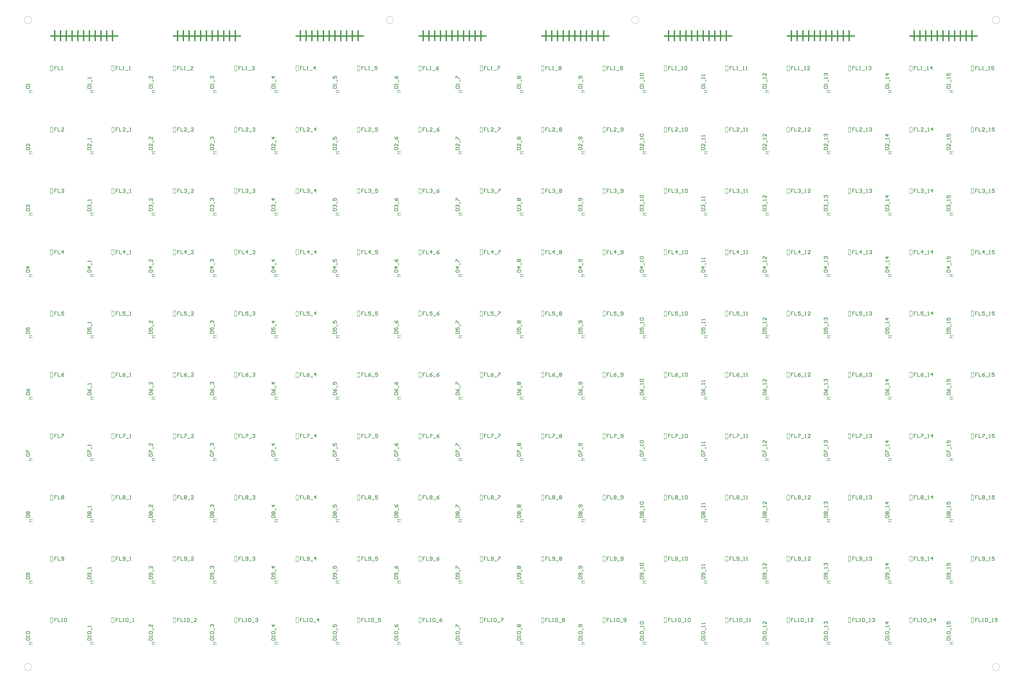
<source format=gto>
G04 Layer_Color=65535*
%FSLAX25Y25*%
%MOIN*%
G70*
G01*
G75*
%ADD17C,0.00079*%
%ADD18C,0.00600*%
%ADD19C,0.02362*%
%ADD20C,0.01000*%
G36*
X1077721Y369930D02*
X1076521D01*
Y370796D01*
X1077721D01*
Y369930D01*
D02*
G37*
G36*
X971422D02*
X970222D01*
Y370796D01*
X971422D01*
Y369930D01*
D02*
G37*
G36*
X1184021D02*
X1182821D01*
Y370796D01*
X1184021D01*
Y369930D01*
D02*
G37*
G36*
X1396619D02*
X1395419D01*
Y370796D01*
X1396619D01*
Y369930D01*
D02*
G37*
G36*
X1290320D02*
X1289120D01*
Y370796D01*
X1290320D01*
Y369930D01*
D02*
G37*
G36*
X546225D02*
X545025D01*
Y370796D01*
X546225D01*
Y369930D01*
D02*
G37*
G36*
X439926D02*
X438726D01*
Y370796D01*
X439926D01*
Y369930D01*
D02*
G37*
G36*
X652525D02*
X651325D01*
Y370796D01*
X652525D01*
Y369930D01*
D02*
G37*
G36*
X865123D02*
X863923D01*
Y370796D01*
X865123D01*
Y369930D01*
D02*
G37*
G36*
X758824D02*
X757624D01*
Y370796D01*
X758824D01*
Y369930D01*
D02*
G37*
G36*
X439926Y373413D02*
X438726D01*
Y374280D01*
X439926D01*
Y373413D01*
D02*
G37*
G36*
X333627D02*
X332427D01*
Y374280D01*
X333627D01*
Y373413D01*
D02*
G37*
G36*
X546225D02*
X545025D01*
Y374280D01*
X546225D01*
Y373413D01*
D02*
G37*
G36*
X758824D02*
X757624D01*
Y374280D01*
X758824D01*
Y373413D01*
D02*
G37*
G36*
X652525D02*
X651325D01*
Y374280D01*
X652525D01*
Y373413D01*
D02*
G37*
G36*
X1609217Y369930D02*
X1608017D01*
Y370796D01*
X1609217D01*
Y369930D01*
D02*
G37*
G36*
X1502918D02*
X1501718D01*
Y370796D01*
X1502918D01*
Y369930D01*
D02*
G37*
G36*
X14729Y373413D02*
X13529D01*
Y374280D01*
X14729D01*
Y373413D01*
D02*
G37*
G36*
X227328D02*
X226128D01*
Y374280D01*
X227328D01*
Y373413D01*
D02*
G37*
G36*
X121028D02*
X119828D01*
Y374280D01*
X121028D01*
Y373413D01*
D02*
G37*
G36*
X652525Y267114D02*
X651325D01*
Y267980D01*
X652525D01*
Y267114D01*
D02*
G37*
G36*
X546225D02*
X545025D01*
Y267980D01*
X546225D01*
Y267114D01*
D02*
G37*
G36*
X758824D02*
X757624D01*
Y267980D01*
X758824D01*
Y267114D01*
D02*
G37*
G36*
X971422D02*
X970222D01*
Y267980D01*
X971422D01*
Y267114D01*
D02*
G37*
G36*
X865123D02*
X863923D01*
Y267980D01*
X865123D01*
Y267114D01*
D02*
G37*
G36*
X121028D02*
X119828D01*
Y267980D01*
X121028D01*
Y267114D01*
D02*
G37*
G36*
X14729D02*
X13529D01*
Y267980D01*
X14729D01*
Y267114D01*
D02*
G37*
G36*
X227328D02*
X226128D01*
Y267980D01*
X227328D01*
Y267114D01*
D02*
G37*
G36*
X439926D02*
X438726D01*
Y267980D01*
X439926D01*
Y267114D01*
D02*
G37*
G36*
X333627D02*
X332427D01*
Y267980D01*
X333627D01*
Y267114D01*
D02*
G37*
G36*
X14729Y369930D02*
X13529D01*
Y370796D01*
X14729D01*
Y369930D01*
D02*
G37*
G36*
X1609217Y267114D02*
X1608017D01*
Y267980D01*
X1609217D01*
Y267114D01*
D02*
G37*
G36*
X121028Y369930D02*
X119828D01*
Y370796D01*
X121028D01*
Y369930D01*
D02*
G37*
G36*
X333627D02*
X332427D01*
Y370796D01*
X333627D01*
Y369930D01*
D02*
G37*
G36*
X227328D02*
X226128D01*
Y370796D01*
X227328D01*
Y369930D01*
D02*
G37*
G36*
X1184021Y267114D02*
X1182821D01*
Y267980D01*
X1184021D01*
Y267114D01*
D02*
G37*
G36*
X1077721D02*
X1076521D01*
Y267980D01*
X1077721D01*
Y267114D01*
D02*
G37*
G36*
X1290320D02*
X1289120D01*
Y267980D01*
X1290320D01*
Y267114D01*
D02*
G37*
G36*
X1502918D02*
X1501718D01*
Y267980D01*
X1502918D01*
Y267114D01*
D02*
G37*
G36*
X1396619D02*
X1395419D01*
Y267980D01*
X1396619D01*
Y267114D01*
D02*
G37*
G36*
X227328Y479713D02*
X226128D01*
Y480579D01*
X227328D01*
Y479713D01*
D02*
G37*
G36*
X121028D02*
X119828D01*
Y480579D01*
X121028D01*
Y479713D01*
D02*
G37*
G36*
X333627D02*
X332427D01*
Y480579D01*
X333627D01*
Y479713D01*
D02*
G37*
G36*
X546225D02*
X545025D01*
Y480579D01*
X546225D01*
Y479713D01*
D02*
G37*
G36*
X439926D02*
X438726D01*
Y480579D01*
X439926D01*
Y479713D01*
D02*
G37*
G36*
X1396619Y476229D02*
X1395419D01*
Y477095D01*
X1396619D01*
Y476229D01*
D02*
G37*
G36*
X1290320D02*
X1289120D01*
Y477095D01*
X1290320D01*
Y476229D01*
D02*
G37*
G36*
X1502918D02*
X1501718D01*
Y477095D01*
X1502918D01*
Y476229D01*
D02*
G37*
G36*
X14729Y479713D02*
X13529D01*
Y480579D01*
X14729D01*
Y479713D01*
D02*
G37*
G36*
X1609217Y476229D02*
X1608017D01*
Y477095D01*
X1609217D01*
Y476229D01*
D02*
G37*
G36*
X1290320Y479713D02*
X1289120D01*
Y480579D01*
X1290320D01*
Y479713D01*
D02*
G37*
G36*
X1184021D02*
X1182821D01*
Y480579D01*
X1184021D01*
Y479713D01*
D02*
G37*
G36*
X1396619D02*
X1395419D01*
Y480579D01*
X1396619D01*
Y479713D01*
D02*
G37*
G36*
X1609217D02*
X1608017D01*
Y480579D01*
X1609217D01*
Y479713D01*
D02*
G37*
G36*
X1502918D02*
X1501718D01*
Y480579D01*
X1502918D01*
Y479713D01*
D02*
G37*
G36*
X758824D02*
X757624D01*
Y480579D01*
X758824D01*
Y479713D01*
D02*
G37*
G36*
X652525D02*
X651325D01*
Y480579D01*
X652525D01*
Y479713D01*
D02*
G37*
G36*
X865123D02*
X863923D01*
Y480579D01*
X865123D01*
Y479713D01*
D02*
G37*
G36*
X1077721D02*
X1076521D01*
Y480579D01*
X1077721D01*
Y479713D01*
D02*
G37*
G36*
X971422D02*
X970222D01*
Y480579D01*
X971422D01*
Y479713D01*
D02*
G37*
G36*
X1502918Y373413D02*
X1501718D01*
Y374280D01*
X1502918D01*
Y373413D01*
D02*
G37*
G36*
X1396619D02*
X1395419D01*
Y374280D01*
X1396619D01*
Y373413D01*
D02*
G37*
G36*
X1609217D02*
X1608017D01*
Y374280D01*
X1609217D01*
Y373413D01*
D02*
G37*
G36*
X121028Y476229D02*
X119828D01*
Y477095D01*
X121028D01*
Y476229D01*
D02*
G37*
G36*
X14729D02*
X13529D01*
Y477095D01*
X14729D01*
Y476229D01*
D02*
G37*
G36*
X971422Y373413D02*
X970222D01*
Y374280D01*
X971422D01*
Y373413D01*
D02*
G37*
G36*
X865123D02*
X863923D01*
Y374280D01*
X865123D01*
Y373413D01*
D02*
G37*
G36*
X1077721D02*
X1076521D01*
Y374280D01*
X1077721D01*
Y373413D01*
D02*
G37*
G36*
X1290320D02*
X1289120D01*
Y374280D01*
X1290320D01*
Y373413D01*
D02*
G37*
G36*
X1184021D02*
X1182821D01*
Y374280D01*
X1184021D01*
Y373413D01*
D02*
G37*
G36*
X865123Y476229D02*
X863923D01*
Y477095D01*
X865123D01*
Y476229D01*
D02*
G37*
G36*
X758824D02*
X757624D01*
Y477095D01*
X758824D01*
Y476229D01*
D02*
G37*
G36*
X971422D02*
X970222D01*
Y477095D01*
X971422D01*
Y476229D01*
D02*
G37*
G36*
X1184021D02*
X1182821D01*
Y477095D01*
X1184021D01*
Y476229D01*
D02*
G37*
G36*
X1077721D02*
X1076521D01*
Y477095D01*
X1077721D01*
Y476229D01*
D02*
G37*
G36*
X333627D02*
X332427D01*
Y477095D01*
X333627D01*
Y476229D01*
D02*
G37*
G36*
X227328D02*
X226128D01*
Y477095D01*
X227328D01*
Y476229D01*
D02*
G37*
G36*
X439926D02*
X438726D01*
Y477095D01*
X439926D01*
Y476229D01*
D02*
G37*
G36*
X652525D02*
X651325D01*
Y477095D01*
X652525D01*
Y476229D01*
D02*
G37*
G36*
X546225D02*
X545025D01*
Y477095D01*
X546225D01*
Y476229D01*
D02*
G37*
G36*
X1077721Y54516D02*
X1076521D01*
Y55382D01*
X1077721D01*
Y54516D01*
D02*
G37*
G36*
X971422D02*
X970222D01*
Y55382D01*
X971422D01*
Y54516D01*
D02*
G37*
G36*
X1184021D02*
X1182821D01*
Y55382D01*
X1184021D01*
Y54516D01*
D02*
G37*
G36*
X1396619D02*
X1395419D01*
Y55382D01*
X1396619D01*
Y54516D01*
D02*
G37*
G36*
X1290320D02*
X1289120D01*
Y55382D01*
X1290320D01*
Y54516D01*
D02*
G37*
G36*
X546225D02*
X545025D01*
Y55382D01*
X546225D01*
Y54516D01*
D02*
G37*
G36*
X439926D02*
X438726D01*
Y55382D01*
X439926D01*
Y54516D01*
D02*
G37*
G36*
X652525D02*
X651325D01*
Y55382D01*
X652525D01*
Y54516D01*
D02*
G37*
G36*
X865123D02*
X863923D01*
Y55382D01*
X865123D01*
Y54516D01*
D02*
G37*
G36*
X758824D02*
X757624D01*
Y55382D01*
X758824D01*
Y54516D01*
D02*
G37*
G36*
X439926Y157332D02*
X438726D01*
Y158198D01*
X439926D01*
Y157332D01*
D02*
G37*
G36*
X333627D02*
X332427D01*
Y158198D01*
X333627D01*
Y157332D01*
D02*
G37*
G36*
X546225D02*
X545025D01*
Y158198D01*
X546225D01*
Y157332D01*
D02*
G37*
G36*
X758824D02*
X757624D01*
Y158198D01*
X758824D01*
Y157332D01*
D02*
G37*
G36*
X652525D02*
X651325D01*
Y158198D01*
X652525D01*
Y157332D01*
D02*
G37*
G36*
X1609217Y54516D02*
X1608017D01*
Y55382D01*
X1609217D01*
Y54516D01*
D02*
G37*
G36*
X1502918D02*
X1501718D01*
Y55382D01*
X1502918D01*
Y54516D01*
D02*
G37*
G36*
X14729Y157332D02*
X13529D01*
Y158198D01*
X14729D01*
Y157332D01*
D02*
G37*
G36*
X227328D02*
X226128D01*
Y158198D01*
X227328D01*
Y157332D01*
D02*
G37*
G36*
X121028D02*
X119828D01*
Y158198D01*
X121028D01*
Y157332D01*
D02*
G37*
G36*
X652525Y51032D02*
X651325D01*
Y51898D01*
X652525D01*
Y51032D01*
D02*
G37*
G36*
X546225D02*
X545025D01*
Y51898D01*
X546225D01*
Y51032D01*
D02*
G37*
G36*
X758824D02*
X757624D01*
Y51898D01*
X758824D01*
Y51032D01*
D02*
G37*
G36*
X971422D02*
X970222D01*
Y51898D01*
X971422D01*
Y51032D01*
D02*
G37*
G36*
X865123D02*
X863923D01*
Y51898D01*
X865123D01*
Y51032D01*
D02*
G37*
G36*
X121028D02*
X119828D01*
Y51898D01*
X121028D01*
Y51032D01*
D02*
G37*
G36*
X14729D02*
X13529D01*
Y51898D01*
X14729D01*
Y51032D01*
D02*
G37*
G36*
X227328D02*
X226128D01*
Y51898D01*
X227328D01*
Y51032D01*
D02*
G37*
G36*
X439926D02*
X438726D01*
Y51898D01*
X439926D01*
Y51032D01*
D02*
G37*
G36*
X333627D02*
X332427D01*
Y51898D01*
X333627D01*
Y51032D01*
D02*
G37*
G36*
X14729Y54516D02*
X13529D01*
Y55382D01*
X14729D01*
Y54516D01*
D02*
G37*
G36*
X1609217Y51032D02*
X1608017D01*
Y51898D01*
X1609217D01*
Y51032D01*
D02*
G37*
G36*
X121028Y54516D02*
X119828D01*
Y55382D01*
X121028D01*
Y54516D01*
D02*
G37*
G36*
X333627D02*
X332427D01*
Y55382D01*
X333627D01*
Y54516D01*
D02*
G37*
G36*
X227328D02*
X226128D01*
Y55382D01*
X227328D01*
Y54516D01*
D02*
G37*
G36*
X1184021Y51032D02*
X1182821D01*
Y51898D01*
X1184021D01*
Y51032D01*
D02*
G37*
G36*
X1077721D02*
X1076521D01*
Y51898D01*
X1077721D01*
Y51032D01*
D02*
G37*
G36*
X1290320D02*
X1289120D01*
Y51898D01*
X1290320D01*
Y51032D01*
D02*
G37*
G36*
X1502918D02*
X1501718D01*
Y51898D01*
X1502918D01*
Y51032D01*
D02*
G37*
G36*
X1396619D02*
X1395419D01*
Y51898D01*
X1396619D01*
Y51032D01*
D02*
G37*
G36*
X227328Y263631D02*
X226128D01*
Y264497D01*
X227328D01*
Y263631D01*
D02*
G37*
G36*
X121028D02*
X119828D01*
Y264497D01*
X121028D01*
Y263631D01*
D02*
G37*
G36*
X333627D02*
X332427D01*
Y264497D01*
X333627D01*
Y263631D01*
D02*
G37*
G36*
X546225D02*
X545025D01*
Y264497D01*
X546225D01*
Y263631D01*
D02*
G37*
G36*
X439926D02*
X438726D01*
Y264497D01*
X439926D01*
Y263631D01*
D02*
G37*
G36*
X1396619Y160815D02*
X1395419D01*
Y161681D01*
X1396619D01*
Y160815D01*
D02*
G37*
G36*
X1290320D02*
X1289120D01*
Y161681D01*
X1290320D01*
Y160815D01*
D02*
G37*
G36*
X1502918D02*
X1501718D01*
Y161681D01*
X1502918D01*
Y160815D01*
D02*
G37*
G36*
X14729Y263631D02*
X13529D01*
Y264497D01*
X14729D01*
Y263631D01*
D02*
G37*
G36*
X1609217Y160815D02*
X1608017D01*
Y161681D01*
X1609217D01*
Y160815D01*
D02*
G37*
G36*
X1290320Y263631D02*
X1289120D01*
Y264497D01*
X1290320D01*
Y263631D01*
D02*
G37*
G36*
X1184021D02*
X1182821D01*
Y264497D01*
X1184021D01*
Y263631D01*
D02*
G37*
G36*
X1396619D02*
X1395419D01*
Y264497D01*
X1396619D01*
Y263631D01*
D02*
G37*
G36*
X1609217D02*
X1608017D01*
Y264497D01*
X1609217D01*
Y263631D01*
D02*
G37*
G36*
X1502918D02*
X1501718D01*
Y264497D01*
X1502918D01*
Y263631D01*
D02*
G37*
G36*
X758824D02*
X757624D01*
Y264497D01*
X758824D01*
Y263631D01*
D02*
G37*
G36*
X652525D02*
X651325D01*
Y264497D01*
X652525D01*
Y263631D01*
D02*
G37*
G36*
X865123D02*
X863923D01*
Y264497D01*
X865123D01*
Y263631D01*
D02*
G37*
G36*
X1077721D02*
X1076521D01*
Y264497D01*
X1077721D01*
Y263631D01*
D02*
G37*
G36*
X971422D02*
X970222D01*
Y264497D01*
X971422D01*
Y263631D01*
D02*
G37*
G36*
X1502918Y157332D02*
X1501718D01*
Y158198D01*
X1502918D01*
Y157332D01*
D02*
G37*
G36*
X1396619D02*
X1395419D01*
Y158198D01*
X1396619D01*
Y157332D01*
D02*
G37*
G36*
X1609217D02*
X1608017D01*
Y158198D01*
X1609217D01*
Y157332D01*
D02*
G37*
G36*
X121028Y160815D02*
X119828D01*
Y161681D01*
X121028D01*
Y160815D01*
D02*
G37*
G36*
X14729D02*
X13529D01*
Y161681D01*
X14729D01*
Y160815D01*
D02*
G37*
G36*
X971422Y157332D02*
X970222D01*
Y158198D01*
X971422D01*
Y157332D01*
D02*
G37*
G36*
X865123D02*
X863923D01*
Y158198D01*
X865123D01*
Y157332D01*
D02*
G37*
G36*
X1077721D02*
X1076521D01*
Y158198D01*
X1077721D01*
Y157332D01*
D02*
G37*
G36*
X1290320D02*
X1289120D01*
Y158198D01*
X1290320D01*
Y157332D01*
D02*
G37*
G36*
X1184021D02*
X1182821D01*
Y158198D01*
X1184021D01*
Y157332D01*
D02*
G37*
G36*
X865123Y160815D02*
X863923D01*
Y161681D01*
X865123D01*
Y160815D01*
D02*
G37*
G36*
X758824D02*
X757624D01*
Y161681D01*
X758824D01*
Y160815D01*
D02*
G37*
G36*
X971422D02*
X970222D01*
Y161681D01*
X971422D01*
Y160815D01*
D02*
G37*
G36*
X1184021D02*
X1182821D01*
Y161681D01*
X1184021D01*
Y160815D01*
D02*
G37*
G36*
X1077721D02*
X1076521D01*
Y161681D01*
X1077721D01*
Y160815D01*
D02*
G37*
G36*
X333627D02*
X332427D01*
Y161681D01*
X333627D01*
Y160815D01*
D02*
G37*
G36*
X227328D02*
X226128D01*
Y161681D01*
X227328D01*
Y160815D01*
D02*
G37*
G36*
X439926D02*
X438726D01*
Y161681D01*
X439926D01*
Y160815D01*
D02*
G37*
G36*
X652525D02*
X651325D01*
Y161681D01*
X652525D01*
Y160815D01*
D02*
G37*
G36*
X546225D02*
X545025D01*
Y161681D01*
X546225D01*
Y160815D01*
D02*
G37*
G36*
X1077721Y901426D02*
X1076521D01*
Y902292D01*
X1077721D01*
Y901426D01*
D02*
G37*
G36*
X971422D02*
X970222D01*
Y902292D01*
X971422D01*
Y901426D01*
D02*
G37*
G36*
X1184021D02*
X1182821D01*
Y902292D01*
X1184021D01*
Y901426D01*
D02*
G37*
G36*
X1396619D02*
X1395419D01*
Y902292D01*
X1396619D01*
Y901426D01*
D02*
G37*
G36*
X1290320D02*
X1289120D01*
Y902292D01*
X1290320D01*
Y901426D01*
D02*
G37*
G36*
X546225D02*
X545025D01*
Y902292D01*
X546225D01*
Y901426D01*
D02*
G37*
G36*
X439926D02*
X438726D01*
Y902292D01*
X439926D01*
Y901426D01*
D02*
G37*
G36*
X652525D02*
X651325D01*
Y902292D01*
X652525D01*
Y901426D01*
D02*
G37*
G36*
X865123D02*
X863923D01*
Y902292D01*
X865123D01*
Y901426D01*
D02*
G37*
G36*
X758824D02*
X757624D01*
Y902292D01*
X758824D01*
Y901426D01*
D02*
G37*
G36*
X439926Y904910D02*
X438726D01*
Y905776D01*
X439926D01*
Y904910D01*
D02*
G37*
G36*
X333627D02*
X332427D01*
Y905776D01*
X333627D01*
Y904910D01*
D02*
G37*
G36*
X546225D02*
X545025D01*
Y905776D01*
X546225D01*
Y904910D01*
D02*
G37*
G36*
X758824D02*
X757624D01*
Y905776D01*
X758824D01*
Y904910D01*
D02*
G37*
G36*
X652525D02*
X651325D01*
Y905776D01*
X652525D01*
Y904910D01*
D02*
G37*
G36*
X1609217Y901426D02*
X1608017D01*
Y902292D01*
X1609217D01*
Y901426D01*
D02*
G37*
G36*
X1502918D02*
X1501718D01*
Y902292D01*
X1502918D01*
Y901426D01*
D02*
G37*
G36*
X14729Y904910D02*
X13529D01*
Y905776D01*
X14729D01*
Y904910D01*
D02*
G37*
G36*
X227328D02*
X226128D01*
Y905776D01*
X227328D01*
Y904910D01*
D02*
G37*
G36*
X121028D02*
X119828D01*
Y905776D01*
X121028D01*
Y904910D01*
D02*
G37*
G36*
X652525Y798610D02*
X651325D01*
Y799476D01*
X652525D01*
Y798610D01*
D02*
G37*
G36*
X546225D02*
X545025D01*
Y799476D01*
X546225D01*
Y798610D01*
D02*
G37*
G36*
X758824D02*
X757624D01*
Y799476D01*
X758824D01*
Y798610D01*
D02*
G37*
G36*
X971422D02*
X970222D01*
Y799476D01*
X971422D01*
Y798610D01*
D02*
G37*
G36*
X865123D02*
X863923D01*
Y799476D01*
X865123D01*
Y798610D01*
D02*
G37*
G36*
X121028D02*
X119828D01*
Y799476D01*
X121028D01*
Y798610D01*
D02*
G37*
G36*
X14729D02*
X13529D01*
Y799476D01*
X14729D01*
Y798610D01*
D02*
G37*
G36*
X227328D02*
X226128D01*
Y799476D01*
X227328D01*
Y798610D01*
D02*
G37*
G36*
X439926D02*
X438726D01*
Y799476D01*
X439926D01*
Y798610D01*
D02*
G37*
G36*
X333627D02*
X332427D01*
Y799476D01*
X333627D01*
Y798610D01*
D02*
G37*
G36*
X14729Y901426D02*
X13529D01*
Y902292D01*
X14729D01*
Y901426D01*
D02*
G37*
G36*
X1609217Y798610D02*
X1608017D01*
Y799476D01*
X1609217D01*
Y798610D01*
D02*
G37*
G36*
X121028Y901426D02*
X119828D01*
Y902292D01*
X121028D01*
Y901426D01*
D02*
G37*
G36*
X333627D02*
X332427D01*
Y902292D01*
X333627D01*
Y901426D01*
D02*
G37*
G36*
X227328D02*
X226128D01*
Y902292D01*
X227328D01*
Y901426D01*
D02*
G37*
G36*
X1184021Y798610D02*
X1182821D01*
Y799476D01*
X1184021D01*
Y798610D01*
D02*
G37*
G36*
X1077721D02*
X1076521D01*
Y799476D01*
X1077721D01*
Y798610D01*
D02*
G37*
G36*
X1290320D02*
X1289120D01*
Y799476D01*
X1290320D01*
Y798610D01*
D02*
G37*
G36*
X1502918D02*
X1501718D01*
Y799476D01*
X1502918D01*
Y798610D01*
D02*
G37*
G36*
X1396619D02*
X1395419D01*
Y799476D01*
X1396619D01*
Y798610D01*
D02*
G37*
G36*
X227328Y1011209D02*
X226128D01*
Y1012075D01*
X227328D01*
Y1011209D01*
D02*
G37*
G36*
X121028D02*
X119828D01*
Y1012075D01*
X121028D01*
Y1011209D01*
D02*
G37*
G36*
X333627D02*
X332427D01*
Y1012075D01*
X333627D01*
Y1011209D01*
D02*
G37*
G36*
X546225D02*
X545025D01*
Y1012075D01*
X546225D01*
Y1011209D01*
D02*
G37*
G36*
X439926D02*
X438726D01*
Y1012075D01*
X439926D01*
Y1011209D01*
D02*
G37*
G36*
X1396619Y1007725D02*
X1395419D01*
Y1008591D01*
X1396619D01*
Y1007725D01*
D02*
G37*
G36*
X1290320D02*
X1289120D01*
Y1008591D01*
X1290320D01*
Y1007725D01*
D02*
G37*
G36*
X1502918D02*
X1501718D01*
Y1008591D01*
X1502918D01*
Y1007725D01*
D02*
G37*
G36*
X14729Y1011209D02*
X13529D01*
Y1012075D01*
X14729D01*
Y1011209D01*
D02*
G37*
G36*
X1609217Y1007725D02*
X1608017D01*
Y1008591D01*
X1609217D01*
Y1007725D01*
D02*
G37*
G36*
X1290320Y1011209D02*
X1289120D01*
Y1012075D01*
X1290320D01*
Y1011209D01*
D02*
G37*
G36*
X1184021D02*
X1182821D01*
Y1012075D01*
X1184021D01*
Y1011209D01*
D02*
G37*
G36*
X1396619D02*
X1395419D01*
Y1012075D01*
X1396619D01*
Y1011209D01*
D02*
G37*
G36*
X1609217D02*
X1608017D01*
Y1012075D01*
X1609217D01*
Y1011209D01*
D02*
G37*
G36*
X1502918D02*
X1501718D01*
Y1012075D01*
X1502918D01*
Y1011209D01*
D02*
G37*
G36*
X758824D02*
X757624D01*
Y1012075D01*
X758824D01*
Y1011209D01*
D02*
G37*
G36*
X652525D02*
X651325D01*
Y1012075D01*
X652525D01*
Y1011209D01*
D02*
G37*
G36*
X865123D02*
X863923D01*
Y1012075D01*
X865123D01*
Y1011209D01*
D02*
G37*
G36*
X1077721D02*
X1076521D01*
Y1012075D01*
X1077721D01*
Y1011209D01*
D02*
G37*
G36*
X971422D02*
X970222D01*
Y1012075D01*
X971422D01*
Y1011209D01*
D02*
G37*
G36*
X1502918Y904910D02*
X1501718D01*
Y905776D01*
X1502918D01*
Y904910D01*
D02*
G37*
G36*
X1396619D02*
X1395419D01*
Y905776D01*
X1396619D01*
Y904910D01*
D02*
G37*
G36*
X1609217D02*
X1608017D01*
Y905776D01*
X1609217D01*
Y904910D01*
D02*
G37*
G36*
X121028Y1007725D02*
X119828D01*
Y1008591D01*
X121028D01*
Y1007725D01*
D02*
G37*
G36*
X14729D02*
X13529D01*
Y1008591D01*
X14729D01*
Y1007725D01*
D02*
G37*
G36*
X971422Y904910D02*
X970222D01*
Y905776D01*
X971422D01*
Y904910D01*
D02*
G37*
G36*
X865123D02*
X863923D01*
Y905776D01*
X865123D01*
Y904910D01*
D02*
G37*
G36*
X1077721D02*
X1076521D01*
Y905776D01*
X1077721D01*
Y904910D01*
D02*
G37*
G36*
X1290320D02*
X1289120D01*
Y905776D01*
X1290320D01*
Y904910D01*
D02*
G37*
G36*
X1184021D02*
X1182821D01*
Y905776D01*
X1184021D01*
Y904910D01*
D02*
G37*
G36*
X865123Y1007725D02*
X863923D01*
Y1008591D01*
X865123D01*
Y1007725D01*
D02*
G37*
G36*
X758824D02*
X757624D01*
Y1008591D01*
X758824D01*
Y1007725D01*
D02*
G37*
G36*
X971422D02*
X970222D01*
Y1008591D01*
X971422D01*
Y1007725D01*
D02*
G37*
G36*
X1184021D02*
X1182821D01*
Y1008591D01*
X1184021D01*
Y1007725D01*
D02*
G37*
G36*
X1077721D02*
X1076521D01*
Y1008591D01*
X1077721D01*
Y1007725D01*
D02*
G37*
G36*
X333627D02*
X332427D01*
Y1008591D01*
X333627D01*
Y1007725D01*
D02*
G37*
G36*
X227328D02*
X226128D01*
Y1008591D01*
X227328D01*
Y1007725D01*
D02*
G37*
G36*
X439926D02*
X438726D01*
Y1008591D01*
X439926D01*
Y1007725D01*
D02*
G37*
G36*
X652525D02*
X651325D01*
Y1008591D01*
X652525D01*
Y1007725D01*
D02*
G37*
G36*
X546225D02*
X545025D01*
Y1008591D01*
X546225D01*
Y1007725D01*
D02*
G37*
G36*
X1077721Y586012D02*
X1076521D01*
Y586878D01*
X1077721D01*
Y586012D01*
D02*
G37*
G36*
X971422D02*
X970222D01*
Y586878D01*
X971422D01*
Y586012D01*
D02*
G37*
G36*
X1184021D02*
X1182821D01*
Y586878D01*
X1184021D01*
Y586012D01*
D02*
G37*
G36*
X1396619D02*
X1395419D01*
Y586878D01*
X1396619D01*
Y586012D01*
D02*
G37*
G36*
X1290320D02*
X1289120D01*
Y586878D01*
X1290320D01*
Y586012D01*
D02*
G37*
G36*
X546225D02*
X545025D01*
Y586878D01*
X546225D01*
Y586012D01*
D02*
G37*
G36*
X439926D02*
X438726D01*
Y586878D01*
X439926D01*
Y586012D01*
D02*
G37*
G36*
X652525D02*
X651325D01*
Y586878D01*
X652525D01*
Y586012D01*
D02*
G37*
G36*
X865123D02*
X863923D01*
Y586878D01*
X865123D01*
Y586012D01*
D02*
G37*
G36*
X758824D02*
X757624D01*
Y586878D01*
X758824D01*
Y586012D01*
D02*
G37*
G36*
X439926Y688828D02*
X438726D01*
Y689694D01*
X439926D01*
Y688828D01*
D02*
G37*
G36*
X333627D02*
X332427D01*
Y689694D01*
X333627D01*
Y688828D01*
D02*
G37*
G36*
X546225D02*
X545025D01*
Y689694D01*
X546225D01*
Y688828D01*
D02*
G37*
G36*
X758824D02*
X757624D01*
Y689694D01*
X758824D01*
Y688828D01*
D02*
G37*
G36*
X652525D02*
X651325D01*
Y689694D01*
X652525D01*
Y688828D01*
D02*
G37*
G36*
X1609217Y586012D02*
X1608017D01*
Y586878D01*
X1609217D01*
Y586012D01*
D02*
G37*
G36*
X1502918D02*
X1501718D01*
Y586878D01*
X1502918D01*
Y586012D01*
D02*
G37*
G36*
X14729Y688828D02*
X13529D01*
Y689694D01*
X14729D01*
Y688828D01*
D02*
G37*
G36*
X227328D02*
X226128D01*
Y689694D01*
X227328D01*
Y688828D01*
D02*
G37*
G36*
X121028D02*
X119828D01*
Y689694D01*
X121028D01*
Y688828D01*
D02*
G37*
G36*
X652525Y582528D02*
X651325D01*
Y583394D01*
X652525D01*
Y582528D01*
D02*
G37*
G36*
X546225D02*
X545025D01*
Y583394D01*
X546225D01*
Y582528D01*
D02*
G37*
G36*
X758824D02*
X757624D01*
Y583394D01*
X758824D01*
Y582528D01*
D02*
G37*
G36*
X971422D02*
X970222D01*
Y583394D01*
X971422D01*
Y582528D01*
D02*
G37*
G36*
X865123D02*
X863923D01*
Y583394D01*
X865123D01*
Y582528D01*
D02*
G37*
G36*
X121028D02*
X119828D01*
Y583394D01*
X121028D01*
Y582528D01*
D02*
G37*
G36*
X14729D02*
X13529D01*
Y583394D01*
X14729D01*
Y582528D01*
D02*
G37*
G36*
X227328D02*
X226128D01*
Y583394D01*
X227328D01*
Y582528D01*
D02*
G37*
G36*
X439926D02*
X438726D01*
Y583394D01*
X439926D01*
Y582528D01*
D02*
G37*
G36*
X333627D02*
X332427D01*
Y583394D01*
X333627D01*
Y582528D01*
D02*
G37*
G36*
X14729Y586012D02*
X13529D01*
Y586878D01*
X14729D01*
Y586012D01*
D02*
G37*
G36*
X1609217Y582528D02*
X1608017D01*
Y583394D01*
X1609217D01*
Y582528D01*
D02*
G37*
G36*
X121028Y586012D02*
X119828D01*
Y586878D01*
X121028D01*
Y586012D01*
D02*
G37*
G36*
X333627D02*
X332427D01*
Y586878D01*
X333627D01*
Y586012D01*
D02*
G37*
G36*
X227328D02*
X226128D01*
Y586878D01*
X227328D01*
Y586012D01*
D02*
G37*
G36*
X1184021Y582528D02*
X1182821D01*
Y583394D01*
X1184021D01*
Y582528D01*
D02*
G37*
G36*
X1077721D02*
X1076521D01*
Y583394D01*
X1077721D01*
Y582528D01*
D02*
G37*
G36*
X1290320D02*
X1289120D01*
Y583394D01*
X1290320D01*
Y582528D01*
D02*
G37*
G36*
X1502918D02*
X1501718D01*
Y583394D01*
X1502918D01*
Y582528D01*
D02*
G37*
G36*
X1396619D02*
X1395419D01*
Y583394D01*
X1396619D01*
Y582528D01*
D02*
G37*
G36*
X227328Y795127D02*
X226128D01*
Y795993D01*
X227328D01*
Y795127D01*
D02*
G37*
G36*
X121028D02*
X119828D01*
Y795993D01*
X121028D01*
Y795127D01*
D02*
G37*
G36*
X333627D02*
X332427D01*
Y795993D01*
X333627D01*
Y795127D01*
D02*
G37*
G36*
X546225D02*
X545025D01*
Y795993D01*
X546225D01*
Y795127D01*
D02*
G37*
G36*
X439926D02*
X438726D01*
Y795993D01*
X439926D01*
Y795127D01*
D02*
G37*
G36*
X1396619Y692311D02*
X1395419D01*
Y693177D01*
X1396619D01*
Y692311D01*
D02*
G37*
G36*
X1290320D02*
X1289120D01*
Y693177D01*
X1290320D01*
Y692311D01*
D02*
G37*
G36*
X1502918D02*
X1501718D01*
Y693177D01*
X1502918D01*
Y692311D01*
D02*
G37*
G36*
X14729Y795127D02*
X13529D01*
Y795993D01*
X14729D01*
Y795127D01*
D02*
G37*
G36*
X1609217Y692311D02*
X1608017D01*
Y693177D01*
X1609217D01*
Y692311D01*
D02*
G37*
G36*
X1290320Y795127D02*
X1289120D01*
Y795993D01*
X1290320D01*
Y795127D01*
D02*
G37*
G36*
X1184021D02*
X1182821D01*
Y795993D01*
X1184021D01*
Y795127D01*
D02*
G37*
G36*
X1396619D02*
X1395419D01*
Y795993D01*
X1396619D01*
Y795127D01*
D02*
G37*
G36*
X1609217D02*
X1608017D01*
Y795993D01*
X1609217D01*
Y795127D01*
D02*
G37*
G36*
X1502918D02*
X1501718D01*
Y795993D01*
X1502918D01*
Y795127D01*
D02*
G37*
G36*
X758824D02*
X757624D01*
Y795993D01*
X758824D01*
Y795127D01*
D02*
G37*
G36*
X652525D02*
X651325D01*
Y795993D01*
X652525D01*
Y795127D01*
D02*
G37*
G36*
X865123D02*
X863923D01*
Y795993D01*
X865123D01*
Y795127D01*
D02*
G37*
G36*
X1077721D02*
X1076521D01*
Y795993D01*
X1077721D01*
Y795127D01*
D02*
G37*
G36*
X971422D02*
X970222D01*
Y795993D01*
X971422D01*
Y795127D01*
D02*
G37*
G36*
X1502918Y688828D02*
X1501718D01*
Y689694D01*
X1502918D01*
Y688828D01*
D02*
G37*
G36*
X1396619D02*
X1395419D01*
Y689694D01*
X1396619D01*
Y688828D01*
D02*
G37*
G36*
X1609217D02*
X1608017D01*
Y689694D01*
X1609217D01*
Y688828D01*
D02*
G37*
G36*
X121028Y692311D02*
X119828D01*
Y693177D01*
X121028D01*
Y692311D01*
D02*
G37*
G36*
X14729D02*
X13529D01*
Y693177D01*
X14729D01*
Y692311D01*
D02*
G37*
G36*
X971422Y688828D02*
X970222D01*
Y689694D01*
X971422D01*
Y688828D01*
D02*
G37*
G36*
X865123D02*
X863923D01*
Y689694D01*
X865123D01*
Y688828D01*
D02*
G37*
G36*
X1077721D02*
X1076521D01*
Y689694D01*
X1077721D01*
Y688828D01*
D02*
G37*
G36*
X1290320D02*
X1289120D01*
Y689694D01*
X1290320D01*
Y688828D01*
D02*
G37*
G36*
X1184021D02*
X1182821D01*
Y689694D01*
X1184021D01*
Y688828D01*
D02*
G37*
G36*
X865123Y692311D02*
X863923D01*
Y693177D01*
X865123D01*
Y692311D01*
D02*
G37*
G36*
X758824D02*
X757624D01*
Y693177D01*
X758824D01*
Y692311D01*
D02*
G37*
G36*
X971422D02*
X970222D01*
Y693177D01*
X971422D01*
Y692311D01*
D02*
G37*
G36*
X1184021D02*
X1182821D01*
Y693177D01*
X1184021D01*
Y692311D01*
D02*
G37*
G36*
X1077721D02*
X1076521D01*
Y693177D01*
X1077721D01*
Y692311D01*
D02*
G37*
G36*
X333627D02*
X332427D01*
Y693177D01*
X333627D01*
Y692311D01*
D02*
G37*
G36*
X227328D02*
X226128D01*
Y693177D01*
X227328D01*
Y692311D01*
D02*
G37*
G36*
X439926D02*
X438726D01*
Y693177D01*
X439926D01*
Y692311D01*
D02*
G37*
G36*
X652525D02*
X651325D01*
Y693177D01*
X652525D01*
Y692311D01*
D02*
G37*
G36*
X546225D02*
X545025D01*
Y693177D01*
X546225D01*
Y692311D01*
D02*
G37*
D17*
X1070048Y1133720D02*
G03*
X1070048Y1133720I-6299J0D01*
G01*
X645048Y1133760D02*
G03*
X645048Y1133760I-6299J0D01*
G01*
X18494Y12239D02*
G03*
X18494Y12239I-6299J0D01*
G01*
X1694827Y12195D02*
G03*
X1694827Y12195I-6299J0D01*
G01*
X1694892Y1133711D02*
G03*
X1694892Y1133711I-6299J0D01*
G01*
X18558Y1133775D02*
G03*
X18558Y1133775I-6299J0D01*
G01*
D18*
X16041Y1008025D02*
Y1011775D01*
X19754Y1008025D02*
Y1008391D01*
X14429Y1008025D02*
X19754D01*
Y1011409D02*
Y1011775D01*
X14429D02*
X19754D01*
X51121Y939694D02*
Y942804D01*
Y939694D02*
X51721Y939094D01*
X54447D01*
X55047Y939694D01*
Y942804D01*
X51121Y944586D02*
Y947696D01*
X51721Y948296D01*
X54447D01*
X55047Y947696D01*
Y944586D02*
Y947696D01*
X51121Y833395D02*
Y836505D01*
Y833395D02*
X51721Y832795D01*
X54447D01*
X55047Y833395D01*
Y836505D01*
X51121Y838286D02*
Y841397D01*
X51721Y841997D01*
X54447D01*
X55047Y841397D01*
Y838286D02*
Y841397D01*
X51121Y727095D02*
Y730206D01*
Y727095D02*
X51721Y726495D01*
X54447D01*
X55047Y727095D01*
Y730206D01*
X51121Y731987D02*
Y735098D01*
X51721Y735698D01*
X54447D01*
X55047Y735098D01*
Y731987D02*
Y735098D01*
X51121Y620796D02*
Y623907D01*
Y620796D02*
X51721Y620196D01*
X54447D01*
X55047Y620796D01*
Y623907D01*
X51121Y625688D02*
Y628799D01*
X51721Y629399D01*
X54447D01*
X55047Y628799D01*
Y625688D02*
Y628799D01*
X51121Y514497D02*
Y517608D01*
Y514497D02*
X51721Y513897D01*
X54447D01*
X55047Y514497D01*
Y517608D01*
X51121Y519389D02*
Y522499D01*
X51721Y523099D01*
X54447D01*
X55047Y522499D01*
Y519389D02*
Y522499D01*
X51121Y408198D02*
Y411308D01*
Y408198D02*
X51721Y407598D01*
X54447D01*
X55047Y408198D01*
Y411308D01*
X51121Y413090D02*
Y416200D01*
X51721Y416800D01*
X54447D01*
X55047Y416200D01*
Y413090D02*
Y416200D01*
X51121Y301899D02*
Y305009D01*
Y301899D02*
X51721Y301299D01*
X54447D01*
X55047Y301899D01*
Y305009D01*
X51121Y306790D02*
Y309901D01*
X51721Y310501D01*
X54447D01*
X55047Y309901D01*
Y306790D02*
Y309901D01*
X51121Y195599D02*
Y198710D01*
Y195599D02*
X51721Y194999D01*
X54447D01*
X55047Y195599D01*
Y198710D01*
X51121Y200491D02*
Y203602D01*
X51721Y204202D01*
X54447D01*
X55047Y203602D01*
Y200491D02*
Y203602D01*
X51121Y89300D02*
Y92411D01*
Y89300D02*
X51721Y88700D01*
X54447D01*
X55047Y89300D01*
Y92411D01*
X51121Y94192D02*
Y97303D01*
X51721Y97903D01*
X54447D01*
X55047Y97303D01*
Y94192D02*
Y97303D01*
X16041Y901726D02*
Y905476D01*
X19754Y901726D02*
Y902092D01*
X14429Y901726D02*
X19754D01*
Y905110D02*
Y905476D01*
X14429D02*
X19754D01*
X16041Y795427D02*
Y799176D01*
X19754Y795427D02*
Y795793D01*
X14429Y795427D02*
X19754D01*
Y798810D02*
Y799176D01*
X14429D02*
X19754D01*
X16041Y689128D02*
Y692877D01*
X19754Y689128D02*
Y689494D01*
X14429Y689128D02*
X19754D01*
Y692511D02*
Y692877D01*
X14429D02*
X19754D01*
X16041Y582828D02*
Y586578D01*
X19754Y582828D02*
Y583194D01*
X14429Y582828D02*
X19754D01*
Y586212D02*
Y586578D01*
X14429D02*
X19754D01*
X16041Y476529D02*
Y480279D01*
X19754Y476529D02*
Y476895D01*
X14429Y476529D02*
X19754D01*
Y479913D02*
Y480279D01*
X14429D02*
X19754D01*
X16041Y370230D02*
Y373979D01*
X19754Y370230D02*
Y370596D01*
X14429Y370230D02*
X19754D01*
Y373614D02*
Y373979D01*
X14429D02*
X19754D01*
X16041Y263931D02*
Y267680D01*
X19754Y263931D02*
Y264297D01*
X14429Y263931D02*
X19754D01*
Y267314D02*
Y267680D01*
X14429D02*
X19754D01*
X16041Y157632D02*
Y161381D01*
X19754Y157632D02*
Y157998D01*
X14429Y157632D02*
X19754D01*
Y161015D02*
Y161381D01*
X14429D02*
X19754D01*
X16041Y51332D02*
Y55082D01*
X19754Y51332D02*
Y51698D01*
X14429Y51332D02*
X19754D01*
Y54716D02*
Y55082D01*
X14429D02*
X19754D01*
X122340Y51332D02*
Y55082D01*
X126053Y51332D02*
Y51698D01*
X120729Y51332D02*
X126053D01*
Y54716D02*
Y55082D01*
X120729D02*
X126053D01*
X122340Y157632D02*
Y161381D01*
X126053Y157632D02*
Y157998D01*
X120729Y157632D02*
X126053D01*
Y161015D02*
Y161381D01*
X120729D02*
X126053D01*
X122340Y263931D02*
Y267680D01*
X126053Y263931D02*
Y264297D01*
X120729Y263931D02*
X126053D01*
Y267314D02*
Y267680D01*
X120729D02*
X126053D01*
X122340Y370230D02*
Y373979D01*
X126053Y370230D02*
Y370596D01*
X120729Y370230D02*
X126053D01*
Y373614D02*
Y373979D01*
X120729D02*
X126053D01*
X122340Y476529D02*
Y480279D01*
X126053Y476529D02*
Y476895D01*
X120729Y476529D02*
X126053D01*
Y479913D02*
Y480279D01*
X120729D02*
X126053D01*
X122340Y582828D02*
Y586578D01*
X126053Y582828D02*
Y583194D01*
X120729Y582828D02*
X126053D01*
Y586212D02*
Y586578D01*
X120729D02*
X126053D01*
X122340Y689128D02*
Y692877D01*
X126053Y689128D02*
Y689494D01*
X120729Y689128D02*
X126053D01*
Y692511D02*
Y692877D01*
X120729D02*
X126053D01*
X122340Y795427D02*
Y799176D01*
X126053Y795427D02*
Y795793D01*
X120729Y795427D02*
X126053D01*
Y798810D02*
Y799176D01*
X120729D02*
X126053D01*
X122340Y901726D02*
Y905476D01*
X126053Y901726D02*
Y902092D01*
X120729Y901726D02*
X126053D01*
Y905110D02*
Y905476D01*
X120729D02*
X126053D01*
X157421Y89300D02*
Y92411D01*
Y89300D02*
X158020Y88700D01*
X160747D01*
X161346Y89300D01*
Y92411D01*
X157421Y94192D02*
Y97303D01*
X158020Y97903D01*
X160747D01*
X161346Y97303D01*
Y94192D02*
Y97303D01*
X157421Y195599D02*
Y198710D01*
Y195599D02*
X158020Y194999D01*
X160747D01*
X161346Y195599D01*
Y198710D01*
X157421Y200491D02*
Y203602D01*
X158020Y204202D01*
X160747D01*
X161346Y203602D01*
Y200491D02*
Y203602D01*
X157421Y301899D02*
Y305009D01*
Y301899D02*
X158020Y301299D01*
X160747D01*
X161346Y301899D01*
Y305009D01*
X157421Y306790D02*
Y309901D01*
X158020Y310501D01*
X160747D01*
X161346Y309901D01*
Y306790D02*
Y309901D01*
X157421Y408198D02*
Y411308D01*
Y408198D02*
X158020Y407598D01*
X160747D01*
X161346Y408198D01*
Y411308D01*
X157421Y413090D02*
Y416200D01*
X158020Y416800D01*
X160747D01*
X161346Y416200D01*
Y413090D02*
Y416200D01*
X157421Y514497D02*
Y517608D01*
Y514497D02*
X158020Y513897D01*
X160747D01*
X161346Y514497D01*
Y517608D01*
X157421Y519389D02*
Y522499D01*
X158020Y523099D01*
X160747D01*
X161346Y522499D01*
Y519389D02*
Y522499D01*
X157421Y620796D02*
Y623907D01*
Y620796D02*
X158020Y620196D01*
X160747D01*
X161346Y620796D01*
Y623907D01*
X157421Y625688D02*
Y628799D01*
X158020Y629399D01*
X160747D01*
X161346Y628799D01*
Y625688D02*
Y628799D01*
X157421Y727095D02*
Y730206D01*
Y727095D02*
X158020Y726495D01*
X160747D01*
X161346Y727095D01*
Y730206D01*
X157421Y731987D02*
Y735098D01*
X158020Y735698D01*
X160747D01*
X161346Y735098D01*
Y731987D02*
Y735098D01*
X157421Y833395D02*
Y836505D01*
Y833395D02*
X158020Y832795D01*
X160747D01*
X161346Y833395D01*
Y836505D01*
X157421Y838286D02*
Y841397D01*
X158020Y841997D01*
X160747D01*
X161346Y841397D01*
Y838286D02*
Y841397D01*
X157421Y939694D02*
Y942804D01*
Y939694D02*
X158020Y939094D01*
X160747D01*
X161346Y939694D01*
Y942804D01*
X157421Y944586D02*
Y947696D01*
X158020Y948296D01*
X160747D01*
X161346Y947696D01*
Y944586D02*
Y947696D01*
X122340Y1008025D02*
Y1011775D01*
X126053Y1008025D02*
Y1008391D01*
X120729Y1008025D02*
X126053D01*
Y1011409D02*
Y1011775D01*
X120729D02*
X126053D01*
X157421Y1045993D02*
Y1049104D01*
Y1045993D02*
X158020Y1045393D01*
X160747D01*
X161346Y1045993D01*
Y1049104D01*
X157421Y1050885D02*
Y1053995D01*
X158020Y1054595D01*
X160747D01*
X161346Y1053995D01*
Y1050885D02*
Y1053995D01*
X228640Y51332D02*
Y55082D01*
X232352Y51332D02*
Y51698D01*
X227028Y51332D02*
X232352D01*
Y54716D02*
Y55082D01*
X227028D02*
X232352D01*
X228640Y157632D02*
Y161381D01*
X232352Y157632D02*
Y157998D01*
X227028Y157632D02*
X232352D01*
Y161015D02*
Y161381D01*
X227028D02*
X232352D01*
X228640Y263931D02*
Y267680D01*
X232352Y263931D02*
Y264297D01*
X227028Y263931D02*
X232352D01*
Y267314D02*
Y267680D01*
X227028D02*
X232352D01*
X228640Y370230D02*
Y373979D01*
X232352Y370230D02*
Y370596D01*
X227028Y370230D02*
X232352D01*
Y373614D02*
Y373979D01*
X227028D02*
X232352D01*
X228640Y476529D02*
Y480279D01*
X232352Y476529D02*
Y476895D01*
X227028Y476529D02*
X232352D01*
Y479913D02*
Y480279D01*
X227028D02*
X232352D01*
X228640Y582828D02*
Y586578D01*
X232352Y582828D02*
Y583194D01*
X227028Y582828D02*
X232352D01*
Y586212D02*
Y586578D01*
X227028D02*
X232352D01*
X228640Y689128D02*
Y692877D01*
X232352Y689128D02*
Y689494D01*
X227028Y689128D02*
X232352D01*
Y692511D02*
Y692877D01*
X227028D02*
X232352D01*
X228640Y795427D02*
Y799176D01*
X232352Y795427D02*
Y795793D01*
X227028Y795427D02*
X232352D01*
Y798810D02*
Y799176D01*
X227028D02*
X232352D01*
X228640Y901726D02*
Y905476D01*
X232352Y901726D02*
Y902092D01*
X227028Y901726D02*
X232352D01*
Y905110D02*
Y905476D01*
X227028D02*
X232352D01*
X263720Y89300D02*
Y92411D01*
Y89300D02*
X264320Y88700D01*
X267046D01*
X267646Y89300D01*
Y92411D01*
X263720Y94192D02*
Y97303D01*
X264320Y97903D01*
X267046D01*
X267646Y97303D01*
Y94192D02*
Y97303D01*
X263720Y195599D02*
Y198710D01*
Y195599D02*
X264320Y194999D01*
X267046D01*
X267646Y195599D01*
Y198710D01*
X263720Y200491D02*
Y203602D01*
X264320Y204202D01*
X267046D01*
X267646Y203602D01*
Y200491D02*
Y203602D01*
X263720Y301899D02*
Y305009D01*
Y301899D02*
X264320Y301299D01*
X267046D01*
X267646Y301899D01*
Y305009D01*
X263720Y306790D02*
Y309901D01*
X264320Y310501D01*
X267046D01*
X267646Y309901D01*
Y306790D02*
Y309901D01*
X263720Y408198D02*
Y411308D01*
Y408198D02*
X264320Y407598D01*
X267046D01*
X267646Y408198D01*
Y411308D01*
X263720Y413090D02*
Y416200D01*
X264320Y416800D01*
X267046D01*
X267646Y416200D01*
Y413090D02*
Y416200D01*
X263720Y514497D02*
Y517608D01*
Y514497D02*
X264320Y513897D01*
X267046D01*
X267646Y514497D01*
Y517608D01*
X263720Y519389D02*
Y522499D01*
X264320Y523099D01*
X267046D01*
X267646Y522499D01*
Y519389D02*
Y522499D01*
X263720Y620796D02*
Y623907D01*
Y620796D02*
X264320Y620196D01*
X267046D01*
X267646Y620796D01*
Y623907D01*
X263720Y625688D02*
Y628799D01*
X264320Y629399D01*
X267046D01*
X267646Y628799D01*
Y625688D02*
Y628799D01*
X263720Y727095D02*
Y730206D01*
Y727095D02*
X264320Y726495D01*
X267046D01*
X267646Y727095D01*
Y730206D01*
X263720Y731987D02*
Y735098D01*
X264320Y735698D01*
X267046D01*
X267646Y735098D01*
Y731987D02*
Y735098D01*
X263720Y833395D02*
Y836505D01*
Y833395D02*
X264320Y832795D01*
X267046D01*
X267646Y833395D01*
Y836505D01*
X263720Y838286D02*
Y841397D01*
X264320Y841997D01*
X267046D01*
X267646Y841397D01*
Y838286D02*
Y841397D01*
X263720Y939694D02*
Y942804D01*
Y939694D02*
X264320Y939094D01*
X267046D01*
X267646Y939694D01*
Y942804D01*
X263720Y944586D02*
Y947696D01*
X264320Y948296D01*
X267046D01*
X267646Y947696D01*
Y944586D02*
Y947696D01*
X228640Y1008025D02*
Y1011775D01*
X232352Y1008025D02*
Y1008391D01*
X227028Y1008025D02*
X232352D01*
Y1011409D02*
Y1011775D01*
X227028D02*
X232352D01*
X263720Y1045993D02*
Y1049104D01*
Y1045993D02*
X264320Y1045393D01*
X267046D01*
X267646Y1045993D01*
Y1049104D01*
X263720Y1050885D02*
Y1053995D01*
X264320Y1054595D01*
X267046D01*
X267646Y1053995D01*
Y1050885D02*
Y1053995D01*
X334939Y51332D02*
Y55082D01*
X338651Y51332D02*
Y51698D01*
X333327Y51332D02*
X338651D01*
Y54716D02*
Y55082D01*
X333327D02*
X338651D01*
X334939Y157632D02*
Y161381D01*
X338651Y157632D02*
Y157998D01*
X333327Y157632D02*
X338651D01*
Y161015D02*
Y161381D01*
X333327D02*
X338651D01*
X334939Y263931D02*
Y267680D01*
X338651Y263931D02*
Y264297D01*
X333327Y263931D02*
X338651D01*
Y267314D02*
Y267680D01*
X333327D02*
X338651D01*
X334939Y370230D02*
Y373979D01*
X338651Y370230D02*
Y370596D01*
X333327Y370230D02*
X338651D01*
Y373614D02*
Y373979D01*
X333327D02*
X338651D01*
X334939Y476529D02*
Y480279D01*
X338651Y476529D02*
Y476895D01*
X333327Y476529D02*
X338651D01*
Y479913D02*
Y480279D01*
X333327D02*
X338651D01*
X334939Y582828D02*
Y586578D01*
X338651Y582828D02*
Y583194D01*
X333327Y582828D02*
X338651D01*
Y586212D02*
Y586578D01*
X333327D02*
X338651D01*
X334939Y689128D02*
Y692877D01*
X338651Y689128D02*
Y689494D01*
X333327Y689128D02*
X338651D01*
Y692511D02*
Y692877D01*
X333327D02*
X338651D01*
X334939Y795427D02*
Y799176D01*
X338651Y795427D02*
Y795793D01*
X333327Y795427D02*
X338651D01*
Y798810D02*
Y799176D01*
X333327D02*
X338651D01*
X334939Y901726D02*
Y905476D01*
X338651Y901726D02*
Y902092D01*
X333327Y901726D02*
X338651D01*
Y905110D02*
Y905476D01*
X333327D02*
X338651D01*
X370019Y89300D02*
Y92411D01*
Y89300D02*
X370619Y88700D01*
X373345D01*
X373945Y89300D01*
Y92411D01*
X370019Y94192D02*
Y97303D01*
X370619Y97903D01*
X373345D01*
X373945Y97303D01*
Y94192D02*
Y97303D01*
X370019Y195599D02*
Y198710D01*
Y195599D02*
X370619Y194999D01*
X373345D01*
X373945Y195599D01*
Y198710D01*
X370019Y200491D02*
Y203602D01*
X370619Y204202D01*
X373345D01*
X373945Y203602D01*
Y200491D02*
Y203602D01*
X370019Y301899D02*
Y305009D01*
Y301899D02*
X370619Y301299D01*
X373345D01*
X373945Y301899D01*
Y305009D01*
X370019Y306790D02*
Y309901D01*
X370619Y310501D01*
X373345D01*
X373945Y309901D01*
Y306790D02*
Y309901D01*
X370019Y408198D02*
Y411308D01*
Y408198D02*
X370619Y407598D01*
X373345D01*
X373945Y408198D01*
Y411308D01*
X370019Y413090D02*
Y416200D01*
X370619Y416800D01*
X373345D01*
X373945Y416200D01*
Y413090D02*
Y416200D01*
X370019Y514497D02*
Y517608D01*
Y514497D02*
X370619Y513897D01*
X373345D01*
X373945Y514497D01*
Y517608D01*
X370019Y519389D02*
Y522499D01*
X370619Y523099D01*
X373345D01*
X373945Y522499D01*
Y519389D02*
Y522499D01*
X370019Y620796D02*
Y623907D01*
Y620796D02*
X370619Y620196D01*
X373345D01*
X373945Y620796D01*
Y623907D01*
X370019Y625688D02*
Y628799D01*
X370619Y629399D01*
X373345D01*
X373945Y628799D01*
Y625688D02*
Y628799D01*
X370019Y727095D02*
Y730206D01*
Y727095D02*
X370619Y726495D01*
X373345D01*
X373945Y727095D01*
Y730206D01*
X370019Y731987D02*
Y735098D01*
X370619Y735698D01*
X373345D01*
X373945Y735098D01*
Y731987D02*
Y735098D01*
X370019Y833395D02*
Y836505D01*
Y833395D02*
X370619Y832795D01*
X373345D01*
X373945Y833395D01*
Y836505D01*
X370019Y838286D02*
Y841397D01*
X370619Y841997D01*
X373345D01*
X373945Y841397D01*
Y838286D02*
Y841397D01*
X370019Y939694D02*
Y942804D01*
Y939694D02*
X370619Y939094D01*
X373345D01*
X373945Y939694D01*
Y942804D01*
X370019Y944586D02*
Y947696D01*
X370619Y948296D01*
X373345D01*
X373945Y947696D01*
Y944586D02*
Y947696D01*
X334939Y1008025D02*
Y1011775D01*
X338651Y1008025D02*
Y1008391D01*
X333327Y1008025D02*
X338651D01*
Y1011409D02*
Y1011775D01*
X333327D02*
X338651D01*
X370019Y1045993D02*
Y1049104D01*
Y1045993D02*
X370619Y1045393D01*
X373345D01*
X373945Y1045993D01*
Y1049104D01*
X370019Y1050885D02*
Y1053995D01*
X370619Y1054595D01*
X373345D01*
X373945Y1053995D01*
Y1050885D02*
Y1053995D01*
X441238Y51332D02*
Y55082D01*
X444950Y51332D02*
Y51698D01*
X439626Y51332D02*
X444950D01*
Y54716D02*
Y55082D01*
X439626D02*
X444950D01*
X441238Y157632D02*
Y161381D01*
X444950Y157632D02*
Y157998D01*
X439626Y157632D02*
X444950D01*
Y161015D02*
Y161381D01*
X439626D02*
X444950D01*
X441238Y263931D02*
Y267680D01*
X444950Y263931D02*
Y264297D01*
X439626Y263931D02*
X444950D01*
Y267314D02*
Y267680D01*
X439626D02*
X444950D01*
X441238Y370230D02*
Y373979D01*
X444950Y370230D02*
Y370596D01*
X439626Y370230D02*
X444950D01*
Y373614D02*
Y373979D01*
X439626D02*
X444950D01*
X441238Y476529D02*
Y480279D01*
X444950Y476529D02*
Y476895D01*
X439626Y476529D02*
X444950D01*
Y479913D02*
Y480279D01*
X439626D02*
X444950D01*
X441238Y582828D02*
Y586578D01*
X444950Y582828D02*
Y583194D01*
X439626Y582828D02*
X444950D01*
Y586212D02*
Y586578D01*
X439626D02*
X444950D01*
X441238Y689128D02*
Y692877D01*
X444950Y689128D02*
Y689494D01*
X439626Y689128D02*
X444950D01*
Y692511D02*
Y692877D01*
X439626D02*
X444950D01*
X441238Y795427D02*
Y799176D01*
X444950Y795427D02*
Y795793D01*
X439626Y795427D02*
X444950D01*
Y798810D02*
Y799176D01*
X439626D02*
X444950D01*
X441238Y901726D02*
Y905476D01*
X444950Y901726D02*
Y902092D01*
X439626Y901726D02*
X444950D01*
Y905110D02*
Y905476D01*
X439626D02*
X444950D01*
X476318Y89300D02*
Y92411D01*
Y89300D02*
X476918Y88700D01*
X479644D01*
X480244Y89300D01*
Y92411D01*
X476318Y94192D02*
Y97303D01*
X476918Y97903D01*
X479644D01*
X480244Y97303D01*
Y94192D02*
Y97303D01*
X476318Y195599D02*
Y198710D01*
Y195599D02*
X476918Y194999D01*
X479644D01*
X480244Y195599D01*
Y198710D01*
X476318Y200491D02*
Y203602D01*
X476918Y204202D01*
X479644D01*
X480244Y203602D01*
Y200491D02*
Y203602D01*
X476318Y301899D02*
Y305009D01*
Y301899D02*
X476918Y301299D01*
X479644D01*
X480244Y301899D01*
Y305009D01*
X476318Y306790D02*
Y309901D01*
X476918Y310501D01*
X479644D01*
X480244Y309901D01*
Y306790D02*
Y309901D01*
X476318Y408198D02*
Y411308D01*
Y408198D02*
X476918Y407598D01*
X479644D01*
X480244Y408198D01*
Y411308D01*
X476318Y413090D02*
Y416200D01*
X476918Y416800D01*
X479644D01*
X480244Y416200D01*
Y413090D02*
Y416200D01*
X476318Y514497D02*
Y517608D01*
Y514497D02*
X476918Y513897D01*
X479644D01*
X480244Y514497D01*
Y517608D01*
X476318Y519389D02*
Y522499D01*
X476918Y523099D01*
X479644D01*
X480244Y522499D01*
Y519389D02*
Y522499D01*
X476318Y620796D02*
Y623907D01*
Y620796D02*
X476918Y620196D01*
X479644D01*
X480244Y620796D01*
Y623907D01*
X476318Y625688D02*
Y628799D01*
X476918Y629399D01*
X479644D01*
X480244Y628799D01*
Y625688D02*
Y628799D01*
X476318Y727095D02*
Y730206D01*
Y727095D02*
X476918Y726495D01*
X479644D01*
X480244Y727095D01*
Y730206D01*
X476318Y731987D02*
Y735098D01*
X476918Y735698D01*
X479644D01*
X480244Y735098D01*
Y731987D02*
Y735098D01*
X476318Y833395D02*
Y836505D01*
Y833395D02*
X476918Y832795D01*
X479644D01*
X480244Y833395D01*
Y836505D01*
X476318Y838286D02*
Y841397D01*
X476918Y841997D01*
X479644D01*
X480244Y841397D01*
Y838286D02*
Y841397D01*
X476318Y939694D02*
Y942804D01*
Y939694D02*
X476918Y939094D01*
X479644D01*
X480244Y939694D01*
Y942804D01*
X476318Y944586D02*
Y947696D01*
X476918Y948296D01*
X479644D01*
X480244Y947696D01*
Y944586D02*
Y947696D01*
X441238Y1008025D02*
Y1011775D01*
X444950Y1008025D02*
Y1008391D01*
X439626Y1008025D02*
X444950D01*
Y1011409D02*
Y1011775D01*
X439626D02*
X444950D01*
X476318Y1045993D02*
Y1049104D01*
Y1045993D02*
X476918Y1045393D01*
X479644D01*
X480244Y1045993D01*
Y1049104D01*
X476318Y1050885D02*
Y1053995D01*
X476918Y1054595D01*
X479644D01*
X480244Y1053995D01*
Y1050885D02*
Y1053995D01*
X547537Y51332D02*
Y55082D01*
X551250Y51332D02*
Y51698D01*
X545926Y51332D02*
X551250D01*
Y54716D02*
Y55082D01*
X545926D02*
X551250D01*
X547537Y157632D02*
Y161381D01*
X551250Y157632D02*
Y157998D01*
X545926Y157632D02*
X551250D01*
Y161015D02*
Y161381D01*
X545926D02*
X551250D01*
X547537Y263931D02*
Y267680D01*
X551250Y263931D02*
Y264297D01*
X545926Y263931D02*
X551250D01*
Y267314D02*
Y267680D01*
X545926D02*
X551250D01*
X547537Y370230D02*
Y373979D01*
X551250Y370230D02*
Y370596D01*
X545926Y370230D02*
X551250D01*
Y373614D02*
Y373979D01*
X545926D02*
X551250D01*
X547537Y476529D02*
Y480279D01*
X551250Y476529D02*
Y476895D01*
X545926Y476529D02*
X551250D01*
Y479913D02*
Y480279D01*
X545926D02*
X551250D01*
X547537Y582828D02*
Y586578D01*
X551250Y582828D02*
Y583194D01*
X545926Y582828D02*
X551250D01*
Y586212D02*
Y586578D01*
X545926D02*
X551250D01*
X547537Y689128D02*
Y692877D01*
X551250Y689128D02*
Y689494D01*
X545926Y689128D02*
X551250D01*
Y692511D02*
Y692877D01*
X545926D02*
X551250D01*
X547537Y795427D02*
Y799176D01*
X551250Y795427D02*
Y795793D01*
X545926Y795427D02*
X551250D01*
Y798810D02*
Y799176D01*
X545926D02*
X551250D01*
X547537Y901726D02*
Y905476D01*
X551250Y901726D02*
Y902092D01*
X545926Y901726D02*
X551250D01*
Y905110D02*
Y905476D01*
X545926D02*
X551250D01*
X582617Y89300D02*
Y92411D01*
Y89300D02*
X583217Y88700D01*
X585943D01*
X586543Y89300D01*
Y92411D01*
X582617Y94192D02*
Y97303D01*
X583217Y97903D01*
X585943D01*
X586543Y97303D01*
Y94192D02*
Y97303D01*
X582617Y195599D02*
Y198710D01*
Y195599D02*
X583217Y194999D01*
X585943D01*
X586543Y195599D01*
Y198710D01*
X582617Y200491D02*
Y203602D01*
X583217Y204202D01*
X585943D01*
X586543Y203602D01*
Y200491D02*
Y203602D01*
X582617Y301899D02*
Y305009D01*
Y301899D02*
X583217Y301299D01*
X585943D01*
X586543Y301899D01*
Y305009D01*
X582617Y306790D02*
Y309901D01*
X583217Y310501D01*
X585943D01*
X586543Y309901D01*
Y306790D02*
Y309901D01*
X582617Y408198D02*
Y411308D01*
Y408198D02*
X583217Y407598D01*
X585943D01*
X586543Y408198D01*
Y411308D01*
X582617Y413090D02*
Y416200D01*
X583217Y416800D01*
X585943D01*
X586543Y416200D01*
Y413090D02*
Y416200D01*
X582617Y514497D02*
Y517608D01*
Y514497D02*
X583217Y513897D01*
X585943D01*
X586543Y514497D01*
Y517608D01*
X582617Y519389D02*
Y522499D01*
X583217Y523099D01*
X585943D01*
X586543Y522499D01*
Y519389D02*
Y522499D01*
X582617Y620796D02*
Y623907D01*
Y620796D02*
X583217Y620196D01*
X585943D01*
X586543Y620796D01*
Y623907D01*
X582617Y625688D02*
Y628799D01*
X583217Y629399D01*
X585943D01*
X586543Y628799D01*
Y625688D02*
Y628799D01*
X582617Y727095D02*
Y730206D01*
Y727095D02*
X583217Y726495D01*
X585943D01*
X586543Y727095D01*
Y730206D01*
X582617Y731987D02*
Y735098D01*
X583217Y735698D01*
X585943D01*
X586543Y735098D01*
Y731987D02*
Y735098D01*
X582617Y833395D02*
Y836505D01*
Y833395D02*
X583217Y832795D01*
X585943D01*
X586543Y833395D01*
Y836505D01*
X582617Y838286D02*
Y841397D01*
X583217Y841997D01*
X585943D01*
X586543Y841397D01*
Y838286D02*
Y841397D01*
X582617Y939694D02*
Y942804D01*
Y939694D02*
X583217Y939094D01*
X585943D01*
X586543Y939694D01*
Y942804D01*
X582617Y944586D02*
Y947696D01*
X583217Y948296D01*
X585943D01*
X586543Y947696D01*
Y944586D02*
Y947696D01*
X547537Y1008025D02*
Y1011775D01*
X551250Y1008025D02*
Y1008391D01*
X545926Y1008025D02*
X551250D01*
Y1011409D02*
Y1011775D01*
X545926D02*
X551250D01*
X582617Y1045993D02*
Y1049104D01*
Y1045993D02*
X583217Y1045393D01*
X585943D01*
X586543Y1045993D01*
Y1049104D01*
X582617Y1050885D02*
Y1053995D01*
X583217Y1054595D01*
X585943D01*
X586543Y1053995D01*
Y1050885D02*
Y1053995D01*
X653836Y51332D02*
Y55082D01*
X657549Y51332D02*
Y51698D01*
X652225Y51332D02*
X657549D01*
Y54716D02*
Y55082D01*
X652225D02*
X657549D01*
X653836Y157632D02*
Y161381D01*
X657549Y157632D02*
Y157998D01*
X652225Y157632D02*
X657549D01*
Y161015D02*
Y161381D01*
X652225D02*
X657549D01*
X653836Y263931D02*
Y267680D01*
X657549Y263931D02*
Y264297D01*
X652225Y263931D02*
X657549D01*
Y267314D02*
Y267680D01*
X652225D02*
X657549D01*
X653836Y370230D02*
Y373979D01*
X657549Y370230D02*
Y370596D01*
X652225Y370230D02*
X657549D01*
Y373614D02*
Y373979D01*
X652225D02*
X657549D01*
X653836Y476529D02*
Y480279D01*
X657549Y476529D02*
Y476895D01*
X652225Y476529D02*
X657549D01*
Y479913D02*
Y480279D01*
X652225D02*
X657549D01*
X653836Y582828D02*
Y586578D01*
X657549Y582828D02*
Y583194D01*
X652225Y582828D02*
X657549D01*
Y586212D02*
Y586578D01*
X652225D02*
X657549D01*
X653836Y689128D02*
Y692877D01*
X657549Y689128D02*
Y689494D01*
X652225Y689128D02*
X657549D01*
Y692511D02*
Y692877D01*
X652225D02*
X657549D01*
X653836Y795427D02*
Y799176D01*
X657549Y795427D02*
Y795793D01*
X652225Y795427D02*
X657549D01*
Y798810D02*
Y799176D01*
X652225D02*
X657549D01*
X653836Y901726D02*
Y905476D01*
X657549Y901726D02*
Y902092D01*
X652225Y901726D02*
X657549D01*
Y905110D02*
Y905476D01*
X652225D02*
X657549D01*
X688916Y89300D02*
Y92411D01*
Y89300D02*
X689516Y88700D01*
X692242D01*
X692842Y89300D01*
Y92411D01*
X688916Y94192D02*
Y97303D01*
X689516Y97903D01*
X692242D01*
X692842Y97303D01*
Y94192D02*
Y97303D01*
X688916Y195599D02*
Y198710D01*
Y195599D02*
X689516Y194999D01*
X692242D01*
X692842Y195599D01*
Y198710D01*
X688916Y200491D02*
Y203602D01*
X689516Y204202D01*
X692242D01*
X692842Y203602D01*
Y200491D02*
Y203602D01*
X688916Y301899D02*
Y305009D01*
Y301899D02*
X689516Y301299D01*
X692242D01*
X692842Y301899D01*
Y305009D01*
X688916Y306790D02*
Y309901D01*
X689516Y310501D01*
X692242D01*
X692842Y309901D01*
Y306790D02*
Y309901D01*
X688916Y408198D02*
Y411308D01*
Y408198D02*
X689516Y407598D01*
X692242D01*
X692842Y408198D01*
Y411308D01*
X688916Y413090D02*
Y416200D01*
X689516Y416800D01*
X692242D01*
X692842Y416200D01*
Y413090D02*
Y416200D01*
X688916Y514497D02*
Y517608D01*
Y514497D02*
X689516Y513897D01*
X692242D01*
X692842Y514497D01*
Y517608D01*
X688916Y519389D02*
Y522499D01*
X689516Y523099D01*
X692242D01*
X692842Y522499D01*
Y519389D02*
Y522499D01*
X688916Y620796D02*
Y623907D01*
Y620796D02*
X689516Y620196D01*
X692242D01*
X692842Y620796D01*
Y623907D01*
X688916Y625688D02*
Y628799D01*
X689516Y629399D01*
X692242D01*
X692842Y628799D01*
Y625688D02*
Y628799D01*
X688916Y727095D02*
Y730206D01*
Y727095D02*
X689516Y726495D01*
X692242D01*
X692842Y727095D01*
Y730206D01*
X688916Y731987D02*
Y735098D01*
X689516Y735698D01*
X692242D01*
X692842Y735098D01*
Y731987D02*
Y735098D01*
X688916Y833395D02*
Y836505D01*
Y833395D02*
X689516Y832795D01*
X692242D01*
X692842Y833395D01*
Y836505D01*
X688916Y838286D02*
Y841397D01*
X689516Y841997D01*
X692242D01*
X692842Y841397D01*
Y838286D02*
Y841397D01*
X688916Y939694D02*
Y942804D01*
Y939694D02*
X689516Y939094D01*
X692242D01*
X692842Y939694D01*
Y942804D01*
X688916Y944586D02*
Y947696D01*
X689516Y948296D01*
X692242D01*
X692842Y947696D01*
Y944586D02*
Y947696D01*
X653836Y1008025D02*
Y1011775D01*
X657549Y1008025D02*
Y1008391D01*
X652225Y1008025D02*
X657549D01*
Y1011409D02*
Y1011775D01*
X652225D02*
X657549D01*
X688916Y1045993D02*
Y1049104D01*
Y1045993D02*
X689516Y1045393D01*
X692242D01*
X692842Y1045993D01*
Y1049104D01*
X688916Y1050885D02*
Y1053995D01*
X689516Y1054595D01*
X692242D01*
X692842Y1053995D01*
Y1050885D02*
Y1053995D01*
X760136Y51332D02*
Y55082D01*
X763848Y51332D02*
Y51698D01*
X758524Y51332D02*
X763848D01*
Y54716D02*
Y55082D01*
X758524D02*
X763848D01*
X760136Y157632D02*
Y161381D01*
X763848Y157632D02*
Y157998D01*
X758524Y157632D02*
X763848D01*
Y161015D02*
Y161381D01*
X758524D02*
X763848D01*
X760136Y263931D02*
Y267680D01*
X763848Y263931D02*
Y264297D01*
X758524Y263931D02*
X763848D01*
Y267314D02*
Y267680D01*
X758524D02*
X763848D01*
X760136Y370230D02*
Y373979D01*
X763848Y370230D02*
Y370596D01*
X758524Y370230D02*
X763848D01*
Y373614D02*
Y373979D01*
X758524D02*
X763848D01*
X760136Y476529D02*
Y480279D01*
X763848Y476529D02*
Y476895D01*
X758524Y476529D02*
X763848D01*
Y479913D02*
Y480279D01*
X758524D02*
X763848D01*
X760136Y582828D02*
Y586578D01*
X763848Y582828D02*
Y583194D01*
X758524Y582828D02*
X763848D01*
Y586212D02*
Y586578D01*
X758524D02*
X763848D01*
X760136Y689128D02*
Y692877D01*
X763848Y689128D02*
Y689494D01*
X758524Y689128D02*
X763848D01*
Y692511D02*
Y692877D01*
X758524D02*
X763848D01*
X760136Y795427D02*
Y799176D01*
X763848Y795427D02*
Y795793D01*
X758524Y795427D02*
X763848D01*
Y798810D02*
Y799176D01*
X758524D02*
X763848D01*
X760136Y901726D02*
Y905476D01*
X763848Y901726D02*
Y902092D01*
X758524Y901726D02*
X763848D01*
Y905110D02*
Y905476D01*
X758524D02*
X763848D01*
X795216Y89300D02*
Y92411D01*
Y89300D02*
X795816Y88700D01*
X798542D01*
X799142Y89300D01*
Y92411D01*
X795216Y94192D02*
Y97303D01*
X795816Y97903D01*
X798542D01*
X799142Y97303D01*
Y94192D02*
Y97303D01*
X795216Y195599D02*
Y198710D01*
Y195599D02*
X795816Y194999D01*
X798542D01*
X799142Y195599D01*
Y198710D01*
X795216Y200491D02*
Y203602D01*
X795816Y204202D01*
X798542D01*
X799142Y203602D01*
Y200491D02*
Y203602D01*
X795216Y301899D02*
Y305009D01*
Y301899D02*
X795816Y301299D01*
X798542D01*
X799142Y301899D01*
Y305009D01*
X795216Y306790D02*
Y309901D01*
X795816Y310501D01*
X798542D01*
X799142Y309901D01*
Y306790D02*
Y309901D01*
X795216Y408198D02*
Y411308D01*
Y408198D02*
X795816Y407598D01*
X798542D01*
X799142Y408198D01*
Y411308D01*
X795216Y413090D02*
Y416200D01*
X795816Y416800D01*
X798542D01*
X799142Y416200D01*
Y413090D02*
Y416200D01*
X795216Y514497D02*
Y517608D01*
Y514497D02*
X795816Y513897D01*
X798542D01*
X799142Y514497D01*
Y517608D01*
X795216Y519389D02*
Y522499D01*
X795816Y523099D01*
X798542D01*
X799142Y522499D01*
Y519389D02*
Y522499D01*
X795216Y620796D02*
Y623907D01*
Y620796D02*
X795816Y620196D01*
X798542D01*
X799142Y620796D01*
Y623907D01*
X795216Y625688D02*
Y628799D01*
X795816Y629399D01*
X798542D01*
X799142Y628799D01*
Y625688D02*
Y628799D01*
X795216Y727095D02*
Y730206D01*
Y727095D02*
X795816Y726495D01*
X798542D01*
X799142Y727095D01*
Y730206D01*
X795216Y731987D02*
Y735098D01*
X795816Y735698D01*
X798542D01*
X799142Y735098D01*
Y731987D02*
Y735098D01*
X795216Y833395D02*
Y836505D01*
Y833395D02*
X795816Y832795D01*
X798542D01*
X799142Y833395D01*
Y836505D01*
X795216Y838286D02*
Y841397D01*
X795816Y841997D01*
X798542D01*
X799142Y841397D01*
Y838286D02*
Y841397D01*
X795216Y939694D02*
Y942804D01*
Y939694D02*
X795816Y939094D01*
X798542D01*
X799142Y939694D01*
Y942804D01*
X795216Y944586D02*
Y947696D01*
X795816Y948296D01*
X798542D01*
X799142Y947696D01*
Y944586D02*
Y947696D01*
X760136Y1008025D02*
Y1011775D01*
X763848Y1008025D02*
Y1008391D01*
X758524Y1008025D02*
X763848D01*
Y1011409D02*
Y1011775D01*
X758524D02*
X763848D01*
X795216Y1045993D02*
Y1049104D01*
Y1045993D02*
X795816Y1045393D01*
X798542D01*
X799142Y1045993D01*
Y1049104D01*
X795216Y1050885D02*
Y1053995D01*
X795816Y1054595D01*
X798542D01*
X799142Y1053995D01*
Y1050885D02*
Y1053995D01*
X866435Y51332D02*
Y55082D01*
X870147Y51332D02*
Y51698D01*
X864823Y51332D02*
X870147D01*
Y54716D02*
Y55082D01*
X864823D02*
X870147D01*
X866435Y157632D02*
Y161381D01*
X870147Y157632D02*
Y157998D01*
X864823Y157632D02*
X870147D01*
Y161015D02*
Y161381D01*
X864823D02*
X870147D01*
X866435Y263931D02*
Y267680D01*
X870147Y263931D02*
Y264297D01*
X864823Y263931D02*
X870147D01*
Y267314D02*
Y267680D01*
X864823D02*
X870147D01*
X866435Y370230D02*
Y373979D01*
X870147Y370230D02*
Y370596D01*
X864823Y370230D02*
X870147D01*
Y373614D02*
Y373979D01*
X864823D02*
X870147D01*
X866435Y476529D02*
Y480279D01*
X870147Y476529D02*
Y476895D01*
X864823Y476529D02*
X870147D01*
Y479913D02*
Y480279D01*
X864823D02*
X870147D01*
X866435Y582828D02*
Y586578D01*
X870147Y582828D02*
Y583194D01*
X864823Y582828D02*
X870147D01*
Y586212D02*
Y586578D01*
X864823D02*
X870147D01*
X866435Y689128D02*
Y692877D01*
X870147Y689128D02*
Y689494D01*
X864823Y689128D02*
X870147D01*
Y692511D02*
Y692877D01*
X864823D02*
X870147D01*
X866435Y795427D02*
Y799176D01*
X870147Y795427D02*
Y795793D01*
X864823Y795427D02*
X870147D01*
Y798810D02*
Y799176D01*
X864823D02*
X870147D01*
X866435Y901726D02*
Y905476D01*
X870147Y901726D02*
Y902092D01*
X864823Y901726D02*
X870147D01*
Y905110D02*
Y905476D01*
X864823D02*
X870147D01*
X901515Y89300D02*
Y92411D01*
Y89300D02*
X902115Y88700D01*
X904841D01*
X905441Y89300D01*
Y92411D01*
X901515Y94192D02*
Y97303D01*
X902115Y97903D01*
X904841D01*
X905441Y97303D01*
Y94192D02*
Y97303D01*
X901515Y195599D02*
Y198710D01*
Y195599D02*
X902115Y194999D01*
X904841D01*
X905441Y195599D01*
Y198710D01*
X901515Y200491D02*
Y203602D01*
X902115Y204202D01*
X904841D01*
X905441Y203602D01*
Y200491D02*
Y203602D01*
X901515Y301899D02*
Y305009D01*
Y301899D02*
X902115Y301299D01*
X904841D01*
X905441Y301899D01*
Y305009D01*
X901515Y306790D02*
Y309901D01*
X902115Y310501D01*
X904841D01*
X905441Y309901D01*
Y306790D02*
Y309901D01*
X901515Y408198D02*
Y411308D01*
Y408198D02*
X902115Y407598D01*
X904841D01*
X905441Y408198D01*
Y411308D01*
X901515Y413090D02*
Y416200D01*
X902115Y416800D01*
X904841D01*
X905441Y416200D01*
Y413090D02*
Y416200D01*
X901515Y514497D02*
Y517608D01*
Y514497D02*
X902115Y513897D01*
X904841D01*
X905441Y514497D01*
Y517608D01*
X901515Y519389D02*
Y522499D01*
X902115Y523099D01*
X904841D01*
X905441Y522499D01*
Y519389D02*
Y522499D01*
X901515Y620796D02*
Y623907D01*
Y620796D02*
X902115Y620196D01*
X904841D01*
X905441Y620796D01*
Y623907D01*
X901515Y625688D02*
Y628799D01*
X902115Y629399D01*
X904841D01*
X905441Y628799D01*
Y625688D02*
Y628799D01*
X901515Y727095D02*
Y730206D01*
Y727095D02*
X902115Y726495D01*
X904841D01*
X905441Y727095D01*
Y730206D01*
X901515Y731987D02*
Y735098D01*
X902115Y735698D01*
X904841D01*
X905441Y735098D01*
Y731987D02*
Y735098D01*
X901515Y833395D02*
Y836505D01*
Y833395D02*
X902115Y832795D01*
X904841D01*
X905441Y833395D01*
Y836505D01*
X901515Y838286D02*
Y841397D01*
X902115Y841997D01*
X904841D01*
X905441Y841397D01*
Y838286D02*
Y841397D01*
X901515Y939694D02*
Y942804D01*
Y939694D02*
X902115Y939094D01*
X904841D01*
X905441Y939694D01*
Y942804D01*
X901515Y944586D02*
Y947696D01*
X902115Y948296D01*
X904841D01*
X905441Y947696D01*
Y944586D02*
Y947696D01*
X866435Y1008025D02*
Y1011775D01*
X870147Y1008025D02*
Y1008391D01*
X864823Y1008025D02*
X870147D01*
Y1011409D02*
Y1011775D01*
X864823D02*
X870147D01*
X901515Y1045993D02*
Y1049104D01*
Y1045993D02*
X902115Y1045393D01*
X904841D01*
X905441Y1045993D01*
Y1049104D01*
X901515Y1050885D02*
Y1053995D01*
X902115Y1054595D01*
X904841D01*
X905441Y1053995D01*
Y1050885D02*
Y1053995D01*
X972734Y51332D02*
Y55082D01*
X976447Y51332D02*
Y51698D01*
X971122Y51332D02*
X976447D01*
Y54716D02*
Y55082D01*
X971122D02*
X976447D01*
X972734Y157632D02*
Y161381D01*
X976447Y157632D02*
Y157998D01*
X971122Y157632D02*
X976447D01*
Y161015D02*
Y161381D01*
X971122D02*
X976447D01*
X972734Y263931D02*
Y267680D01*
X976447Y263931D02*
Y264297D01*
X971122Y263931D02*
X976447D01*
Y267314D02*
Y267680D01*
X971122D02*
X976447D01*
X972734Y370230D02*
Y373979D01*
X976447Y370230D02*
Y370596D01*
X971122Y370230D02*
X976447D01*
Y373614D02*
Y373979D01*
X971122D02*
X976447D01*
X972734Y476529D02*
Y480279D01*
X976447Y476529D02*
Y476895D01*
X971122Y476529D02*
X976447D01*
Y479913D02*
Y480279D01*
X971122D02*
X976447D01*
X972734Y582828D02*
Y586578D01*
X976447Y582828D02*
Y583194D01*
X971122Y582828D02*
X976447D01*
Y586212D02*
Y586578D01*
X971122D02*
X976447D01*
X972734Y689128D02*
Y692877D01*
X976447Y689128D02*
Y689494D01*
X971122Y689128D02*
X976447D01*
Y692511D02*
Y692877D01*
X971122D02*
X976447D01*
X972734Y795427D02*
Y799176D01*
X976447Y795427D02*
Y795793D01*
X971122Y795427D02*
X976447D01*
Y798810D02*
Y799176D01*
X971122D02*
X976447D01*
X972734Y901726D02*
Y905476D01*
X976447Y901726D02*
Y902092D01*
X971122Y901726D02*
X976447D01*
Y905110D02*
Y905476D01*
X971122D02*
X976447D01*
X1007814Y89300D02*
Y92411D01*
Y89300D02*
X1008414Y88700D01*
X1011140D01*
X1011740Y89300D01*
Y92411D01*
X1007814Y94192D02*
Y97303D01*
X1008414Y97903D01*
X1011140D01*
X1011740Y97303D01*
Y94192D02*
Y97303D01*
X1007814Y195599D02*
Y198710D01*
Y195599D02*
X1008414Y194999D01*
X1011140D01*
X1011740Y195599D01*
Y198710D01*
X1007814Y200491D02*
Y203602D01*
X1008414Y204202D01*
X1011140D01*
X1011740Y203602D01*
Y200491D02*
Y203602D01*
X1007814Y301899D02*
Y305009D01*
Y301899D02*
X1008414Y301299D01*
X1011140D01*
X1011740Y301899D01*
Y305009D01*
X1007814Y306790D02*
Y309901D01*
X1008414Y310501D01*
X1011140D01*
X1011740Y309901D01*
Y306790D02*
Y309901D01*
X1007814Y408198D02*
Y411308D01*
Y408198D02*
X1008414Y407598D01*
X1011140D01*
X1011740Y408198D01*
Y411308D01*
X1007814Y413090D02*
Y416200D01*
X1008414Y416800D01*
X1011140D01*
X1011740Y416200D01*
Y413090D02*
Y416200D01*
X1007814Y514497D02*
Y517608D01*
Y514497D02*
X1008414Y513897D01*
X1011140D01*
X1011740Y514497D01*
Y517608D01*
X1007814Y519389D02*
Y522499D01*
X1008414Y523099D01*
X1011140D01*
X1011740Y522499D01*
Y519389D02*
Y522499D01*
X1007814Y620796D02*
Y623907D01*
Y620796D02*
X1008414Y620196D01*
X1011140D01*
X1011740Y620796D01*
Y623907D01*
X1007814Y625688D02*
Y628799D01*
X1008414Y629399D01*
X1011140D01*
X1011740Y628799D01*
Y625688D02*
Y628799D01*
X1007814Y727095D02*
Y730206D01*
Y727095D02*
X1008414Y726495D01*
X1011140D01*
X1011740Y727095D01*
Y730206D01*
X1007814Y731987D02*
Y735098D01*
X1008414Y735698D01*
X1011140D01*
X1011740Y735098D01*
Y731987D02*
Y735098D01*
X1007814Y833395D02*
Y836505D01*
Y833395D02*
X1008414Y832795D01*
X1011140D01*
X1011740Y833395D01*
Y836505D01*
X1007814Y838286D02*
Y841397D01*
X1008414Y841997D01*
X1011140D01*
X1011740Y841397D01*
Y838286D02*
Y841397D01*
X1007814Y939694D02*
Y942804D01*
Y939694D02*
X1008414Y939094D01*
X1011140D01*
X1011740Y939694D01*
Y942804D01*
X1007814Y944586D02*
Y947696D01*
X1008414Y948296D01*
X1011140D01*
X1011740Y947696D01*
Y944586D02*
Y947696D01*
X972734Y1008025D02*
Y1011775D01*
X976447Y1008025D02*
Y1008391D01*
X971122Y1008025D02*
X976447D01*
Y1011409D02*
Y1011775D01*
X971122D02*
X976447D01*
X1007814Y1045993D02*
Y1049104D01*
Y1045993D02*
X1008414Y1045393D01*
X1011140D01*
X1011740Y1045993D01*
Y1049104D01*
X1007814Y1050885D02*
Y1053995D01*
X1008414Y1054595D01*
X1011140D01*
X1011740Y1053995D01*
Y1050885D02*
Y1053995D01*
X1079033Y51332D02*
Y55082D01*
X1082746Y51332D02*
Y51698D01*
X1077421Y51332D02*
X1082746D01*
Y54716D02*
Y55082D01*
X1077421D02*
X1082746D01*
X1079033Y157632D02*
Y161381D01*
X1082746Y157632D02*
Y157998D01*
X1077421Y157632D02*
X1082746D01*
Y161015D02*
Y161381D01*
X1077421D02*
X1082746D01*
X1079033Y263931D02*
Y267680D01*
X1082746Y263931D02*
Y264297D01*
X1077421Y263931D02*
X1082746D01*
Y267314D02*
Y267680D01*
X1077421D02*
X1082746D01*
X1079033Y370230D02*
Y373979D01*
X1082746Y370230D02*
Y370596D01*
X1077421Y370230D02*
X1082746D01*
Y373614D02*
Y373979D01*
X1077421D02*
X1082746D01*
X1079033Y476529D02*
Y480279D01*
X1082746Y476529D02*
Y476895D01*
X1077421Y476529D02*
X1082746D01*
Y479913D02*
Y480279D01*
X1077421D02*
X1082746D01*
X1079033Y582828D02*
Y586578D01*
X1082746Y582828D02*
Y583194D01*
X1077421Y582828D02*
X1082746D01*
Y586212D02*
Y586578D01*
X1077421D02*
X1082746D01*
X1079033Y689128D02*
Y692877D01*
X1082746Y689128D02*
Y689494D01*
X1077421Y689128D02*
X1082746D01*
Y692511D02*
Y692877D01*
X1077421D02*
X1082746D01*
X1079033Y795427D02*
Y799176D01*
X1082746Y795427D02*
Y795793D01*
X1077421Y795427D02*
X1082746D01*
Y798810D02*
Y799176D01*
X1077421D02*
X1082746D01*
X1079033Y901726D02*
Y905476D01*
X1082746Y901726D02*
Y902092D01*
X1077421Y901726D02*
X1082746D01*
Y905110D02*
Y905476D01*
X1077421D02*
X1082746D01*
X1114113Y89300D02*
Y92411D01*
Y89300D02*
X1114713Y88700D01*
X1117439D01*
X1118039Y89300D01*
Y92411D01*
X1114113Y94192D02*
Y97303D01*
X1114713Y97903D01*
X1117439D01*
X1118039Y97303D01*
Y94192D02*
Y97303D01*
X1114113Y195599D02*
Y198710D01*
Y195599D02*
X1114713Y194999D01*
X1117439D01*
X1118039Y195599D01*
Y198710D01*
X1114113Y200491D02*
Y203602D01*
X1114713Y204202D01*
X1117439D01*
X1118039Y203602D01*
Y200491D02*
Y203602D01*
X1114113Y301899D02*
Y305009D01*
Y301899D02*
X1114713Y301299D01*
X1117439D01*
X1118039Y301899D01*
Y305009D01*
X1114113Y306790D02*
Y309901D01*
X1114713Y310501D01*
X1117439D01*
X1118039Y309901D01*
Y306790D02*
Y309901D01*
X1114113Y408198D02*
Y411308D01*
Y408198D02*
X1114713Y407598D01*
X1117439D01*
X1118039Y408198D01*
Y411308D01*
X1114113Y413090D02*
Y416200D01*
X1114713Y416800D01*
X1117439D01*
X1118039Y416200D01*
Y413090D02*
Y416200D01*
X1114113Y514497D02*
Y517608D01*
Y514497D02*
X1114713Y513897D01*
X1117439D01*
X1118039Y514497D01*
Y517608D01*
X1114113Y519389D02*
Y522499D01*
X1114713Y523099D01*
X1117439D01*
X1118039Y522499D01*
Y519389D02*
Y522499D01*
X1114113Y620796D02*
Y623907D01*
Y620796D02*
X1114713Y620196D01*
X1117439D01*
X1118039Y620796D01*
Y623907D01*
X1114113Y625688D02*
Y628799D01*
X1114713Y629399D01*
X1117439D01*
X1118039Y628799D01*
Y625688D02*
Y628799D01*
X1114113Y727095D02*
Y730206D01*
Y727095D02*
X1114713Y726495D01*
X1117439D01*
X1118039Y727095D01*
Y730206D01*
X1114113Y731987D02*
Y735098D01*
X1114713Y735698D01*
X1117439D01*
X1118039Y735098D01*
Y731987D02*
Y735098D01*
X1114113Y833395D02*
Y836505D01*
Y833395D02*
X1114713Y832795D01*
X1117439D01*
X1118039Y833395D01*
Y836505D01*
X1114113Y838286D02*
Y841397D01*
X1114713Y841997D01*
X1117439D01*
X1118039Y841397D01*
Y838286D02*
Y841397D01*
X1114113Y939694D02*
Y942804D01*
Y939694D02*
X1114713Y939094D01*
X1117439D01*
X1118039Y939694D01*
Y942804D01*
X1114113Y944586D02*
Y947696D01*
X1114713Y948296D01*
X1117439D01*
X1118039Y947696D01*
Y944586D02*
Y947696D01*
X1079033Y1008025D02*
Y1011775D01*
X1082746Y1008025D02*
Y1008391D01*
X1077421Y1008025D02*
X1082746D01*
Y1011409D02*
Y1011775D01*
X1077421D02*
X1082746D01*
X1114113Y1045993D02*
Y1049104D01*
Y1045993D02*
X1114713Y1045393D01*
X1117439D01*
X1118039Y1045993D01*
Y1049104D01*
X1114113Y1050885D02*
Y1053995D01*
X1114713Y1054595D01*
X1117439D01*
X1118039Y1053995D01*
Y1050885D02*
Y1053995D01*
X1185332Y51332D02*
Y55082D01*
X1189045Y51332D02*
Y51698D01*
X1183721Y51332D02*
X1189045D01*
Y54716D02*
Y55082D01*
X1183721D02*
X1189045D01*
X1185332Y157632D02*
Y161381D01*
X1189045Y157632D02*
Y157998D01*
X1183721Y157632D02*
X1189045D01*
Y161015D02*
Y161381D01*
X1183721D02*
X1189045D01*
X1185332Y263931D02*
Y267680D01*
X1189045Y263931D02*
Y264297D01*
X1183721Y263931D02*
X1189045D01*
Y267314D02*
Y267680D01*
X1183721D02*
X1189045D01*
X1185332Y370230D02*
Y373979D01*
X1189045Y370230D02*
Y370596D01*
X1183721Y370230D02*
X1189045D01*
Y373614D02*
Y373979D01*
X1183721D02*
X1189045D01*
X1185332Y476529D02*
Y480279D01*
X1189045Y476529D02*
Y476895D01*
X1183721Y476529D02*
X1189045D01*
Y479913D02*
Y480279D01*
X1183721D02*
X1189045D01*
X1185332Y582828D02*
Y586578D01*
X1189045Y582828D02*
Y583194D01*
X1183721Y582828D02*
X1189045D01*
Y586212D02*
Y586578D01*
X1183721D02*
X1189045D01*
X1185332Y689128D02*
Y692877D01*
X1189045Y689128D02*
Y689494D01*
X1183721Y689128D02*
X1189045D01*
Y692511D02*
Y692877D01*
X1183721D02*
X1189045D01*
X1185332Y795427D02*
Y799176D01*
X1189045Y795427D02*
Y795793D01*
X1183721Y795427D02*
X1189045D01*
Y798810D02*
Y799176D01*
X1183721D02*
X1189045D01*
X1185332Y901726D02*
Y905476D01*
X1189045Y901726D02*
Y902092D01*
X1183721Y901726D02*
X1189045D01*
Y905110D02*
Y905476D01*
X1183721D02*
X1189045D01*
X1220413Y89300D02*
Y92411D01*
Y89300D02*
X1221013Y88700D01*
X1223739D01*
X1224339Y89300D01*
Y92411D01*
X1220413Y94192D02*
Y97303D01*
X1221013Y97903D01*
X1223739D01*
X1224339Y97303D01*
Y94192D02*
Y97303D01*
X1220413Y195599D02*
Y198710D01*
Y195599D02*
X1221013Y194999D01*
X1223739D01*
X1224339Y195599D01*
Y198710D01*
X1220413Y200491D02*
Y203602D01*
X1221013Y204202D01*
X1223739D01*
X1224339Y203602D01*
Y200491D02*
Y203602D01*
X1220413Y301899D02*
Y305009D01*
Y301899D02*
X1221013Y301299D01*
X1223739D01*
X1224339Y301899D01*
Y305009D01*
X1220413Y306790D02*
Y309901D01*
X1221013Y310501D01*
X1223739D01*
X1224339Y309901D01*
Y306790D02*
Y309901D01*
X1220413Y408198D02*
Y411308D01*
Y408198D02*
X1221013Y407598D01*
X1223739D01*
X1224339Y408198D01*
Y411308D01*
X1220413Y413090D02*
Y416200D01*
X1221013Y416800D01*
X1223739D01*
X1224339Y416200D01*
Y413090D02*
Y416200D01*
X1220413Y514497D02*
Y517608D01*
Y514497D02*
X1221013Y513897D01*
X1223739D01*
X1224339Y514497D01*
Y517608D01*
X1220413Y519389D02*
Y522499D01*
X1221013Y523099D01*
X1223739D01*
X1224339Y522499D01*
Y519389D02*
Y522499D01*
X1220413Y620796D02*
Y623907D01*
Y620796D02*
X1221013Y620196D01*
X1223739D01*
X1224339Y620796D01*
Y623907D01*
X1220413Y625688D02*
Y628799D01*
X1221013Y629399D01*
X1223739D01*
X1224339Y628799D01*
Y625688D02*
Y628799D01*
X1220413Y727095D02*
Y730206D01*
Y727095D02*
X1221013Y726495D01*
X1223739D01*
X1224339Y727095D01*
Y730206D01*
X1220413Y731987D02*
Y735098D01*
X1221013Y735698D01*
X1223739D01*
X1224339Y735098D01*
Y731987D02*
Y735098D01*
X1220413Y833395D02*
Y836505D01*
Y833395D02*
X1221013Y832795D01*
X1223739D01*
X1224339Y833395D01*
Y836505D01*
X1220413Y838286D02*
Y841397D01*
X1221013Y841997D01*
X1223739D01*
X1224339Y841397D01*
Y838286D02*
Y841397D01*
X1220413Y939694D02*
Y942804D01*
Y939694D02*
X1221013Y939094D01*
X1223739D01*
X1224339Y939694D01*
Y942804D01*
X1220413Y944586D02*
Y947696D01*
X1221013Y948296D01*
X1223739D01*
X1224339Y947696D01*
Y944586D02*
Y947696D01*
X1185332Y1008025D02*
Y1011775D01*
X1189045Y1008025D02*
Y1008391D01*
X1183721Y1008025D02*
X1189045D01*
Y1011409D02*
Y1011775D01*
X1183721D02*
X1189045D01*
X1220413Y1045993D02*
Y1049104D01*
Y1045993D02*
X1221013Y1045393D01*
X1223739D01*
X1224339Y1045993D01*
Y1049104D01*
X1220413Y1050885D02*
Y1053995D01*
X1221013Y1054595D01*
X1223739D01*
X1224339Y1053995D01*
Y1050885D02*
Y1053995D01*
X1291632Y51332D02*
Y55082D01*
X1295344Y51332D02*
Y51698D01*
X1290020Y51332D02*
X1295344D01*
Y54716D02*
Y55082D01*
X1290020D02*
X1295344D01*
X1291632Y157632D02*
Y161381D01*
X1295344Y157632D02*
Y157998D01*
X1290020Y157632D02*
X1295344D01*
Y161015D02*
Y161381D01*
X1290020D02*
X1295344D01*
X1291632Y263931D02*
Y267680D01*
X1295344Y263931D02*
Y264297D01*
X1290020Y263931D02*
X1295344D01*
Y267314D02*
Y267680D01*
X1290020D02*
X1295344D01*
X1291632Y370230D02*
Y373979D01*
X1295344Y370230D02*
Y370596D01*
X1290020Y370230D02*
X1295344D01*
Y373614D02*
Y373979D01*
X1290020D02*
X1295344D01*
X1291632Y476529D02*
Y480279D01*
X1295344Y476529D02*
Y476895D01*
X1290020Y476529D02*
X1295344D01*
Y479913D02*
Y480279D01*
X1290020D02*
X1295344D01*
X1291632Y582828D02*
Y586578D01*
X1295344Y582828D02*
Y583194D01*
X1290020Y582828D02*
X1295344D01*
Y586212D02*
Y586578D01*
X1290020D02*
X1295344D01*
X1291632Y689128D02*
Y692877D01*
X1295344Y689128D02*
Y689494D01*
X1290020Y689128D02*
X1295344D01*
Y692511D02*
Y692877D01*
X1290020D02*
X1295344D01*
X1291632Y795427D02*
Y799176D01*
X1295344Y795427D02*
Y795793D01*
X1290020Y795427D02*
X1295344D01*
Y798810D02*
Y799176D01*
X1290020D02*
X1295344D01*
X1291632Y901726D02*
Y905476D01*
X1295344Y901726D02*
Y902092D01*
X1290020Y901726D02*
X1295344D01*
Y905110D02*
Y905476D01*
X1290020D02*
X1295344D01*
X1326712Y89300D02*
Y92411D01*
Y89300D02*
X1327312Y88700D01*
X1330038D01*
X1330638Y89300D01*
Y92411D01*
X1326712Y94192D02*
Y97303D01*
X1327312Y97903D01*
X1330038D01*
X1330638Y97303D01*
Y94192D02*
Y97303D01*
X1326712Y195599D02*
Y198710D01*
Y195599D02*
X1327312Y194999D01*
X1330038D01*
X1330638Y195599D01*
Y198710D01*
X1326712Y200491D02*
Y203602D01*
X1327312Y204202D01*
X1330038D01*
X1330638Y203602D01*
Y200491D02*
Y203602D01*
X1326712Y301899D02*
Y305009D01*
Y301899D02*
X1327312Y301299D01*
X1330038D01*
X1330638Y301899D01*
Y305009D01*
X1326712Y306790D02*
Y309901D01*
X1327312Y310501D01*
X1330038D01*
X1330638Y309901D01*
Y306790D02*
Y309901D01*
X1326712Y408198D02*
Y411308D01*
Y408198D02*
X1327312Y407598D01*
X1330038D01*
X1330638Y408198D01*
Y411308D01*
X1326712Y413090D02*
Y416200D01*
X1327312Y416800D01*
X1330038D01*
X1330638Y416200D01*
Y413090D02*
Y416200D01*
X1326712Y514497D02*
Y517608D01*
Y514497D02*
X1327312Y513897D01*
X1330038D01*
X1330638Y514497D01*
Y517608D01*
X1326712Y519389D02*
Y522499D01*
X1327312Y523099D01*
X1330038D01*
X1330638Y522499D01*
Y519389D02*
Y522499D01*
X1326712Y620796D02*
Y623907D01*
Y620796D02*
X1327312Y620196D01*
X1330038D01*
X1330638Y620796D01*
Y623907D01*
X1326712Y625688D02*
Y628799D01*
X1327312Y629399D01*
X1330038D01*
X1330638Y628799D01*
Y625688D02*
Y628799D01*
X1326712Y727095D02*
Y730206D01*
Y727095D02*
X1327312Y726495D01*
X1330038D01*
X1330638Y727095D01*
Y730206D01*
X1326712Y731987D02*
Y735098D01*
X1327312Y735698D01*
X1330038D01*
X1330638Y735098D01*
Y731987D02*
Y735098D01*
X1326712Y833395D02*
Y836505D01*
Y833395D02*
X1327312Y832795D01*
X1330038D01*
X1330638Y833395D01*
Y836505D01*
X1326712Y838286D02*
Y841397D01*
X1327312Y841997D01*
X1330038D01*
X1330638Y841397D01*
Y838286D02*
Y841397D01*
X1326712Y939694D02*
Y942804D01*
Y939694D02*
X1327312Y939094D01*
X1330038D01*
X1330638Y939694D01*
Y942804D01*
X1326712Y944586D02*
Y947696D01*
X1327312Y948296D01*
X1330038D01*
X1330638Y947696D01*
Y944586D02*
Y947696D01*
X1291632Y1008025D02*
Y1011775D01*
X1295344Y1008025D02*
Y1008391D01*
X1290020Y1008025D02*
X1295344D01*
Y1011409D02*
Y1011775D01*
X1290020D02*
X1295344D01*
X1326712Y1045993D02*
Y1049104D01*
Y1045993D02*
X1327312Y1045393D01*
X1330038D01*
X1330638Y1045993D01*
Y1049104D01*
X1326712Y1050885D02*
Y1053995D01*
X1327312Y1054595D01*
X1330038D01*
X1330638Y1053995D01*
Y1050885D02*
Y1053995D01*
X1397931Y51332D02*
Y55082D01*
X1401643Y51332D02*
Y51698D01*
X1396319Y51332D02*
X1401643D01*
Y54716D02*
Y55082D01*
X1396319D02*
X1401643D01*
X1397931Y157632D02*
Y161381D01*
X1401643Y157632D02*
Y157998D01*
X1396319Y157632D02*
X1401643D01*
Y161015D02*
Y161381D01*
X1396319D02*
X1401643D01*
X1397931Y263931D02*
Y267680D01*
X1401643Y263931D02*
Y264297D01*
X1396319Y263931D02*
X1401643D01*
Y267314D02*
Y267680D01*
X1396319D02*
X1401643D01*
X1397931Y370230D02*
Y373979D01*
X1401643Y370230D02*
Y370596D01*
X1396319Y370230D02*
X1401643D01*
Y373614D02*
Y373979D01*
X1396319D02*
X1401643D01*
X1397931Y476529D02*
Y480279D01*
X1401643Y476529D02*
Y476895D01*
X1396319Y476529D02*
X1401643D01*
Y479913D02*
Y480279D01*
X1396319D02*
X1401643D01*
X1397931Y582828D02*
Y586578D01*
X1401643Y582828D02*
Y583194D01*
X1396319Y582828D02*
X1401643D01*
Y586212D02*
Y586578D01*
X1396319D02*
X1401643D01*
X1397931Y689128D02*
Y692877D01*
X1401643Y689128D02*
Y689494D01*
X1396319Y689128D02*
X1401643D01*
Y692511D02*
Y692877D01*
X1396319D02*
X1401643D01*
X1397931Y795427D02*
Y799176D01*
X1401643Y795427D02*
Y795793D01*
X1396319Y795427D02*
X1401643D01*
Y798810D02*
Y799176D01*
X1396319D02*
X1401643D01*
X1397931Y901726D02*
Y905476D01*
X1401643Y901726D02*
Y902092D01*
X1396319Y901726D02*
X1401643D01*
Y905110D02*
Y905476D01*
X1396319D02*
X1401643D01*
X1433011Y89300D02*
Y92411D01*
Y89300D02*
X1433611Y88700D01*
X1436337D01*
X1436937Y89300D01*
Y92411D01*
X1433011Y94192D02*
Y97303D01*
X1433611Y97903D01*
X1436337D01*
X1436937Y97303D01*
Y94192D02*
Y97303D01*
X1433011Y195599D02*
Y198710D01*
Y195599D02*
X1433611Y194999D01*
X1436337D01*
X1436937Y195599D01*
Y198710D01*
X1433011Y200491D02*
Y203602D01*
X1433611Y204202D01*
X1436337D01*
X1436937Y203602D01*
Y200491D02*
Y203602D01*
X1433011Y301899D02*
Y305009D01*
Y301899D02*
X1433611Y301299D01*
X1436337D01*
X1436937Y301899D01*
Y305009D01*
X1433011Y306790D02*
Y309901D01*
X1433611Y310501D01*
X1436337D01*
X1436937Y309901D01*
Y306790D02*
Y309901D01*
X1433011Y408198D02*
Y411308D01*
Y408198D02*
X1433611Y407598D01*
X1436337D01*
X1436937Y408198D01*
Y411308D01*
X1433011Y413090D02*
Y416200D01*
X1433611Y416800D01*
X1436337D01*
X1436937Y416200D01*
Y413090D02*
Y416200D01*
X1433011Y514497D02*
Y517608D01*
Y514497D02*
X1433611Y513897D01*
X1436337D01*
X1436937Y514497D01*
Y517608D01*
X1433011Y519389D02*
Y522499D01*
X1433611Y523099D01*
X1436337D01*
X1436937Y522499D01*
Y519389D02*
Y522499D01*
X1433011Y620796D02*
Y623907D01*
Y620796D02*
X1433611Y620196D01*
X1436337D01*
X1436937Y620796D01*
Y623907D01*
X1433011Y625688D02*
Y628799D01*
X1433611Y629399D01*
X1436337D01*
X1436937Y628799D01*
Y625688D02*
Y628799D01*
X1433011Y727095D02*
Y730206D01*
Y727095D02*
X1433611Y726495D01*
X1436337D01*
X1436937Y727095D01*
Y730206D01*
X1433011Y731987D02*
Y735098D01*
X1433611Y735698D01*
X1436337D01*
X1436937Y735098D01*
Y731987D02*
Y735098D01*
X1433011Y833395D02*
Y836505D01*
Y833395D02*
X1433611Y832795D01*
X1436337D01*
X1436937Y833395D01*
Y836505D01*
X1433011Y838286D02*
Y841397D01*
X1433611Y841997D01*
X1436337D01*
X1436937Y841397D01*
Y838286D02*
Y841397D01*
X1433011Y939694D02*
Y942804D01*
Y939694D02*
X1433611Y939094D01*
X1436337D01*
X1436937Y939694D01*
Y942804D01*
X1433011Y944586D02*
Y947696D01*
X1433611Y948296D01*
X1436337D01*
X1436937Y947696D01*
Y944586D02*
Y947696D01*
X1397931Y1008025D02*
Y1011775D01*
X1401643Y1008025D02*
Y1008391D01*
X1396319Y1008025D02*
X1401643D01*
Y1011409D02*
Y1011775D01*
X1396319D02*
X1401643D01*
X1433011Y1045993D02*
Y1049104D01*
Y1045993D02*
X1433611Y1045393D01*
X1436337D01*
X1436937Y1045993D01*
Y1049104D01*
X1433011Y1050885D02*
Y1053995D01*
X1433611Y1054595D01*
X1436337D01*
X1436937Y1053995D01*
Y1050885D02*
Y1053995D01*
X1504230Y51332D02*
Y55082D01*
X1507943Y51332D02*
Y51698D01*
X1502618Y51332D02*
X1507943D01*
Y54716D02*
Y55082D01*
X1502618D02*
X1507943D01*
X1504230Y157632D02*
Y161381D01*
X1507943Y157632D02*
Y157998D01*
X1502618Y157632D02*
X1507943D01*
Y161015D02*
Y161381D01*
X1502618D02*
X1507943D01*
X1504230Y263931D02*
Y267680D01*
X1507943Y263931D02*
Y264297D01*
X1502618Y263931D02*
X1507943D01*
Y267314D02*
Y267680D01*
X1502618D02*
X1507943D01*
X1504230Y370230D02*
Y373979D01*
X1507943Y370230D02*
Y370596D01*
X1502618Y370230D02*
X1507943D01*
Y373614D02*
Y373979D01*
X1502618D02*
X1507943D01*
X1504230Y476529D02*
Y480279D01*
X1507943Y476529D02*
Y476895D01*
X1502618Y476529D02*
X1507943D01*
Y479913D02*
Y480279D01*
X1502618D02*
X1507943D01*
X1504230Y582828D02*
Y586578D01*
X1507943Y582828D02*
Y583194D01*
X1502618Y582828D02*
X1507943D01*
Y586212D02*
Y586578D01*
X1502618D02*
X1507943D01*
X1504230Y689128D02*
Y692877D01*
X1507943Y689128D02*
Y689494D01*
X1502618Y689128D02*
X1507943D01*
Y692511D02*
Y692877D01*
X1502618D02*
X1507943D01*
X1504230Y795427D02*
Y799176D01*
X1507943Y795427D02*
Y795793D01*
X1502618Y795427D02*
X1507943D01*
Y798810D02*
Y799176D01*
X1502618D02*
X1507943D01*
X1504230Y901726D02*
Y905476D01*
X1507943Y901726D02*
Y902092D01*
X1502618Y901726D02*
X1507943D01*
Y905110D02*
Y905476D01*
X1502618D02*
X1507943D01*
X1539310Y89300D02*
Y92411D01*
Y89300D02*
X1539910Y88700D01*
X1542636D01*
X1543236Y89300D01*
Y92411D01*
X1539310Y94192D02*
Y97303D01*
X1539910Y97903D01*
X1542636D01*
X1543236Y97303D01*
Y94192D02*
Y97303D01*
X1539310Y195599D02*
Y198710D01*
Y195599D02*
X1539910Y194999D01*
X1542636D01*
X1543236Y195599D01*
Y198710D01*
X1539310Y200491D02*
Y203602D01*
X1539910Y204202D01*
X1542636D01*
X1543236Y203602D01*
Y200491D02*
Y203602D01*
X1539310Y301899D02*
Y305009D01*
Y301899D02*
X1539910Y301299D01*
X1542636D01*
X1543236Y301899D01*
Y305009D01*
X1539310Y306790D02*
Y309901D01*
X1539910Y310501D01*
X1542636D01*
X1543236Y309901D01*
Y306790D02*
Y309901D01*
X1539310Y408198D02*
Y411308D01*
Y408198D02*
X1539910Y407598D01*
X1542636D01*
X1543236Y408198D01*
Y411308D01*
X1539310Y413090D02*
Y416200D01*
X1539910Y416800D01*
X1542636D01*
X1543236Y416200D01*
Y413090D02*
Y416200D01*
X1539310Y514497D02*
Y517608D01*
Y514497D02*
X1539910Y513897D01*
X1542636D01*
X1543236Y514497D01*
Y517608D01*
X1539310Y519389D02*
Y522499D01*
X1539910Y523099D01*
X1542636D01*
X1543236Y522499D01*
Y519389D02*
Y522499D01*
X1539310Y620796D02*
Y623907D01*
Y620796D02*
X1539910Y620196D01*
X1542636D01*
X1543236Y620796D01*
Y623907D01*
X1539310Y625688D02*
Y628799D01*
X1539910Y629399D01*
X1542636D01*
X1543236Y628799D01*
Y625688D02*
Y628799D01*
X1539310Y727095D02*
Y730206D01*
Y727095D02*
X1539910Y726495D01*
X1542636D01*
X1543236Y727095D01*
Y730206D01*
X1539310Y731987D02*
Y735098D01*
X1539910Y735698D01*
X1542636D01*
X1543236Y735098D01*
Y731987D02*
Y735098D01*
X1539310Y833395D02*
Y836505D01*
Y833395D02*
X1539910Y832795D01*
X1542636D01*
X1543236Y833395D01*
Y836505D01*
X1539310Y838286D02*
Y841397D01*
X1539910Y841997D01*
X1542636D01*
X1543236Y841397D01*
Y838286D02*
Y841397D01*
X1539310Y939694D02*
Y942804D01*
Y939694D02*
X1539910Y939094D01*
X1542636D01*
X1543236Y939694D01*
Y942804D01*
X1539310Y944586D02*
Y947696D01*
X1539910Y948296D01*
X1542636D01*
X1543236Y947696D01*
Y944586D02*
Y947696D01*
X1504230Y1008025D02*
Y1011775D01*
X1507943Y1008025D02*
Y1008391D01*
X1502618Y1008025D02*
X1507943D01*
Y1011409D02*
Y1011775D01*
X1502618D02*
X1507943D01*
X1539310Y1045993D02*
Y1049104D01*
Y1045993D02*
X1539910Y1045393D01*
X1542636D01*
X1543236Y1045993D01*
Y1049104D01*
X1539310Y1050885D02*
Y1053995D01*
X1539910Y1054595D01*
X1542636D01*
X1543236Y1053995D01*
Y1050885D02*
Y1053995D01*
X1610529Y51332D02*
Y55082D01*
X1614242Y51332D02*
Y51698D01*
X1608918Y51332D02*
X1614242D01*
Y54716D02*
Y55082D01*
X1608918D02*
X1614242D01*
X1610529Y157632D02*
Y161381D01*
X1614242Y157632D02*
Y157998D01*
X1608918Y157632D02*
X1614242D01*
Y161015D02*
Y161381D01*
X1608918D02*
X1614242D01*
X1610529Y263931D02*
Y267680D01*
X1614242Y263931D02*
Y264297D01*
X1608918Y263931D02*
X1614242D01*
Y267314D02*
Y267680D01*
X1608918D02*
X1614242D01*
X1610529Y370230D02*
Y373979D01*
X1614242Y370230D02*
Y370596D01*
X1608918Y370230D02*
X1614242D01*
Y373614D02*
Y373979D01*
X1608918D02*
X1614242D01*
X1610529Y476529D02*
Y480279D01*
X1614242Y476529D02*
Y476895D01*
X1608918Y476529D02*
X1614242D01*
Y479913D02*
Y480279D01*
X1608918D02*
X1614242D01*
X1610529Y582828D02*
Y586578D01*
X1614242Y582828D02*
Y583194D01*
X1608918Y582828D02*
X1614242D01*
Y586212D02*
Y586578D01*
X1608918D02*
X1614242D01*
X1610529Y689128D02*
Y692877D01*
X1614242Y689128D02*
Y689494D01*
X1608918Y689128D02*
X1614242D01*
Y692511D02*
Y692877D01*
X1608918D02*
X1614242D01*
X1610529Y795427D02*
Y799176D01*
X1614242Y795427D02*
Y795793D01*
X1608918Y795427D02*
X1614242D01*
Y798810D02*
Y799176D01*
X1608918D02*
X1614242D01*
X1610529Y901726D02*
Y905476D01*
X1614242Y901726D02*
Y902092D01*
X1608918Y901726D02*
X1614242D01*
Y905110D02*
Y905476D01*
X1608918D02*
X1614242D01*
X1645609Y89300D02*
Y92411D01*
Y89300D02*
X1646209Y88700D01*
X1648935D01*
X1649535Y89300D01*
Y92411D01*
X1645609Y94192D02*
Y97303D01*
X1646209Y97903D01*
X1648935D01*
X1649535Y97303D01*
Y94192D02*
Y97303D01*
X1645609Y195599D02*
Y198710D01*
Y195599D02*
X1646209Y194999D01*
X1648935D01*
X1649535Y195599D01*
Y198710D01*
X1645609Y200491D02*
Y203602D01*
X1646209Y204202D01*
X1648935D01*
X1649535Y203602D01*
Y200491D02*
Y203602D01*
X1645609Y301899D02*
Y305009D01*
Y301899D02*
X1646209Y301299D01*
X1648935D01*
X1649535Y301899D01*
Y305009D01*
X1645609Y306790D02*
Y309901D01*
X1646209Y310501D01*
X1648935D01*
X1649535Y309901D01*
Y306790D02*
Y309901D01*
X1645609Y408198D02*
Y411308D01*
Y408198D02*
X1646209Y407598D01*
X1648935D01*
X1649535Y408198D01*
Y411308D01*
X1645609Y413090D02*
Y416200D01*
X1646209Y416800D01*
X1648935D01*
X1649535Y416200D01*
Y413090D02*
Y416200D01*
X1645609Y514497D02*
Y517608D01*
Y514497D02*
X1646209Y513897D01*
X1648935D01*
X1649535Y514497D01*
Y517608D01*
X1645609Y519389D02*
Y522499D01*
X1646209Y523099D01*
X1648935D01*
X1649535Y522499D01*
Y519389D02*
Y522499D01*
X1645609Y620796D02*
Y623907D01*
Y620796D02*
X1646209Y620196D01*
X1648935D01*
X1649535Y620796D01*
Y623907D01*
X1645609Y625688D02*
Y628799D01*
X1646209Y629399D01*
X1648935D01*
X1649535Y628799D01*
Y625688D02*
Y628799D01*
X1645609Y727095D02*
Y730206D01*
Y727095D02*
X1646209Y726495D01*
X1648935D01*
X1649535Y727095D01*
Y730206D01*
X1645609Y731987D02*
Y735098D01*
X1646209Y735698D01*
X1648935D01*
X1649535Y735098D01*
Y731987D02*
Y735098D01*
X1645609Y833395D02*
Y836505D01*
Y833395D02*
X1646209Y832795D01*
X1648935D01*
X1649535Y833395D01*
Y836505D01*
X1645609Y838286D02*
Y841397D01*
X1646209Y841997D01*
X1648935D01*
X1649535Y841397D01*
Y838286D02*
Y841397D01*
X1645609Y939694D02*
Y942804D01*
Y939694D02*
X1646209Y939094D01*
X1648935D01*
X1649535Y939694D01*
Y942804D01*
X1645609Y944586D02*
Y947696D01*
X1646209Y948296D01*
X1648935D01*
X1649535Y947696D01*
Y944586D02*
Y947696D01*
X1610529Y1008025D02*
Y1011775D01*
X1614242Y1008025D02*
Y1008391D01*
X1608918Y1008025D02*
X1614242D01*
Y1011409D02*
Y1011775D01*
X1608918D02*
X1614242D01*
X1645609Y1045993D02*
Y1049104D01*
Y1045993D02*
X1646209Y1045393D01*
X1648935D01*
X1649535Y1045993D01*
Y1049104D01*
X1645609Y1050885D02*
Y1053995D01*
X1646209Y1054595D01*
X1648935D01*
X1649535Y1053995D01*
Y1050885D02*
Y1053995D01*
X51121Y1045993D02*
Y1049104D01*
Y1045993D02*
X51721Y1045393D01*
X54447D01*
X55047Y1045993D01*
Y1049104D01*
X51121Y1050885D02*
Y1053995D01*
X51721Y1054595D01*
X54447D01*
X55047Y1053995D01*
Y1050885D02*
Y1053995D01*
D19*
X51205Y1106220D02*
X167510D01*
X98410Y1098020D02*
Y1115220D01*
X88410Y1098020D02*
Y1115220D01*
X78410Y1098020D02*
Y1115220D01*
X68410Y1098020D02*
Y1115220D01*
X58410Y1098020D02*
Y1115220D01*
X108410Y1098020D02*
Y1115220D01*
X118410Y1098020D02*
Y1115220D01*
X128410Y1098020D02*
Y1115220D01*
X138410Y1098020D02*
Y1115220D01*
X148410Y1098020D02*
Y1115220D01*
X158410Y1098020D02*
Y1115220D01*
X263804Y1106220D02*
X380108D01*
X311008Y1098020D02*
Y1115220D01*
X301008Y1098020D02*
Y1115220D01*
X291008Y1098020D02*
Y1115220D01*
X281008Y1098020D02*
Y1115220D01*
X271008Y1098020D02*
Y1115220D01*
X321008Y1098020D02*
Y1115220D01*
X331008Y1098020D02*
Y1115220D01*
X341008Y1098020D02*
Y1115220D01*
X351008Y1098020D02*
Y1115220D01*
X361008Y1098020D02*
Y1115220D01*
X371008Y1098020D02*
Y1115220D01*
X476402Y1106220D02*
X592707D01*
X523607Y1098020D02*
Y1115220D01*
X513607Y1098020D02*
Y1115220D01*
X503607Y1098020D02*
Y1115220D01*
X493607Y1098020D02*
Y1115220D01*
X483607Y1098020D02*
Y1115220D01*
X533607Y1098020D02*
Y1115220D01*
X543607Y1098020D02*
Y1115220D01*
X553607Y1098020D02*
Y1115220D01*
X563607Y1098020D02*
Y1115220D01*
X573607Y1098020D02*
Y1115220D01*
X583607Y1098020D02*
Y1115220D01*
X689001Y1106220D02*
X805305D01*
X736205Y1098020D02*
Y1115220D01*
X726205Y1098020D02*
Y1115220D01*
X716205Y1098020D02*
Y1115220D01*
X706205Y1098020D02*
Y1115220D01*
X696205Y1098020D02*
Y1115220D01*
X746205Y1098020D02*
Y1115220D01*
X756205Y1098020D02*
Y1115220D01*
X766205Y1098020D02*
Y1115220D01*
X776205Y1098020D02*
Y1115220D01*
X786205Y1098020D02*
Y1115220D01*
X796205Y1098020D02*
Y1115220D01*
X901599Y1106220D02*
X1017904D01*
X948804Y1098020D02*
Y1115220D01*
X938804Y1098020D02*
Y1115220D01*
X928804Y1098020D02*
Y1115220D01*
X918804Y1098020D02*
Y1115220D01*
X908804Y1098020D02*
Y1115220D01*
X958804Y1098020D02*
Y1115220D01*
X968804Y1098020D02*
Y1115220D01*
X978804Y1098020D02*
Y1115220D01*
X988804Y1098020D02*
Y1115220D01*
X998804Y1098020D02*
Y1115220D01*
X1008804Y1098020D02*
Y1115220D01*
X1114197Y1106220D02*
X1230502D01*
X1161402Y1098020D02*
Y1115220D01*
X1151402Y1098020D02*
Y1115220D01*
X1141402Y1098020D02*
Y1115220D01*
X1131402Y1098020D02*
Y1115220D01*
X1121402Y1098020D02*
Y1115220D01*
X1171402Y1098020D02*
Y1115220D01*
X1181402Y1098020D02*
Y1115220D01*
X1191402Y1098020D02*
Y1115220D01*
X1201402Y1098020D02*
Y1115220D01*
X1211402Y1098020D02*
Y1115220D01*
X1221402Y1098020D02*
Y1115220D01*
X1326796Y1106220D02*
X1443100D01*
X1374000Y1098020D02*
Y1115220D01*
X1364001Y1098020D02*
Y1115220D01*
X1354000Y1098020D02*
Y1115220D01*
X1344001Y1098020D02*
Y1115220D01*
X1334000Y1098020D02*
Y1115220D01*
X1384000Y1098020D02*
Y1115220D01*
X1394001Y1098020D02*
Y1115220D01*
X1404000Y1098020D02*
Y1115220D01*
X1414001Y1098020D02*
Y1115220D01*
X1424000Y1098020D02*
Y1115220D01*
X1434000Y1098020D02*
Y1115220D01*
X1539394Y1106220D02*
X1655699D01*
X1586599Y1098020D02*
Y1115220D01*
X1576599Y1098020D02*
Y1115220D01*
X1566599Y1098020D02*
Y1115220D01*
X1556599Y1098020D02*
Y1115220D01*
X1546599Y1098020D02*
Y1115220D01*
X1596599Y1098020D02*
Y1115220D01*
X1606599Y1098020D02*
Y1115220D01*
X1616599Y1098020D02*
Y1115220D01*
X1626599Y1098020D02*
Y1115220D01*
X1636599Y1098020D02*
Y1115220D01*
X1646599Y1098020D02*
Y1115220D01*
D20*
X8893Y1015600D02*
X14891D01*
Y1018599D01*
X13892Y1019599D01*
X9893D01*
X8893Y1018599D01*
Y1015600D01*
X14891Y1021598D02*
Y1023598D01*
Y1022598D01*
X8893D01*
X9893Y1021598D01*
X62013Y947213D02*
X58014D01*
Y944214D01*
X60014D01*
X58014D01*
Y941215D01*
X64012Y947213D02*
Y941215D01*
X68011D01*
X74009D02*
X70010D01*
X74009Y945214D01*
Y946213D01*
X73009Y947213D01*
X71010D01*
X70010Y946213D01*
X62013Y840914D02*
X58014D01*
Y837915D01*
X60014D01*
X58014D01*
Y834916D01*
X64012Y840914D02*
Y834916D01*
X68011D01*
X70010Y839914D02*
X71010Y840914D01*
X73009D01*
X74009Y839914D01*
Y838914D01*
X73009Y837915D01*
X72010D01*
X73009D01*
X74009Y836915D01*
Y835915D01*
X73009Y834916D01*
X71010D01*
X70010Y835915D01*
X62013Y734615D02*
X58014D01*
Y731616D01*
X60014D01*
X58014D01*
Y728617D01*
X64012Y734615D02*
Y728617D01*
X68011D01*
X73009D02*
Y734615D01*
X70010Y731616D01*
X74009D01*
X62013Y628315D02*
X58014D01*
Y625316D01*
X60014D01*
X58014D01*
Y622317D01*
X64012Y628315D02*
Y622317D01*
X68011D01*
X74009Y628315D02*
X70010D01*
Y625316D01*
X72010Y626316D01*
X73009D01*
X74009Y625316D01*
Y623317D01*
X73009Y622317D01*
X71010D01*
X70010Y623317D01*
X62013Y522016D02*
X58014D01*
Y519017D01*
X60014D01*
X58014D01*
Y516018D01*
X64012Y522016D02*
Y516018D01*
X68011D01*
X74009Y522016D02*
X72010Y521017D01*
X70010Y519017D01*
Y517018D01*
X71010Y516018D01*
X73009D01*
X74009Y517018D01*
Y518017D01*
X73009Y519017D01*
X70010D01*
X62013Y415717D02*
X58014D01*
Y412718D01*
X60014D01*
X58014D01*
Y409719D01*
X64012Y415717D02*
Y409719D01*
X68011D01*
X70010Y415717D02*
X74009D01*
Y414717D01*
X70010Y410719D01*
Y409719D01*
X62013Y309418D02*
X58014D01*
Y306419D01*
X60014D01*
X58014D01*
Y303420D01*
X64012Y309418D02*
Y303420D01*
X68011D01*
X70010Y308418D02*
X71010Y309418D01*
X73009D01*
X74009Y308418D01*
Y307418D01*
X73009Y306419D01*
X74009Y305419D01*
Y304419D01*
X73009Y303420D01*
X71010D01*
X70010Y304419D01*
Y305419D01*
X71010Y306419D01*
X70010Y307418D01*
Y308418D01*
X71010Y306419D02*
X73009D01*
X62013Y203119D02*
X58014D01*
Y200120D01*
X60014D01*
X58014D01*
Y197121D01*
X64012Y203119D02*
Y197121D01*
X68011D01*
X70010Y198120D02*
X71010Y197121D01*
X73009D01*
X74009Y198120D01*
Y202119D01*
X73009Y203119D01*
X71010D01*
X70010Y202119D01*
Y201119D01*
X71010Y200120D01*
X74009D01*
X62013Y96819D02*
X58014D01*
Y93820D01*
X60014D01*
X58014D01*
Y90821D01*
X64012Y96819D02*
Y90821D01*
X68011D01*
X70010D02*
X72010D01*
X71010D01*
Y96819D01*
X70010Y95820D01*
X75009D02*
X76008Y96819D01*
X78008D01*
X79008Y95820D01*
Y91821D01*
X78008Y90821D01*
X76008D01*
X75009Y91821D01*
Y95820D01*
X8893Y909301D02*
X14891D01*
Y912300D01*
X13892Y913300D01*
X9893D01*
X8893Y912300D01*
Y909301D01*
X14891Y919298D02*
Y915299D01*
X10893Y919298D01*
X9893D01*
X8893Y918298D01*
Y916299D01*
X9893Y915299D01*
X8893Y803002D02*
X14891D01*
Y806001D01*
X13892Y807000D01*
X9893D01*
X8893Y806001D01*
Y803002D01*
X9893Y809000D02*
X8893Y809999D01*
Y811999D01*
X9893Y812998D01*
X10893D01*
X11892Y811999D01*
Y810999D01*
Y811999D01*
X12892Y812998D01*
X13892D01*
X14891Y811999D01*
Y809999D01*
X13892Y809000D01*
X8893Y696702D02*
X14891D01*
Y699701D01*
X13892Y700701D01*
X9893D01*
X8893Y699701D01*
Y696702D01*
X14891Y705699D02*
X8893D01*
X11892Y702701D01*
Y706699D01*
X8893Y590403D02*
X14891D01*
Y593402D01*
X13892Y594402D01*
X9893D01*
X8893Y593402D01*
Y590403D01*
Y600400D02*
Y596401D01*
X11892D01*
X10893Y598401D01*
Y599400D01*
X11892Y600400D01*
X13892D01*
X14891Y599400D01*
Y597401D01*
X13892Y596401D01*
X8893Y484104D02*
X14891D01*
Y487103D01*
X13892Y488103D01*
X9893D01*
X8893Y487103D01*
Y484104D01*
Y494101D02*
X9893Y492101D01*
X11892Y490102D01*
X13892D01*
X14891Y491102D01*
Y493101D01*
X13892Y494101D01*
X12892D01*
X11892Y493101D01*
Y490102D01*
X8893Y377805D02*
X14891D01*
Y380804D01*
X13892Y381803D01*
X9893D01*
X8893Y380804D01*
Y377805D01*
Y383803D02*
Y387802D01*
X9893D01*
X13892Y383803D01*
X14891D01*
X8893Y271506D02*
X14891D01*
Y274505D01*
X13892Y275504D01*
X9893D01*
X8893Y274505D01*
Y271506D01*
X9893Y277504D02*
X8893Y278503D01*
Y280503D01*
X9893Y281502D01*
X10893D01*
X11892Y280503D01*
X12892Y281502D01*
X13892D01*
X14891Y280503D01*
Y278503D01*
X13892Y277504D01*
X12892D01*
X11892Y278503D01*
X10893Y277504D01*
X9893D01*
X11892Y278503D02*
Y280503D01*
X8893Y165206D02*
X14891D01*
Y168205D01*
X13892Y169205D01*
X9893D01*
X8893Y168205D01*
Y165206D01*
X13892Y171204D02*
X14891Y172204D01*
Y174204D01*
X13892Y175203D01*
X9893D01*
X8893Y174204D01*
Y172204D01*
X9893Y171204D01*
X10893D01*
X11892Y172204D01*
Y175203D01*
X8893Y58907D02*
X14891D01*
Y61906D01*
X13892Y62906D01*
X9893D01*
X8893Y61906D01*
Y58907D01*
X14891Y64905D02*
Y66905D01*
Y65905D01*
X8893D01*
X9893Y64905D01*
Y69904D02*
X8893Y70903D01*
Y72903D01*
X9893Y73902D01*
X13892D01*
X14891Y72903D01*
Y70903D01*
X13892Y69904D01*
X9893D01*
X115193Y58907D02*
X121191D01*
Y61906D01*
X120191Y62906D01*
X116192D01*
X115193Y61906D01*
Y58907D01*
X121191Y64905D02*
Y66905D01*
Y65905D01*
X115193D01*
X116192Y64905D01*
Y69904D02*
X115193Y70903D01*
Y72903D01*
X116192Y73902D01*
X120191D01*
X121191Y72903D01*
Y70903D01*
X120191Y69904D01*
X116192D01*
X122190Y75902D02*
Y79900D01*
X121191Y81900D02*
Y83899D01*
Y82899D01*
X115193D01*
X116192Y81900D01*
X115193Y165206D02*
X121191D01*
Y168205D01*
X120191Y169205D01*
X116192D01*
X115193Y168205D01*
Y165206D01*
X120191Y171204D02*
X121191Y172204D01*
Y174204D01*
X120191Y175203D01*
X116192D01*
X115193Y174204D01*
Y172204D01*
X116192Y171204D01*
X117192D01*
X118192Y172204D01*
Y175203D01*
X122190Y177202D02*
Y181201D01*
X121191Y183201D02*
Y185200D01*
Y184200D01*
X115193D01*
X116192Y183201D01*
X115193Y271506D02*
X121191D01*
Y274505D01*
X120191Y275504D01*
X116192D01*
X115193Y274505D01*
Y271506D01*
X116192Y277504D02*
X115193Y278503D01*
Y280503D01*
X116192Y281502D01*
X117192D01*
X118192Y280503D01*
X119191Y281502D01*
X120191D01*
X121191Y280503D01*
Y278503D01*
X120191Y277504D01*
X119191D01*
X118192Y278503D01*
X117192Y277504D01*
X116192D01*
X118192Y278503D02*
Y280503D01*
X122190Y283502D02*
Y287500D01*
X121191Y289500D02*
Y291499D01*
Y290499D01*
X115193D01*
X116192Y289500D01*
X115193Y377805D02*
X121191D01*
Y380804D01*
X120191Y381803D01*
X116192D01*
X115193Y380804D01*
Y377805D01*
Y383803D02*
Y387802D01*
X116192D01*
X120191Y383803D01*
X121191D01*
X122190Y389801D02*
Y393800D01*
X121191Y395799D02*
Y397798D01*
Y396799D01*
X115193D01*
X116192Y395799D01*
X115193Y484104D02*
X121191D01*
Y487103D01*
X120191Y488103D01*
X116192D01*
X115193Y487103D01*
Y484104D01*
Y494101D02*
X116192Y492101D01*
X118192Y490102D01*
X120191D01*
X121191Y491102D01*
Y493101D01*
X120191Y494101D01*
X119191D01*
X118192Y493101D01*
Y490102D01*
X122190Y496100D02*
Y500099D01*
X121191Y502098D02*
Y504098D01*
Y503098D01*
X115193D01*
X116192Y502098D01*
X115193Y590403D02*
X121191D01*
Y593402D01*
X120191Y594402D01*
X116192D01*
X115193Y593402D01*
Y590403D01*
Y600400D02*
Y596401D01*
X118192D01*
X117192Y598401D01*
Y599400D01*
X118192Y600400D01*
X120191D01*
X121191Y599400D01*
Y597401D01*
X120191Y596401D01*
X122190Y602399D02*
Y606398D01*
X121191Y608397D02*
Y610397D01*
Y609397D01*
X115193D01*
X116192Y608397D01*
X115193Y696702D02*
X121191D01*
Y699701D01*
X120191Y700701D01*
X116192D01*
X115193Y699701D01*
Y696702D01*
X121191Y705699D02*
X115193D01*
X118192Y702701D01*
Y706699D01*
X122190Y708699D02*
Y712697D01*
X121191Y714697D02*
Y716696D01*
Y715696D01*
X115193D01*
X116192Y714697D01*
X115193Y803002D02*
X121191D01*
Y806001D01*
X120191Y807000D01*
X116192D01*
X115193Y806001D01*
Y803002D01*
X116192Y809000D02*
X115193Y809999D01*
Y811999D01*
X116192Y812998D01*
X117192D01*
X118192Y811999D01*
Y810999D01*
Y811999D01*
X119191Y812998D01*
X120191D01*
X121191Y811999D01*
Y809999D01*
X120191Y809000D01*
X122190Y814998D02*
Y818997D01*
X121191Y820996D02*
Y822995D01*
Y821996D01*
X115193D01*
X116192Y820996D01*
X115193Y909301D02*
X121191D01*
Y912300D01*
X120191Y913300D01*
X116192D01*
X115193Y912300D01*
Y909301D01*
X121191Y919298D02*
Y915299D01*
X117192Y919298D01*
X116192D01*
X115193Y918298D01*
Y916299D01*
X116192Y915299D01*
X122190Y921297D02*
Y925296D01*
X121191Y927295D02*
Y929294D01*
Y928295D01*
X115193D01*
X116192Y927295D01*
X168312Y96819D02*
X164313D01*
Y93820D01*
X166313D01*
X164313D01*
Y90821D01*
X170311Y96819D02*
Y90821D01*
X174310D01*
X176310D02*
X178309D01*
X177309D01*
Y96819D01*
X176310Y95820D01*
X181308D02*
X182308Y96819D01*
X184307D01*
X185307Y95820D01*
Y91821D01*
X184307Y90821D01*
X182308D01*
X181308Y91821D01*
Y95820D01*
X187306Y89822D02*
X191305D01*
X193304Y90821D02*
X195303D01*
X194304D01*
Y96819D01*
X193304Y95820D01*
X168312Y203119D02*
X164313D01*
Y200120D01*
X166313D01*
X164313D01*
Y197121D01*
X170311Y203119D02*
Y197121D01*
X174310D01*
X176310Y198120D02*
X177309Y197121D01*
X179309D01*
X180308Y198120D01*
Y202119D01*
X179309Y203119D01*
X177309D01*
X176310Y202119D01*
Y201119D01*
X177309Y200120D01*
X180308D01*
X182308Y196121D02*
X186306D01*
X188306Y197121D02*
X190305D01*
X189305D01*
Y203119D01*
X188306Y202119D01*
X168312Y309418D02*
X164313D01*
Y306419D01*
X166313D01*
X164313D01*
Y303420D01*
X170311Y309418D02*
Y303420D01*
X174310D01*
X176310Y308418D02*
X177309Y309418D01*
X179309D01*
X180308Y308418D01*
Y307418D01*
X179309Y306419D01*
X180308Y305419D01*
Y304419D01*
X179309Y303420D01*
X177309D01*
X176310Y304419D01*
Y305419D01*
X177309Y306419D01*
X176310Y307418D01*
Y308418D01*
X177309Y306419D02*
X179309D01*
X182308Y302420D02*
X186306D01*
X188306Y303420D02*
X190305D01*
X189305D01*
Y309418D01*
X188306Y308418D01*
X168312Y415717D02*
X164313D01*
Y412718D01*
X166313D01*
X164313D01*
Y409719D01*
X170311Y415717D02*
Y409719D01*
X174310D01*
X176310Y415717D02*
X180308D01*
Y414717D01*
X176310Y410719D01*
Y409719D01*
X182308Y408719D02*
X186306D01*
X188306Y409719D02*
X190305D01*
X189305D01*
Y415717D01*
X188306Y414717D01*
X168312Y522016D02*
X164313D01*
Y519017D01*
X166313D01*
X164313D01*
Y516018D01*
X170311Y522016D02*
Y516018D01*
X174310D01*
X180308Y522016D02*
X178309Y521017D01*
X176310Y519017D01*
Y517018D01*
X177309Y516018D01*
X179309D01*
X180308Y517018D01*
Y518017D01*
X179309Y519017D01*
X176310D01*
X182308Y515019D02*
X186306D01*
X188306Y516018D02*
X190305D01*
X189305D01*
Y522016D01*
X188306Y521017D01*
X168312Y628315D02*
X164313D01*
Y625316D01*
X166313D01*
X164313D01*
Y622317D01*
X170311Y628315D02*
Y622317D01*
X174310D01*
X180308Y628315D02*
X176310D01*
Y625316D01*
X178309Y626316D01*
X179309D01*
X180308Y625316D01*
Y623317D01*
X179309Y622317D01*
X177309D01*
X176310Y623317D01*
X182308Y621318D02*
X186306D01*
X188306Y622317D02*
X190305D01*
X189305D01*
Y628315D01*
X188306Y627316D01*
X168312Y734615D02*
X164313D01*
Y731616D01*
X166313D01*
X164313D01*
Y728617D01*
X170311Y734615D02*
Y728617D01*
X174310D01*
X179309D02*
Y734615D01*
X176310Y731616D01*
X180308D01*
X182308Y727617D02*
X186306D01*
X188306Y728617D02*
X190305D01*
X189305D01*
Y734615D01*
X188306Y733615D01*
X168312Y840914D02*
X164313D01*
Y837915D01*
X166313D01*
X164313D01*
Y834916D01*
X170311Y840914D02*
Y834916D01*
X174310D01*
X176310Y839914D02*
X177309Y840914D01*
X179309D01*
X180308Y839914D01*
Y838914D01*
X179309Y837915D01*
X178309D01*
X179309D01*
X180308Y836915D01*
Y835915D01*
X179309Y834916D01*
X177309D01*
X176310Y835915D01*
X182308Y833916D02*
X186306D01*
X188306Y834916D02*
X190305D01*
X189305D01*
Y840914D01*
X188306Y839914D01*
X168312Y947213D02*
X164313D01*
Y944214D01*
X166313D01*
X164313D01*
Y941215D01*
X170311Y947213D02*
Y941215D01*
X174310D01*
X180308D02*
X176310D01*
X180308Y945214D01*
Y946213D01*
X179309Y947213D01*
X177309D01*
X176310Y946213D01*
X182308Y940215D02*
X186306D01*
X188306Y941215D02*
X190305D01*
X189305D01*
Y947213D01*
X188306Y946213D01*
X115193Y1015600D02*
X121191D01*
Y1018599D01*
X120191Y1019599D01*
X116192D01*
X115193Y1018599D01*
Y1015600D01*
X121191Y1021598D02*
Y1023598D01*
Y1022598D01*
X115193D01*
X116192Y1021598D01*
X122190Y1026597D02*
Y1030595D01*
X121191Y1032595D02*
Y1034594D01*
Y1033594D01*
X115193D01*
X116192Y1032595D01*
X168312Y1053512D02*
X164313D01*
Y1050513D01*
X166313D01*
X164313D01*
Y1047514D01*
X170311Y1053512D02*
Y1047514D01*
X174310D01*
X176310D02*
X178309D01*
X177309D01*
Y1053512D01*
X176310Y1052513D01*
X181308Y1046515D02*
X185307D01*
X187306Y1047514D02*
X189305D01*
X188306D01*
Y1053512D01*
X187306Y1052513D01*
X221492Y58907D02*
X227490D01*
Y61906D01*
X226490Y62906D01*
X222492D01*
X221492Y61906D01*
Y58907D01*
X227490Y64905D02*
Y66905D01*
Y65905D01*
X221492D01*
X222492Y64905D01*
Y69904D02*
X221492Y70903D01*
Y72903D01*
X222492Y73902D01*
X226490D01*
X227490Y72903D01*
Y70903D01*
X226490Y69904D01*
X222492D01*
X228490Y75902D02*
Y79900D01*
X227490Y85898D02*
Y81900D01*
X223491Y85898D01*
X222492D01*
X221492Y84899D01*
Y82899D01*
X222492Y81900D01*
X221492Y165206D02*
X227490D01*
Y168205D01*
X226490Y169205D01*
X222492D01*
X221492Y168205D01*
Y165206D01*
X226490Y171204D02*
X227490Y172204D01*
Y174204D01*
X226490Y175203D01*
X222492D01*
X221492Y174204D01*
Y172204D01*
X222492Y171204D01*
X223491D01*
X224491Y172204D01*
Y175203D01*
X228490Y177202D02*
Y181201D01*
X227490Y187199D02*
Y183201D01*
X223491Y187199D01*
X222492D01*
X221492Y186200D01*
Y184200D01*
X222492Y183201D01*
X221492Y271506D02*
X227490D01*
Y274505D01*
X226490Y275504D01*
X222492D01*
X221492Y274505D01*
Y271506D01*
X222492Y277504D02*
X221492Y278503D01*
Y280503D01*
X222492Y281502D01*
X223491D01*
X224491Y280503D01*
X225490Y281502D01*
X226490D01*
X227490Y280503D01*
Y278503D01*
X226490Y277504D01*
X225490D01*
X224491Y278503D01*
X223491Y277504D01*
X222492D01*
X224491Y278503D02*
Y280503D01*
X228490Y283502D02*
Y287500D01*
X227490Y293498D02*
Y289500D01*
X223491Y293498D01*
X222492D01*
X221492Y292499D01*
Y290499D01*
X222492Y289500D01*
X221492Y377805D02*
X227490D01*
Y380804D01*
X226490Y381803D01*
X222492D01*
X221492Y380804D01*
Y377805D01*
Y383803D02*
Y387802D01*
X222492D01*
X226490Y383803D01*
X227490D01*
X228490Y389801D02*
Y393800D01*
X227490Y399798D02*
Y395799D01*
X223491Y399798D01*
X222492D01*
X221492Y398798D01*
Y396799D01*
X222492Y395799D01*
X221492Y484104D02*
X227490D01*
Y487103D01*
X226490Y488103D01*
X222492D01*
X221492Y487103D01*
Y484104D01*
Y494101D02*
X222492Y492101D01*
X224491Y490102D01*
X226490D01*
X227490Y491102D01*
Y493101D01*
X226490Y494101D01*
X225490D01*
X224491Y493101D01*
Y490102D01*
X228490Y496100D02*
Y500099D01*
X227490Y506097D02*
Y502098D01*
X223491Y506097D01*
X222492D01*
X221492Y505097D01*
Y503098D01*
X222492Y502098D01*
X221492Y590403D02*
X227490D01*
Y593402D01*
X226490Y594402D01*
X222492D01*
X221492Y593402D01*
Y590403D01*
Y600400D02*
Y596401D01*
X224491D01*
X223491Y598401D01*
Y599400D01*
X224491Y600400D01*
X226490D01*
X227490Y599400D01*
Y597401D01*
X226490Y596401D01*
X228490Y602399D02*
Y606398D01*
X227490Y612396D02*
Y608397D01*
X223491Y612396D01*
X222492D01*
X221492Y611396D01*
Y609397D01*
X222492Y608397D01*
X221492Y696702D02*
X227490D01*
Y699701D01*
X226490Y700701D01*
X222492D01*
X221492Y699701D01*
Y696702D01*
X227490Y705699D02*
X221492D01*
X224491Y702701D01*
Y706699D01*
X228490Y708699D02*
Y712697D01*
X227490Y718695D02*
Y714697D01*
X223491Y718695D01*
X222492D01*
X221492Y717696D01*
Y715696D01*
X222492Y714697D01*
X221492Y803002D02*
X227490D01*
Y806001D01*
X226490Y807000D01*
X222492D01*
X221492Y806001D01*
Y803002D01*
X222492Y809000D02*
X221492Y809999D01*
Y811999D01*
X222492Y812998D01*
X223491D01*
X224491Y811999D01*
Y810999D01*
Y811999D01*
X225490Y812998D01*
X226490D01*
X227490Y811999D01*
Y809999D01*
X226490Y809000D01*
X228490Y814998D02*
Y818997D01*
X227490Y824994D02*
Y820996D01*
X223491Y824994D01*
X222492D01*
X221492Y823995D01*
Y821996D01*
X222492Y820996D01*
X221492Y909301D02*
X227490D01*
Y912300D01*
X226490Y913300D01*
X222492D01*
X221492Y912300D01*
Y909301D01*
X227490Y919298D02*
Y915299D01*
X223491Y919298D01*
X222492D01*
X221492Y918298D01*
Y916299D01*
X222492Y915299D01*
X228490Y921297D02*
Y925296D01*
X227490Y931294D02*
Y927295D01*
X223491Y931294D01*
X222492D01*
X221492Y930294D01*
Y928295D01*
X222492Y927295D01*
X274611Y96819D02*
X270613D01*
Y93820D01*
X272612D01*
X270613D01*
Y90821D01*
X276611Y96819D02*
Y90821D01*
X280609D01*
X282609D02*
X284608D01*
X283609D01*
Y96819D01*
X282609Y95820D01*
X287607D02*
X288607Y96819D01*
X290606D01*
X291606Y95820D01*
Y91821D01*
X290606Y90821D01*
X288607D01*
X287607Y91821D01*
Y95820D01*
X293605Y89822D02*
X297604D01*
X303602Y90821D02*
X299603D01*
X303602Y94820D01*
Y95820D01*
X302602Y96819D01*
X300603D01*
X299603Y95820D01*
X274611Y203119D02*
X270613D01*
Y200120D01*
X272612D01*
X270613D01*
Y197121D01*
X276611Y203119D02*
Y197121D01*
X280609D01*
X282609Y198120D02*
X283609Y197121D01*
X285608D01*
X286608Y198120D01*
Y202119D01*
X285608Y203119D01*
X283609D01*
X282609Y202119D01*
Y201119D01*
X283609Y200120D01*
X286608D01*
X288607Y196121D02*
X292606D01*
X298604Y197121D02*
X294605D01*
X298604Y201119D01*
Y202119D01*
X297604Y203119D01*
X295605D01*
X294605Y202119D01*
X274611Y309418D02*
X270613D01*
Y306419D01*
X272612D01*
X270613D01*
Y303420D01*
X276611Y309418D02*
Y303420D01*
X280609D01*
X282609Y308418D02*
X283609Y309418D01*
X285608D01*
X286608Y308418D01*
Y307418D01*
X285608Y306419D01*
X286608Y305419D01*
Y304419D01*
X285608Y303420D01*
X283609D01*
X282609Y304419D01*
Y305419D01*
X283609Y306419D01*
X282609Y307418D01*
Y308418D01*
X283609Y306419D02*
X285608D01*
X288607Y302420D02*
X292606D01*
X298604Y303420D02*
X294605D01*
X298604Y307418D01*
Y308418D01*
X297604Y309418D01*
X295605D01*
X294605Y308418D01*
X274611Y415717D02*
X270613D01*
Y412718D01*
X272612D01*
X270613D01*
Y409719D01*
X276611Y415717D02*
Y409719D01*
X280609D01*
X282609Y415717D02*
X286608D01*
Y414717D01*
X282609Y410719D01*
Y409719D01*
X288607Y408719D02*
X292606D01*
X298604Y409719D02*
X294605D01*
X298604Y413718D01*
Y414717D01*
X297604Y415717D01*
X295605D01*
X294605Y414717D01*
X274611Y522016D02*
X270613D01*
Y519017D01*
X272612D01*
X270613D01*
Y516018D01*
X276611Y522016D02*
Y516018D01*
X280609D01*
X286608Y522016D02*
X284608Y521017D01*
X282609Y519017D01*
Y517018D01*
X283609Y516018D01*
X285608D01*
X286608Y517018D01*
Y518017D01*
X285608Y519017D01*
X282609D01*
X288607Y515019D02*
X292606D01*
X298604Y516018D02*
X294605D01*
X298604Y520017D01*
Y521017D01*
X297604Y522016D01*
X295605D01*
X294605Y521017D01*
X274611Y628315D02*
X270613D01*
Y625316D01*
X272612D01*
X270613D01*
Y622317D01*
X276611Y628315D02*
Y622317D01*
X280609D01*
X286608Y628315D02*
X282609D01*
Y625316D01*
X284608Y626316D01*
X285608D01*
X286608Y625316D01*
Y623317D01*
X285608Y622317D01*
X283609D01*
X282609Y623317D01*
X288607Y621318D02*
X292606D01*
X298604Y622317D02*
X294605D01*
X298604Y626316D01*
Y627316D01*
X297604Y628315D01*
X295605D01*
X294605Y627316D01*
X274611Y734615D02*
X270613D01*
Y731616D01*
X272612D01*
X270613D01*
Y728617D01*
X276611Y734615D02*
Y728617D01*
X280609D01*
X285608D02*
Y734615D01*
X282609Y731616D01*
X286608D01*
X288607Y727617D02*
X292606D01*
X298604Y728617D02*
X294605D01*
X298604Y732615D01*
Y733615D01*
X297604Y734615D01*
X295605D01*
X294605Y733615D01*
X274611Y840914D02*
X270613D01*
Y837915D01*
X272612D01*
X270613D01*
Y834916D01*
X276611Y840914D02*
Y834916D01*
X280609D01*
X282609Y839914D02*
X283609Y840914D01*
X285608D01*
X286608Y839914D01*
Y838914D01*
X285608Y837915D01*
X284608D01*
X285608D01*
X286608Y836915D01*
Y835915D01*
X285608Y834916D01*
X283609D01*
X282609Y835915D01*
X288607Y833916D02*
X292606D01*
X298604Y834916D02*
X294605D01*
X298604Y838914D01*
Y839914D01*
X297604Y840914D01*
X295605D01*
X294605Y839914D01*
X274611Y947213D02*
X270613D01*
Y944214D01*
X272612D01*
X270613D01*
Y941215D01*
X276611Y947213D02*
Y941215D01*
X280609D01*
X286608D02*
X282609D01*
X286608Y945214D01*
Y946213D01*
X285608Y947213D01*
X283609D01*
X282609Y946213D01*
X288607Y940215D02*
X292606D01*
X298604Y941215D02*
X294605D01*
X298604Y945214D01*
Y946213D01*
X297604Y947213D01*
X295605D01*
X294605Y946213D01*
X221492Y1015600D02*
X227490D01*
Y1018599D01*
X226490Y1019599D01*
X222492D01*
X221492Y1018599D01*
Y1015600D01*
X227490Y1021598D02*
Y1023598D01*
Y1022598D01*
X221492D01*
X222492Y1021598D01*
X228490Y1026597D02*
Y1030595D01*
X227490Y1036593D02*
Y1032595D01*
X223491Y1036593D01*
X222492D01*
X221492Y1035594D01*
Y1033594D01*
X222492Y1032595D01*
X274611Y1053512D02*
X270613D01*
Y1050513D01*
X272612D01*
X270613D01*
Y1047514D01*
X276611Y1053512D02*
Y1047514D01*
X280609D01*
X282609D02*
X284608D01*
X283609D01*
Y1053512D01*
X282609Y1052513D01*
X287607Y1046515D02*
X291606D01*
X297604Y1047514D02*
X293605D01*
X297604Y1051513D01*
Y1052513D01*
X296604Y1053512D01*
X294605D01*
X293605Y1052513D01*
X327791Y58907D02*
X333789D01*
Y61906D01*
X332789Y62906D01*
X328791D01*
X327791Y61906D01*
Y58907D01*
X333789Y64905D02*
Y66905D01*
Y65905D01*
X327791D01*
X328791Y64905D01*
Y69904D02*
X327791Y70903D01*
Y72903D01*
X328791Y73902D01*
X332789D01*
X333789Y72903D01*
Y70903D01*
X332789Y69904D01*
X328791D01*
X334789Y75902D02*
Y79900D01*
X328791Y81900D02*
X327791Y82899D01*
Y84899D01*
X328791Y85898D01*
X329790D01*
X330790Y84899D01*
Y83899D01*
Y84899D01*
X331790Y85898D01*
X332789D01*
X333789Y84899D01*
Y82899D01*
X332789Y81900D01*
X327791Y165206D02*
X333789D01*
Y168205D01*
X332789Y169205D01*
X328791D01*
X327791Y168205D01*
Y165206D01*
X332789Y171204D02*
X333789Y172204D01*
Y174204D01*
X332789Y175203D01*
X328791D01*
X327791Y174204D01*
Y172204D01*
X328791Y171204D01*
X329790D01*
X330790Y172204D01*
Y175203D01*
X334789Y177202D02*
Y181201D01*
X328791Y183201D02*
X327791Y184200D01*
Y186200D01*
X328791Y187199D01*
X329790D01*
X330790Y186200D01*
Y185200D01*
Y186200D01*
X331790Y187199D01*
X332789D01*
X333789Y186200D01*
Y184200D01*
X332789Y183201D01*
X327791Y271506D02*
X333789D01*
Y274505D01*
X332789Y275504D01*
X328791D01*
X327791Y274505D01*
Y271506D01*
X328791Y277504D02*
X327791Y278503D01*
Y280503D01*
X328791Y281502D01*
X329790D01*
X330790Y280503D01*
X331790Y281502D01*
X332789D01*
X333789Y280503D01*
Y278503D01*
X332789Y277504D01*
X331790D01*
X330790Y278503D01*
X329790Y277504D01*
X328791D01*
X330790Y278503D02*
Y280503D01*
X334789Y283502D02*
Y287500D01*
X328791Y289500D02*
X327791Y290499D01*
Y292499D01*
X328791Y293498D01*
X329790D01*
X330790Y292499D01*
Y291499D01*
Y292499D01*
X331790Y293498D01*
X332789D01*
X333789Y292499D01*
Y290499D01*
X332789Y289500D01*
X327791Y377805D02*
X333789D01*
Y380804D01*
X332789Y381803D01*
X328791D01*
X327791Y380804D01*
Y377805D01*
Y383803D02*
Y387802D01*
X328791D01*
X332789Y383803D01*
X333789D01*
X334789Y389801D02*
Y393800D01*
X328791Y395799D02*
X327791Y396799D01*
Y398798D01*
X328791Y399798D01*
X329790D01*
X330790Y398798D01*
Y397798D01*
Y398798D01*
X331790Y399798D01*
X332789D01*
X333789Y398798D01*
Y396799D01*
X332789Y395799D01*
X327791Y484104D02*
X333789D01*
Y487103D01*
X332789Y488103D01*
X328791D01*
X327791Y487103D01*
Y484104D01*
Y494101D02*
X328791Y492101D01*
X330790Y490102D01*
X332789D01*
X333789Y491102D01*
Y493101D01*
X332789Y494101D01*
X331790D01*
X330790Y493101D01*
Y490102D01*
X334789Y496100D02*
Y500099D01*
X328791Y502098D02*
X327791Y503098D01*
Y505097D01*
X328791Y506097D01*
X329790D01*
X330790Y505097D01*
Y504098D01*
Y505097D01*
X331790Y506097D01*
X332789D01*
X333789Y505097D01*
Y503098D01*
X332789Y502098D01*
X327791Y590403D02*
X333789D01*
Y593402D01*
X332789Y594402D01*
X328791D01*
X327791Y593402D01*
Y590403D01*
Y600400D02*
Y596401D01*
X330790D01*
X329790Y598401D01*
Y599400D01*
X330790Y600400D01*
X332789D01*
X333789Y599400D01*
Y597401D01*
X332789Y596401D01*
X334789Y602399D02*
Y606398D01*
X328791Y608397D02*
X327791Y609397D01*
Y611396D01*
X328791Y612396D01*
X329790D01*
X330790Y611396D01*
Y610397D01*
Y611396D01*
X331790Y612396D01*
X332789D01*
X333789Y611396D01*
Y609397D01*
X332789Y608397D01*
X327791Y696702D02*
X333789D01*
Y699701D01*
X332789Y700701D01*
X328791D01*
X327791Y699701D01*
Y696702D01*
X333789Y705699D02*
X327791D01*
X330790Y702701D01*
Y706699D01*
X334789Y708699D02*
Y712697D01*
X328791Y714697D02*
X327791Y715696D01*
Y717696D01*
X328791Y718695D01*
X329790D01*
X330790Y717696D01*
Y716696D01*
Y717696D01*
X331790Y718695D01*
X332789D01*
X333789Y717696D01*
Y715696D01*
X332789Y714697D01*
X327791Y803002D02*
X333789D01*
Y806001D01*
X332789Y807000D01*
X328791D01*
X327791Y806001D01*
Y803002D01*
X328791Y809000D02*
X327791Y809999D01*
Y811999D01*
X328791Y812998D01*
X329790D01*
X330790Y811999D01*
Y810999D01*
Y811999D01*
X331790Y812998D01*
X332789D01*
X333789Y811999D01*
Y809999D01*
X332789Y809000D01*
X334789Y814998D02*
Y818997D01*
X328791Y820996D02*
X327791Y821996D01*
Y823995D01*
X328791Y824994D01*
X329790D01*
X330790Y823995D01*
Y822995D01*
Y823995D01*
X331790Y824994D01*
X332789D01*
X333789Y823995D01*
Y821996D01*
X332789Y820996D01*
X327791Y909301D02*
X333789D01*
Y912300D01*
X332789Y913300D01*
X328791D01*
X327791Y912300D01*
Y909301D01*
X333789Y919298D02*
Y915299D01*
X329790Y919298D01*
X328791D01*
X327791Y918298D01*
Y916299D01*
X328791Y915299D01*
X334789Y921297D02*
Y925296D01*
X328791Y927295D02*
X327791Y928295D01*
Y930294D01*
X328791Y931294D01*
X329790D01*
X330790Y930294D01*
Y929294D01*
Y930294D01*
X331790Y931294D01*
X332789D01*
X333789Y930294D01*
Y928295D01*
X332789Y927295D01*
X380911Y96819D02*
X376912D01*
Y93820D01*
X378911D01*
X376912D01*
Y90821D01*
X382910Y96819D02*
Y90821D01*
X386909D01*
X388908D02*
X390907D01*
X389908D01*
Y96819D01*
X388908Y95820D01*
X393906D02*
X394906Y96819D01*
X396905D01*
X397905Y95820D01*
Y91821D01*
X396905Y90821D01*
X394906D01*
X393906Y91821D01*
Y95820D01*
X399904Y89822D02*
X403903D01*
X405902Y95820D02*
X406902Y96819D01*
X408902D01*
X409901Y95820D01*
Y94820D01*
X408902Y93820D01*
X407902D01*
X408902D01*
X409901Y92821D01*
Y91821D01*
X408902Y90821D01*
X406902D01*
X405902Y91821D01*
X380911Y203119D02*
X376912D01*
Y200120D01*
X378911D01*
X376912D01*
Y197121D01*
X382910Y203119D02*
Y197121D01*
X386909D01*
X388908Y198120D02*
X389908Y197121D01*
X391907D01*
X392907Y198120D01*
Y202119D01*
X391907Y203119D01*
X389908D01*
X388908Y202119D01*
Y201119D01*
X389908Y200120D01*
X392907D01*
X394906Y196121D02*
X398905D01*
X400904Y202119D02*
X401904Y203119D01*
X403903D01*
X404903Y202119D01*
Y201119D01*
X403903Y200120D01*
X402904D01*
X403903D01*
X404903Y199120D01*
Y198120D01*
X403903Y197121D01*
X401904D01*
X400904Y198120D01*
X380911Y309418D02*
X376912D01*
Y306419D01*
X378911D01*
X376912D01*
Y303420D01*
X382910Y309418D02*
Y303420D01*
X386909D01*
X388908Y308418D02*
X389908Y309418D01*
X391907D01*
X392907Y308418D01*
Y307418D01*
X391907Y306419D01*
X392907Y305419D01*
Y304419D01*
X391907Y303420D01*
X389908D01*
X388908Y304419D01*
Y305419D01*
X389908Y306419D01*
X388908Y307418D01*
Y308418D01*
X389908Y306419D02*
X391907D01*
X394906Y302420D02*
X398905D01*
X400904Y308418D02*
X401904Y309418D01*
X403903D01*
X404903Y308418D01*
Y307418D01*
X403903Y306419D01*
X402904D01*
X403903D01*
X404903Y305419D01*
Y304419D01*
X403903Y303420D01*
X401904D01*
X400904Y304419D01*
X380911Y415717D02*
X376912D01*
Y412718D01*
X378911D01*
X376912D01*
Y409719D01*
X382910Y415717D02*
Y409719D01*
X386909D01*
X388908Y415717D02*
X392907D01*
Y414717D01*
X388908Y410719D01*
Y409719D01*
X394906Y408719D02*
X398905D01*
X400904Y414717D02*
X401904Y415717D01*
X403903D01*
X404903Y414717D01*
Y413718D01*
X403903Y412718D01*
X402904D01*
X403903D01*
X404903Y411718D01*
Y410719D01*
X403903Y409719D01*
X401904D01*
X400904Y410719D01*
X380911Y522016D02*
X376912D01*
Y519017D01*
X378911D01*
X376912D01*
Y516018D01*
X382910Y522016D02*
Y516018D01*
X386909D01*
X392907Y522016D02*
X390907Y521017D01*
X388908Y519017D01*
Y517018D01*
X389908Y516018D01*
X391907D01*
X392907Y517018D01*
Y518017D01*
X391907Y519017D01*
X388908D01*
X394906Y515019D02*
X398905D01*
X400904Y521017D02*
X401904Y522016D01*
X403903D01*
X404903Y521017D01*
Y520017D01*
X403903Y519017D01*
X402904D01*
X403903D01*
X404903Y518017D01*
Y517018D01*
X403903Y516018D01*
X401904D01*
X400904Y517018D01*
X380911Y628315D02*
X376912D01*
Y625316D01*
X378911D01*
X376912D01*
Y622317D01*
X382910Y628315D02*
Y622317D01*
X386909D01*
X392907Y628315D02*
X388908D01*
Y625316D01*
X390907Y626316D01*
X391907D01*
X392907Y625316D01*
Y623317D01*
X391907Y622317D01*
X389908D01*
X388908Y623317D01*
X394906Y621318D02*
X398905D01*
X400904Y627316D02*
X401904Y628315D01*
X403903D01*
X404903Y627316D01*
Y626316D01*
X403903Y625316D01*
X402904D01*
X403903D01*
X404903Y624317D01*
Y623317D01*
X403903Y622317D01*
X401904D01*
X400904Y623317D01*
X380911Y734615D02*
X376912D01*
Y731616D01*
X378911D01*
X376912D01*
Y728617D01*
X382910Y734615D02*
Y728617D01*
X386909D01*
X391907D02*
Y734615D01*
X388908Y731616D01*
X392907D01*
X394906Y727617D02*
X398905D01*
X400904Y733615D02*
X401904Y734615D01*
X403903D01*
X404903Y733615D01*
Y732615D01*
X403903Y731616D01*
X402904D01*
X403903D01*
X404903Y730616D01*
Y729616D01*
X403903Y728617D01*
X401904D01*
X400904Y729616D01*
X380911Y840914D02*
X376912D01*
Y837915D01*
X378911D01*
X376912D01*
Y834916D01*
X382910Y840914D02*
Y834916D01*
X386909D01*
X388908Y839914D02*
X389908Y840914D01*
X391907D01*
X392907Y839914D01*
Y838914D01*
X391907Y837915D01*
X390907D01*
X391907D01*
X392907Y836915D01*
Y835915D01*
X391907Y834916D01*
X389908D01*
X388908Y835915D01*
X394906Y833916D02*
X398905D01*
X400904Y839914D02*
X401904Y840914D01*
X403903D01*
X404903Y839914D01*
Y838914D01*
X403903Y837915D01*
X402904D01*
X403903D01*
X404903Y836915D01*
Y835915D01*
X403903Y834916D01*
X401904D01*
X400904Y835915D01*
X380911Y947213D02*
X376912D01*
Y944214D01*
X378911D01*
X376912D01*
Y941215D01*
X382910Y947213D02*
Y941215D01*
X386909D01*
X392907D02*
X388908D01*
X392907Y945214D01*
Y946213D01*
X391907Y947213D01*
X389908D01*
X388908Y946213D01*
X394906Y940215D02*
X398905D01*
X400904Y946213D02*
X401904Y947213D01*
X403903D01*
X404903Y946213D01*
Y945214D01*
X403903Y944214D01*
X402904D01*
X403903D01*
X404903Y943214D01*
Y942215D01*
X403903Y941215D01*
X401904D01*
X400904Y942215D01*
X327791Y1015600D02*
X333789D01*
Y1018599D01*
X332789Y1019599D01*
X328791D01*
X327791Y1018599D01*
Y1015600D01*
X333789Y1021598D02*
Y1023598D01*
Y1022598D01*
X327791D01*
X328791Y1021598D01*
X334789Y1026597D02*
Y1030595D01*
X328791Y1032595D02*
X327791Y1033594D01*
Y1035594D01*
X328791Y1036593D01*
X329790D01*
X330790Y1035594D01*
Y1034594D01*
Y1035594D01*
X331790Y1036593D01*
X332789D01*
X333789Y1035594D01*
Y1033594D01*
X332789Y1032595D01*
X380911Y1053512D02*
X376912D01*
Y1050513D01*
X378911D01*
X376912D01*
Y1047514D01*
X382910Y1053512D02*
Y1047514D01*
X386909D01*
X388908D02*
X390907D01*
X389908D01*
Y1053512D01*
X388908Y1052513D01*
X393906Y1046515D02*
X397905D01*
X399904Y1052513D02*
X400904Y1053512D01*
X402904D01*
X403903Y1052513D01*
Y1051513D01*
X402904Y1050513D01*
X401904D01*
X402904D01*
X403903Y1049514D01*
Y1048514D01*
X402904Y1047514D01*
X400904D01*
X399904Y1048514D01*
X434090Y58907D02*
X440088D01*
Y61906D01*
X439089Y62906D01*
X435090D01*
X434090Y61906D01*
Y58907D01*
X440088Y64905D02*
Y66905D01*
Y65905D01*
X434090D01*
X435090Y64905D01*
Y69904D02*
X434090Y70903D01*
Y72903D01*
X435090Y73902D01*
X439089D01*
X440088Y72903D01*
Y70903D01*
X439089Y69904D01*
X435090D01*
X441088Y75902D02*
Y79900D01*
X440088Y84899D02*
X434090D01*
X437089Y81900D01*
Y85898D01*
X434090Y165206D02*
X440088D01*
Y168205D01*
X439089Y169205D01*
X435090D01*
X434090Y168205D01*
Y165206D01*
X439089Y171204D02*
X440088Y172204D01*
Y174204D01*
X439089Y175203D01*
X435090D01*
X434090Y174204D01*
Y172204D01*
X435090Y171204D01*
X436090D01*
X437089Y172204D01*
Y175203D01*
X441088Y177202D02*
Y181201D01*
X440088Y186200D02*
X434090D01*
X437089Y183201D01*
Y187199D01*
X434090Y271506D02*
X440088D01*
Y274505D01*
X439089Y275504D01*
X435090D01*
X434090Y274505D01*
Y271506D01*
X435090Y277504D02*
X434090Y278503D01*
Y280503D01*
X435090Y281502D01*
X436090D01*
X437089Y280503D01*
X438089Y281502D01*
X439089D01*
X440088Y280503D01*
Y278503D01*
X439089Y277504D01*
X438089D01*
X437089Y278503D01*
X436090Y277504D01*
X435090D01*
X437089Y278503D02*
Y280503D01*
X441088Y283502D02*
Y287500D01*
X440088Y292499D02*
X434090D01*
X437089Y289500D01*
Y293498D01*
X434090Y377805D02*
X440088D01*
Y380804D01*
X439089Y381803D01*
X435090D01*
X434090Y380804D01*
Y377805D01*
Y383803D02*
Y387802D01*
X435090D01*
X439089Y383803D01*
X440088D01*
X441088Y389801D02*
Y393800D01*
X440088Y398798D02*
X434090D01*
X437089Y395799D01*
Y399798D01*
X434090Y484104D02*
X440088D01*
Y487103D01*
X439089Y488103D01*
X435090D01*
X434090Y487103D01*
Y484104D01*
Y494101D02*
X435090Y492101D01*
X437089Y490102D01*
X439089D01*
X440088Y491102D01*
Y493101D01*
X439089Y494101D01*
X438089D01*
X437089Y493101D01*
Y490102D01*
X441088Y496100D02*
Y500099D01*
X440088Y505097D02*
X434090D01*
X437089Y502098D01*
Y506097D01*
X434090Y590403D02*
X440088D01*
Y593402D01*
X439089Y594402D01*
X435090D01*
X434090Y593402D01*
Y590403D01*
Y600400D02*
Y596401D01*
X437089D01*
X436090Y598401D01*
Y599400D01*
X437089Y600400D01*
X439089D01*
X440088Y599400D01*
Y597401D01*
X439089Y596401D01*
X441088Y602399D02*
Y606398D01*
X440088Y611396D02*
X434090D01*
X437089Y608397D01*
Y612396D01*
X434090Y696702D02*
X440088D01*
Y699701D01*
X439089Y700701D01*
X435090D01*
X434090Y699701D01*
Y696702D01*
X440088Y705699D02*
X434090D01*
X437089Y702701D01*
Y706699D01*
X441088Y708699D02*
Y712697D01*
X440088Y717696D02*
X434090D01*
X437089Y714697D01*
Y718695D01*
X434090Y803002D02*
X440088D01*
Y806001D01*
X439089Y807000D01*
X435090D01*
X434090Y806001D01*
Y803002D01*
X435090Y809000D02*
X434090Y809999D01*
Y811999D01*
X435090Y812998D01*
X436090D01*
X437089Y811999D01*
Y810999D01*
Y811999D01*
X438089Y812998D01*
X439089D01*
X440088Y811999D01*
Y809999D01*
X439089Y809000D01*
X441088Y814998D02*
Y818997D01*
X440088Y823995D02*
X434090D01*
X437089Y820996D01*
Y824994D01*
X434090Y909301D02*
X440088D01*
Y912300D01*
X439089Y913300D01*
X435090D01*
X434090Y912300D01*
Y909301D01*
X440088Y919298D02*
Y915299D01*
X436090Y919298D01*
X435090D01*
X434090Y918298D01*
Y916299D01*
X435090Y915299D01*
X441088Y921297D02*
Y925296D01*
X440088Y930294D02*
X434090D01*
X437089Y927295D01*
Y931294D01*
X487210Y96819D02*
X483211D01*
Y93820D01*
X485211D01*
X483211D01*
Y90821D01*
X489209Y96819D02*
Y90821D01*
X493208D01*
X495207D02*
X497207D01*
X496207D01*
Y96819D01*
X495207Y95820D01*
X500206D02*
X501205Y96819D01*
X503205D01*
X504204Y95820D01*
Y91821D01*
X503205Y90821D01*
X501205D01*
X500206Y91821D01*
Y95820D01*
X506204Y89822D02*
X510202D01*
X515201Y90821D02*
Y96819D01*
X512202Y93820D01*
X516200D01*
X487210Y203119D02*
X483211D01*
Y200120D01*
X485211D01*
X483211D01*
Y197121D01*
X489209Y203119D02*
Y197121D01*
X493208D01*
X495207Y198120D02*
X496207Y197121D01*
X498206D01*
X499206Y198120D01*
Y202119D01*
X498206Y203119D01*
X496207D01*
X495207Y202119D01*
Y201119D01*
X496207Y200120D01*
X499206D01*
X501205Y196121D02*
X505204D01*
X510202Y197121D02*
Y203119D01*
X507203Y200120D01*
X511202D01*
X487210Y309418D02*
X483211D01*
Y306419D01*
X485211D01*
X483211D01*
Y303420D01*
X489209Y309418D02*
Y303420D01*
X493208D01*
X495207Y308418D02*
X496207Y309418D01*
X498206D01*
X499206Y308418D01*
Y307418D01*
X498206Y306419D01*
X499206Y305419D01*
Y304419D01*
X498206Y303420D01*
X496207D01*
X495207Y304419D01*
Y305419D01*
X496207Y306419D01*
X495207Y307418D01*
Y308418D01*
X496207Y306419D02*
X498206D01*
X501205Y302420D02*
X505204D01*
X510202Y303420D02*
Y309418D01*
X507203Y306419D01*
X511202D01*
X487210Y415717D02*
X483211D01*
Y412718D01*
X485211D01*
X483211D01*
Y409719D01*
X489209Y415717D02*
Y409719D01*
X493208D01*
X495207Y415717D02*
X499206D01*
Y414717D01*
X495207Y410719D01*
Y409719D01*
X501205Y408719D02*
X505204D01*
X510202Y409719D02*
Y415717D01*
X507203Y412718D01*
X511202D01*
X487210Y522016D02*
X483211D01*
Y519017D01*
X485211D01*
X483211D01*
Y516018D01*
X489209Y522016D02*
Y516018D01*
X493208D01*
X499206Y522016D02*
X497207Y521017D01*
X495207Y519017D01*
Y517018D01*
X496207Y516018D01*
X498206D01*
X499206Y517018D01*
Y518017D01*
X498206Y519017D01*
X495207D01*
X501205Y515019D02*
X505204D01*
X510202Y516018D02*
Y522016D01*
X507203Y519017D01*
X511202D01*
X487210Y628315D02*
X483211D01*
Y625316D01*
X485211D01*
X483211D01*
Y622317D01*
X489209Y628315D02*
Y622317D01*
X493208D01*
X499206Y628315D02*
X495207D01*
Y625316D01*
X497207Y626316D01*
X498206D01*
X499206Y625316D01*
Y623317D01*
X498206Y622317D01*
X496207D01*
X495207Y623317D01*
X501205Y621318D02*
X505204D01*
X510202Y622317D02*
Y628315D01*
X507203Y625316D01*
X511202D01*
X487210Y734615D02*
X483211D01*
Y731616D01*
X485211D01*
X483211D01*
Y728617D01*
X489209Y734615D02*
Y728617D01*
X493208D01*
X498206D02*
Y734615D01*
X495207Y731616D01*
X499206D01*
X501205Y727617D02*
X505204D01*
X510202Y728617D02*
Y734615D01*
X507203Y731616D01*
X511202D01*
X487210Y840914D02*
X483211D01*
Y837915D01*
X485211D01*
X483211D01*
Y834916D01*
X489209Y840914D02*
Y834916D01*
X493208D01*
X495207Y839914D02*
X496207Y840914D01*
X498206D01*
X499206Y839914D01*
Y838914D01*
X498206Y837915D01*
X497207D01*
X498206D01*
X499206Y836915D01*
Y835915D01*
X498206Y834916D01*
X496207D01*
X495207Y835915D01*
X501205Y833916D02*
X505204D01*
X510202Y834916D02*
Y840914D01*
X507203Y837915D01*
X511202D01*
X487210Y947213D02*
X483211D01*
Y944214D01*
X485211D01*
X483211D01*
Y941215D01*
X489209Y947213D02*
Y941215D01*
X493208D01*
X499206D02*
X495207D01*
X499206Y945214D01*
Y946213D01*
X498206Y947213D01*
X496207D01*
X495207Y946213D01*
X501205Y940215D02*
X505204D01*
X510202Y941215D02*
Y947213D01*
X507203Y944214D01*
X511202D01*
X434090Y1015600D02*
X440088D01*
Y1018599D01*
X439089Y1019599D01*
X435090D01*
X434090Y1018599D01*
Y1015600D01*
X440088Y1021598D02*
Y1023598D01*
Y1022598D01*
X434090D01*
X435090Y1021598D01*
X441088Y1026597D02*
Y1030595D01*
X440088Y1035594D02*
X434090D01*
X437089Y1032595D01*
Y1036593D01*
X487210Y1053512D02*
X483211D01*
Y1050513D01*
X485211D01*
X483211D01*
Y1047514D01*
X489209Y1053512D02*
Y1047514D01*
X493208D01*
X495207D02*
X497207D01*
X496207D01*
Y1053512D01*
X495207Y1052513D01*
X500206Y1046515D02*
X504204D01*
X509203Y1047514D02*
Y1053512D01*
X506204Y1050513D01*
X510202D01*
X540389Y58907D02*
X546387D01*
Y61906D01*
X545388Y62906D01*
X541389D01*
X540389Y61906D01*
Y58907D01*
X546387Y64905D02*
Y66905D01*
Y65905D01*
X540389D01*
X541389Y64905D01*
Y69904D02*
X540389Y70903D01*
Y72903D01*
X541389Y73902D01*
X545388D01*
X546387Y72903D01*
Y70903D01*
X545388Y69904D01*
X541389D01*
X547387Y75902D02*
Y79900D01*
X540389Y85898D02*
Y81900D01*
X543389D01*
X542389Y83899D01*
Y84899D01*
X543389Y85898D01*
X545388D01*
X546387Y84899D01*
Y82899D01*
X545388Y81900D01*
X540389Y165206D02*
X546387D01*
Y168205D01*
X545388Y169205D01*
X541389D01*
X540389Y168205D01*
Y165206D01*
X545388Y171204D02*
X546387Y172204D01*
Y174204D01*
X545388Y175203D01*
X541389D01*
X540389Y174204D01*
Y172204D01*
X541389Y171204D01*
X542389D01*
X543389Y172204D01*
Y175203D01*
X547387Y177202D02*
Y181201D01*
X540389Y187199D02*
Y183201D01*
X543389D01*
X542389Y185200D01*
Y186200D01*
X543389Y187199D01*
X545388D01*
X546387Y186200D01*
Y184200D01*
X545388Y183201D01*
X540389Y271506D02*
X546387D01*
Y274505D01*
X545388Y275504D01*
X541389D01*
X540389Y274505D01*
Y271506D01*
X541389Y277504D02*
X540389Y278503D01*
Y280503D01*
X541389Y281502D01*
X542389D01*
X543389Y280503D01*
X544388Y281502D01*
X545388D01*
X546387Y280503D01*
Y278503D01*
X545388Y277504D01*
X544388D01*
X543389Y278503D01*
X542389Y277504D01*
X541389D01*
X543389Y278503D02*
Y280503D01*
X547387Y283502D02*
Y287500D01*
X540389Y293498D02*
Y289500D01*
X543389D01*
X542389Y291499D01*
Y292499D01*
X543389Y293498D01*
X545388D01*
X546387Y292499D01*
Y290499D01*
X545388Y289500D01*
X540389Y377805D02*
X546387D01*
Y380804D01*
X545388Y381803D01*
X541389D01*
X540389Y380804D01*
Y377805D01*
Y383803D02*
Y387802D01*
X541389D01*
X545388Y383803D01*
X546387D01*
X547387Y389801D02*
Y393800D01*
X540389Y399798D02*
Y395799D01*
X543389D01*
X542389Y397798D01*
Y398798D01*
X543389Y399798D01*
X545388D01*
X546387Y398798D01*
Y396799D01*
X545388Y395799D01*
X540389Y484104D02*
X546387D01*
Y487103D01*
X545388Y488103D01*
X541389D01*
X540389Y487103D01*
Y484104D01*
Y494101D02*
X541389Y492101D01*
X543389Y490102D01*
X545388D01*
X546387Y491102D01*
Y493101D01*
X545388Y494101D01*
X544388D01*
X543389Y493101D01*
Y490102D01*
X547387Y496100D02*
Y500099D01*
X540389Y506097D02*
Y502098D01*
X543389D01*
X542389Y504098D01*
Y505097D01*
X543389Y506097D01*
X545388D01*
X546387Y505097D01*
Y503098D01*
X545388Y502098D01*
X540389Y590403D02*
X546387D01*
Y593402D01*
X545388Y594402D01*
X541389D01*
X540389Y593402D01*
Y590403D01*
Y600400D02*
Y596401D01*
X543389D01*
X542389Y598401D01*
Y599400D01*
X543389Y600400D01*
X545388D01*
X546387Y599400D01*
Y597401D01*
X545388Y596401D01*
X547387Y602399D02*
Y606398D01*
X540389Y612396D02*
Y608397D01*
X543389D01*
X542389Y610397D01*
Y611396D01*
X543389Y612396D01*
X545388D01*
X546387Y611396D01*
Y609397D01*
X545388Y608397D01*
X540389Y696702D02*
X546387D01*
Y699701D01*
X545388Y700701D01*
X541389D01*
X540389Y699701D01*
Y696702D01*
X546387Y705699D02*
X540389D01*
X543389Y702701D01*
Y706699D01*
X547387Y708699D02*
Y712697D01*
X540389Y718695D02*
Y714697D01*
X543389D01*
X542389Y716696D01*
Y717696D01*
X543389Y718695D01*
X545388D01*
X546387Y717696D01*
Y715696D01*
X545388Y714697D01*
X540389Y803002D02*
X546387D01*
Y806001D01*
X545388Y807000D01*
X541389D01*
X540389Y806001D01*
Y803002D01*
X541389Y809000D02*
X540389Y809999D01*
Y811999D01*
X541389Y812998D01*
X542389D01*
X543389Y811999D01*
Y810999D01*
Y811999D01*
X544388Y812998D01*
X545388D01*
X546387Y811999D01*
Y809999D01*
X545388Y809000D01*
X547387Y814998D02*
Y818997D01*
X540389Y824994D02*
Y820996D01*
X543389D01*
X542389Y822995D01*
Y823995D01*
X543389Y824994D01*
X545388D01*
X546387Y823995D01*
Y821996D01*
X545388Y820996D01*
X540389Y909301D02*
X546387D01*
Y912300D01*
X545388Y913300D01*
X541389D01*
X540389Y912300D01*
Y909301D01*
X546387Y919298D02*
Y915299D01*
X542389Y919298D01*
X541389D01*
X540389Y918298D01*
Y916299D01*
X541389Y915299D01*
X547387Y921297D02*
Y925296D01*
X540389Y931294D02*
Y927295D01*
X543389D01*
X542389Y929294D01*
Y930294D01*
X543389Y931294D01*
X545388D01*
X546387Y930294D01*
Y928295D01*
X545388Y927295D01*
X593509Y96819D02*
X589510D01*
Y93820D01*
X591510D01*
X589510D01*
Y90821D01*
X595508Y96819D02*
Y90821D01*
X599507D01*
X601506D02*
X603506D01*
X602506D01*
Y96819D01*
X601506Y95820D01*
X606505D02*
X607505Y96819D01*
X609504D01*
X610503Y95820D01*
Y91821D01*
X609504Y90821D01*
X607505D01*
X606505Y91821D01*
Y95820D01*
X612503Y89822D02*
X616502D01*
X622500Y96819D02*
X618501D01*
Y93820D01*
X620500Y94820D01*
X621500D01*
X622500Y93820D01*
Y91821D01*
X621500Y90821D01*
X619501D01*
X618501Y91821D01*
X593509Y203119D02*
X589510D01*
Y200120D01*
X591510D01*
X589510D01*
Y197121D01*
X595508Y203119D02*
Y197121D01*
X599507D01*
X601506Y198120D02*
X602506Y197121D01*
X604505D01*
X605505Y198120D01*
Y202119D01*
X604505Y203119D01*
X602506D01*
X601506Y202119D01*
Y201119D01*
X602506Y200120D01*
X605505D01*
X607505Y196121D02*
X611503D01*
X617501Y203119D02*
X613503D01*
Y200120D01*
X615502Y201119D01*
X616502D01*
X617501Y200120D01*
Y198120D01*
X616502Y197121D01*
X614502D01*
X613503Y198120D01*
X593509Y309418D02*
X589510D01*
Y306419D01*
X591510D01*
X589510D01*
Y303420D01*
X595508Y309418D02*
Y303420D01*
X599507D01*
X601506Y308418D02*
X602506Y309418D01*
X604505D01*
X605505Y308418D01*
Y307418D01*
X604505Y306419D01*
X605505Y305419D01*
Y304419D01*
X604505Y303420D01*
X602506D01*
X601506Y304419D01*
Y305419D01*
X602506Y306419D01*
X601506Y307418D01*
Y308418D01*
X602506Y306419D02*
X604505D01*
X607505Y302420D02*
X611503D01*
X617501Y309418D02*
X613503D01*
Y306419D01*
X615502Y307418D01*
X616502D01*
X617501Y306419D01*
Y304419D01*
X616502Y303420D01*
X614502D01*
X613503Y304419D01*
X593509Y415717D02*
X589510D01*
Y412718D01*
X591510D01*
X589510D01*
Y409719D01*
X595508Y415717D02*
Y409719D01*
X599507D01*
X601506Y415717D02*
X605505D01*
Y414717D01*
X601506Y410719D01*
Y409719D01*
X607505Y408719D02*
X611503D01*
X617501Y415717D02*
X613503D01*
Y412718D01*
X615502Y413718D01*
X616502D01*
X617501Y412718D01*
Y410719D01*
X616502Y409719D01*
X614502D01*
X613503Y410719D01*
X593509Y522016D02*
X589510D01*
Y519017D01*
X591510D01*
X589510D01*
Y516018D01*
X595508Y522016D02*
Y516018D01*
X599507D01*
X605505Y522016D02*
X603506Y521017D01*
X601506Y519017D01*
Y517018D01*
X602506Y516018D01*
X604505D01*
X605505Y517018D01*
Y518017D01*
X604505Y519017D01*
X601506D01*
X607505Y515019D02*
X611503D01*
X617501Y522016D02*
X613503D01*
Y519017D01*
X615502Y520017D01*
X616502D01*
X617501Y519017D01*
Y517018D01*
X616502Y516018D01*
X614502D01*
X613503Y517018D01*
X593509Y628315D02*
X589510D01*
Y625316D01*
X591510D01*
X589510D01*
Y622317D01*
X595508Y628315D02*
Y622317D01*
X599507D01*
X605505Y628315D02*
X601506D01*
Y625316D01*
X603506Y626316D01*
X604505D01*
X605505Y625316D01*
Y623317D01*
X604505Y622317D01*
X602506D01*
X601506Y623317D01*
X607505Y621318D02*
X611503D01*
X617501Y628315D02*
X613503D01*
Y625316D01*
X615502Y626316D01*
X616502D01*
X617501Y625316D01*
Y623317D01*
X616502Y622317D01*
X614502D01*
X613503Y623317D01*
X593509Y734615D02*
X589510D01*
Y731616D01*
X591510D01*
X589510D01*
Y728617D01*
X595508Y734615D02*
Y728617D01*
X599507D01*
X604505D02*
Y734615D01*
X601506Y731616D01*
X605505D01*
X607505Y727617D02*
X611503D01*
X617501Y734615D02*
X613503D01*
Y731616D01*
X615502Y732615D01*
X616502D01*
X617501Y731616D01*
Y729616D01*
X616502Y728617D01*
X614502D01*
X613503Y729616D01*
X593509Y840914D02*
X589510D01*
Y837915D01*
X591510D01*
X589510D01*
Y834916D01*
X595508Y840914D02*
Y834916D01*
X599507D01*
X601506Y839914D02*
X602506Y840914D01*
X604505D01*
X605505Y839914D01*
Y838914D01*
X604505Y837915D01*
X603506D01*
X604505D01*
X605505Y836915D01*
Y835915D01*
X604505Y834916D01*
X602506D01*
X601506Y835915D01*
X607505Y833916D02*
X611503D01*
X617501Y840914D02*
X613503D01*
Y837915D01*
X615502Y838914D01*
X616502D01*
X617501Y837915D01*
Y835915D01*
X616502Y834916D01*
X614502D01*
X613503Y835915D01*
X593509Y947213D02*
X589510D01*
Y944214D01*
X591510D01*
X589510D01*
Y941215D01*
X595508Y947213D02*
Y941215D01*
X599507D01*
X605505D02*
X601506D01*
X605505Y945214D01*
Y946213D01*
X604505Y947213D01*
X602506D01*
X601506Y946213D01*
X607505Y940215D02*
X611503D01*
X617501Y947213D02*
X613503D01*
Y944214D01*
X615502Y945214D01*
X616502D01*
X617501Y944214D01*
Y942215D01*
X616502Y941215D01*
X614502D01*
X613503Y942215D01*
X540389Y1015600D02*
X546387D01*
Y1018599D01*
X545388Y1019599D01*
X541389D01*
X540389Y1018599D01*
Y1015600D01*
X546387Y1021598D02*
Y1023598D01*
Y1022598D01*
X540389D01*
X541389Y1021598D01*
X547387Y1026597D02*
Y1030595D01*
X540389Y1036593D02*
Y1032595D01*
X543389D01*
X542389Y1034594D01*
Y1035594D01*
X543389Y1036593D01*
X545388D01*
X546387Y1035594D01*
Y1033594D01*
X545388Y1032595D01*
X593509Y1053512D02*
X589510D01*
Y1050513D01*
X591510D01*
X589510D01*
Y1047514D01*
X595508Y1053512D02*
Y1047514D01*
X599507D01*
X601506D02*
X603506D01*
X602506D01*
Y1053512D01*
X601506Y1052513D01*
X606505Y1046515D02*
X610503D01*
X616502Y1053512D02*
X612503D01*
Y1050513D01*
X614502Y1051513D01*
X615502D01*
X616502Y1050513D01*
Y1048514D01*
X615502Y1047514D01*
X613503D01*
X612503Y1048514D01*
X646689Y58907D02*
X652687D01*
Y61906D01*
X651687Y62906D01*
X647688D01*
X646689Y61906D01*
Y58907D01*
X652687Y64905D02*
Y66905D01*
Y65905D01*
X646689D01*
X647688Y64905D01*
Y69904D02*
X646689Y70903D01*
Y72903D01*
X647688Y73902D01*
X651687D01*
X652687Y72903D01*
Y70903D01*
X651687Y69904D01*
X647688D01*
X653686Y75902D02*
Y79900D01*
X646689Y85898D02*
X647688Y83899D01*
X649688Y81900D01*
X651687D01*
X652687Y82899D01*
Y84899D01*
X651687Y85898D01*
X650687D01*
X649688Y84899D01*
Y81900D01*
X646689Y165206D02*
X652687D01*
Y168205D01*
X651687Y169205D01*
X647688D01*
X646689Y168205D01*
Y165206D01*
X651687Y171204D02*
X652687Y172204D01*
Y174204D01*
X651687Y175203D01*
X647688D01*
X646689Y174204D01*
Y172204D01*
X647688Y171204D01*
X648688D01*
X649688Y172204D01*
Y175203D01*
X653686Y177202D02*
Y181201D01*
X646689Y187199D02*
X647688Y185200D01*
X649688Y183201D01*
X651687D01*
X652687Y184200D01*
Y186200D01*
X651687Y187199D01*
X650687D01*
X649688Y186200D01*
Y183201D01*
X646689Y271506D02*
X652687D01*
Y274505D01*
X651687Y275504D01*
X647688D01*
X646689Y274505D01*
Y271506D01*
X647688Y277504D02*
X646689Y278503D01*
Y280503D01*
X647688Y281502D01*
X648688D01*
X649688Y280503D01*
X650687Y281502D01*
X651687D01*
X652687Y280503D01*
Y278503D01*
X651687Y277504D01*
X650687D01*
X649688Y278503D01*
X648688Y277504D01*
X647688D01*
X649688Y278503D02*
Y280503D01*
X653686Y283502D02*
Y287500D01*
X646689Y293498D02*
X647688Y291499D01*
X649688Y289500D01*
X651687D01*
X652687Y290499D01*
Y292499D01*
X651687Y293498D01*
X650687D01*
X649688Y292499D01*
Y289500D01*
X646689Y377805D02*
X652687D01*
Y380804D01*
X651687Y381803D01*
X647688D01*
X646689Y380804D01*
Y377805D01*
Y383803D02*
Y387802D01*
X647688D01*
X651687Y383803D01*
X652687D01*
X653686Y389801D02*
Y393800D01*
X646689Y399798D02*
X647688Y397798D01*
X649688Y395799D01*
X651687D01*
X652687Y396799D01*
Y398798D01*
X651687Y399798D01*
X650687D01*
X649688Y398798D01*
Y395799D01*
X646689Y484104D02*
X652687D01*
Y487103D01*
X651687Y488103D01*
X647688D01*
X646689Y487103D01*
Y484104D01*
Y494101D02*
X647688Y492101D01*
X649688Y490102D01*
X651687D01*
X652687Y491102D01*
Y493101D01*
X651687Y494101D01*
X650687D01*
X649688Y493101D01*
Y490102D01*
X653686Y496100D02*
Y500099D01*
X646689Y506097D02*
X647688Y504098D01*
X649688Y502098D01*
X651687D01*
X652687Y503098D01*
Y505097D01*
X651687Y506097D01*
X650687D01*
X649688Y505097D01*
Y502098D01*
X646689Y590403D02*
X652687D01*
Y593402D01*
X651687Y594402D01*
X647688D01*
X646689Y593402D01*
Y590403D01*
Y600400D02*
Y596401D01*
X649688D01*
X648688Y598401D01*
Y599400D01*
X649688Y600400D01*
X651687D01*
X652687Y599400D01*
Y597401D01*
X651687Y596401D01*
X653686Y602399D02*
Y606398D01*
X646689Y612396D02*
X647688Y610397D01*
X649688Y608397D01*
X651687D01*
X652687Y609397D01*
Y611396D01*
X651687Y612396D01*
X650687D01*
X649688Y611396D01*
Y608397D01*
X646689Y696702D02*
X652687D01*
Y699701D01*
X651687Y700701D01*
X647688D01*
X646689Y699701D01*
Y696702D01*
X652687Y705699D02*
X646689D01*
X649688Y702701D01*
Y706699D01*
X653686Y708699D02*
Y712697D01*
X646689Y718695D02*
X647688Y716696D01*
X649688Y714697D01*
X651687D01*
X652687Y715696D01*
Y717696D01*
X651687Y718695D01*
X650687D01*
X649688Y717696D01*
Y714697D01*
X646689Y803002D02*
X652687D01*
Y806001D01*
X651687Y807000D01*
X647688D01*
X646689Y806001D01*
Y803002D01*
X647688Y809000D02*
X646689Y809999D01*
Y811999D01*
X647688Y812998D01*
X648688D01*
X649688Y811999D01*
Y810999D01*
Y811999D01*
X650687Y812998D01*
X651687D01*
X652687Y811999D01*
Y809999D01*
X651687Y809000D01*
X653686Y814998D02*
Y818997D01*
X646689Y824994D02*
X647688Y822995D01*
X649688Y820996D01*
X651687D01*
X652687Y821996D01*
Y823995D01*
X651687Y824994D01*
X650687D01*
X649688Y823995D01*
Y820996D01*
X646689Y909301D02*
X652687D01*
Y912300D01*
X651687Y913300D01*
X647688D01*
X646689Y912300D01*
Y909301D01*
X652687Y919298D02*
Y915299D01*
X648688Y919298D01*
X647688D01*
X646689Y918298D01*
Y916299D01*
X647688Y915299D01*
X653686Y921297D02*
Y925296D01*
X646689Y931294D02*
X647688Y929294D01*
X649688Y927295D01*
X651687D01*
X652687Y928295D01*
Y930294D01*
X651687Y931294D01*
X650687D01*
X649688Y930294D01*
Y927295D01*
X699808Y96819D02*
X695810D01*
Y93820D01*
X697809D01*
X695810D01*
Y90821D01*
X701808Y96819D02*
Y90821D01*
X705806D01*
X707806D02*
X709805D01*
X708805D01*
Y96819D01*
X707806Y95820D01*
X712804D02*
X713804Y96819D01*
X715803D01*
X716803Y95820D01*
Y91821D01*
X715803Y90821D01*
X713804D01*
X712804Y91821D01*
Y95820D01*
X718802Y89822D02*
X722801D01*
X728799Y96819D02*
X726799Y95820D01*
X724800Y93820D01*
Y91821D01*
X725800Y90821D01*
X727799D01*
X728799Y91821D01*
Y92821D01*
X727799Y93820D01*
X724800D01*
X699808Y203119D02*
X695810D01*
Y200120D01*
X697809D01*
X695810D01*
Y197121D01*
X701808Y203119D02*
Y197121D01*
X705806D01*
X707806Y198120D02*
X708805Y197121D01*
X710805D01*
X711804Y198120D01*
Y202119D01*
X710805Y203119D01*
X708805D01*
X707806Y202119D01*
Y201119D01*
X708805Y200120D01*
X711804D01*
X713804Y196121D02*
X717802D01*
X723801Y203119D02*
X721801Y202119D01*
X719802Y200120D01*
Y198120D01*
X720801Y197121D01*
X722801D01*
X723801Y198120D01*
Y199120D01*
X722801Y200120D01*
X719802D01*
X699808Y309418D02*
X695810D01*
Y306419D01*
X697809D01*
X695810D01*
Y303420D01*
X701808Y309418D02*
Y303420D01*
X705806D01*
X707806Y308418D02*
X708805Y309418D01*
X710805D01*
X711804Y308418D01*
Y307418D01*
X710805Y306419D01*
X711804Y305419D01*
Y304419D01*
X710805Y303420D01*
X708805D01*
X707806Y304419D01*
Y305419D01*
X708805Y306419D01*
X707806Y307418D01*
Y308418D01*
X708805Y306419D02*
X710805D01*
X713804Y302420D02*
X717802D01*
X723801Y309418D02*
X721801Y308418D01*
X719802Y306419D01*
Y304419D01*
X720801Y303420D01*
X722801D01*
X723801Y304419D01*
Y305419D01*
X722801Y306419D01*
X719802D01*
X699808Y415717D02*
X695810D01*
Y412718D01*
X697809D01*
X695810D01*
Y409719D01*
X701808Y415717D02*
Y409719D01*
X705806D01*
X707806Y415717D02*
X711804D01*
Y414717D01*
X707806Y410719D01*
Y409719D01*
X713804Y408719D02*
X717802D01*
X723801Y415717D02*
X721801Y414717D01*
X719802Y412718D01*
Y410719D01*
X720801Y409719D01*
X722801D01*
X723801Y410719D01*
Y411718D01*
X722801Y412718D01*
X719802D01*
X699808Y522016D02*
X695810D01*
Y519017D01*
X697809D01*
X695810D01*
Y516018D01*
X701808Y522016D02*
Y516018D01*
X705806D01*
X711804Y522016D02*
X709805Y521017D01*
X707806Y519017D01*
Y517018D01*
X708805Y516018D01*
X710805D01*
X711804Y517018D01*
Y518017D01*
X710805Y519017D01*
X707806D01*
X713804Y515019D02*
X717802D01*
X723801Y522016D02*
X721801Y521017D01*
X719802Y519017D01*
Y517018D01*
X720801Y516018D01*
X722801D01*
X723801Y517018D01*
Y518017D01*
X722801Y519017D01*
X719802D01*
X699808Y628315D02*
X695810D01*
Y625316D01*
X697809D01*
X695810D01*
Y622317D01*
X701808Y628315D02*
Y622317D01*
X705806D01*
X711804Y628315D02*
X707806D01*
Y625316D01*
X709805Y626316D01*
X710805D01*
X711804Y625316D01*
Y623317D01*
X710805Y622317D01*
X708805D01*
X707806Y623317D01*
X713804Y621318D02*
X717802D01*
X723801Y628315D02*
X721801Y627316D01*
X719802Y625316D01*
Y623317D01*
X720801Y622317D01*
X722801D01*
X723801Y623317D01*
Y624317D01*
X722801Y625316D01*
X719802D01*
X699808Y734615D02*
X695810D01*
Y731616D01*
X697809D01*
X695810D01*
Y728617D01*
X701808Y734615D02*
Y728617D01*
X705806D01*
X710805D02*
Y734615D01*
X707806Y731616D01*
X711804D01*
X713804Y727617D02*
X717802D01*
X723801Y734615D02*
X721801Y733615D01*
X719802Y731616D01*
Y729616D01*
X720801Y728617D01*
X722801D01*
X723801Y729616D01*
Y730616D01*
X722801Y731616D01*
X719802D01*
X699808Y840914D02*
X695810D01*
Y837915D01*
X697809D01*
X695810D01*
Y834916D01*
X701808Y840914D02*
Y834916D01*
X705806D01*
X707806Y839914D02*
X708805Y840914D01*
X710805D01*
X711804Y839914D01*
Y838914D01*
X710805Y837915D01*
X709805D01*
X710805D01*
X711804Y836915D01*
Y835915D01*
X710805Y834916D01*
X708805D01*
X707806Y835915D01*
X713804Y833916D02*
X717802D01*
X723801Y840914D02*
X721801Y839914D01*
X719802Y837915D01*
Y835915D01*
X720801Y834916D01*
X722801D01*
X723801Y835915D01*
Y836915D01*
X722801Y837915D01*
X719802D01*
X699808Y947213D02*
X695810D01*
Y944214D01*
X697809D01*
X695810D01*
Y941215D01*
X701808Y947213D02*
Y941215D01*
X705806D01*
X711804D02*
X707806D01*
X711804Y945214D01*
Y946213D01*
X710805Y947213D01*
X708805D01*
X707806Y946213D01*
X713804Y940215D02*
X717802D01*
X723801Y947213D02*
X721801Y946213D01*
X719802Y944214D01*
Y942215D01*
X720801Y941215D01*
X722801D01*
X723801Y942215D01*
Y943214D01*
X722801Y944214D01*
X719802D01*
X646689Y1015600D02*
X652687D01*
Y1018599D01*
X651687Y1019599D01*
X647688D01*
X646689Y1018599D01*
Y1015600D01*
X652687Y1021598D02*
Y1023598D01*
Y1022598D01*
X646689D01*
X647688Y1021598D01*
X653686Y1026597D02*
Y1030595D01*
X646689Y1036593D02*
X647688Y1034594D01*
X649688Y1032595D01*
X651687D01*
X652687Y1033594D01*
Y1035594D01*
X651687Y1036593D01*
X650687D01*
X649688Y1035594D01*
Y1032595D01*
X699808Y1053512D02*
X695810D01*
Y1050513D01*
X697809D01*
X695810D01*
Y1047514D01*
X701808Y1053512D02*
Y1047514D01*
X705806D01*
X707806D02*
X709805D01*
X708805D01*
Y1053512D01*
X707806Y1052513D01*
X712804Y1046515D02*
X716803D01*
X722801Y1053512D02*
X720801Y1052513D01*
X718802Y1050513D01*
Y1048514D01*
X719802Y1047514D01*
X721801D01*
X722801Y1048514D01*
Y1049514D01*
X721801Y1050513D01*
X718802D01*
X752988Y58907D02*
X758986D01*
Y61906D01*
X757986Y62906D01*
X753988D01*
X752988Y61906D01*
Y58907D01*
X758986Y64905D02*
Y66905D01*
Y65905D01*
X752988D01*
X753988Y64905D01*
Y69904D02*
X752988Y70903D01*
Y72903D01*
X753988Y73902D01*
X757986D01*
X758986Y72903D01*
Y70903D01*
X757986Y69904D01*
X753988D01*
X759986Y75902D02*
Y79900D01*
X752988Y81900D02*
Y85898D01*
X753988D01*
X757986Y81900D01*
X758986D01*
X752988Y165206D02*
X758986D01*
Y168205D01*
X757986Y169205D01*
X753988D01*
X752988Y168205D01*
Y165206D01*
X757986Y171204D02*
X758986Y172204D01*
Y174204D01*
X757986Y175203D01*
X753988D01*
X752988Y174204D01*
Y172204D01*
X753988Y171204D01*
X754987D01*
X755987Y172204D01*
Y175203D01*
X759986Y177202D02*
Y181201D01*
X752988Y183201D02*
Y187199D01*
X753988D01*
X757986Y183201D01*
X758986D01*
X752988Y271506D02*
X758986D01*
Y274505D01*
X757986Y275504D01*
X753988D01*
X752988Y274505D01*
Y271506D01*
X753988Y277504D02*
X752988Y278503D01*
Y280503D01*
X753988Y281502D01*
X754987D01*
X755987Y280503D01*
X756987Y281502D01*
X757986D01*
X758986Y280503D01*
Y278503D01*
X757986Y277504D01*
X756987D01*
X755987Y278503D01*
X754987Y277504D01*
X753988D01*
X755987Y278503D02*
Y280503D01*
X759986Y283502D02*
Y287500D01*
X752988Y289500D02*
Y293498D01*
X753988D01*
X757986Y289500D01*
X758986D01*
X752988Y377805D02*
X758986D01*
Y380804D01*
X757986Y381803D01*
X753988D01*
X752988Y380804D01*
Y377805D01*
Y383803D02*
Y387802D01*
X753988D01*
X757986Y383803D01*
X758986D01*
X759986Y389801D02*
Y393800D01*
X752988Y395799D02*
Y399798D01*
X753988D01*
X757986Y395799D01*
X758986D01*
X752988Y484104D02*
X758986D01*
Y487103D01*
X757986Y488103D01*
X753988D01*
X752988Y487103D01*
Y484104D01*
Y494101D02*
X753988Y492101D01*
X755987Y490102D01*
X757986D01*
X758986Y491102D01*
Y493101D01*
X757986Y494101D01*
X756987D01*
X755987Y493101D01*
Y490102D01*
X759986Y496100D02*
Y500099D01*
X752988Y502098D02*
Y506097D01*
X753988D01*
X757986Y502098D01*
X758986D01*
X752988Y590403D02*
X758986D01*
Y593402D01*
X757986Y594402D01*
X753988D01*
X752988Y593402D01*
Y590403D01*
Y600400D02*
Y596401D01*
X755987D01*
X754987Y598401D01*
Y599400D01*
X755987Y600400D01*
X757986D01*
X758986Y599400D01*
Y597401D01*
X757986Y596401D01*
X759986Y602399D02*
Y606398D01*
X752988Y608397D02*
Y612396D01*
X753988D01*
X757986Y608397D01*
X758986D01*
X752988Y696702D02*
X758986D01*
Y699701D01*
X757986Y700701D01*
X753988D01*
X752988Y699701D01*
Y696702D01*
X758986Y705699D02*
X752988D01*
X755987Y702701D01*
Y706699D01*
X759986Y708699D02*
Y712697D01*
X752988Y714697D02*
Y718695D01*
X753988D01*
X757986Y714697D01*
X758986D01*
X752988Y803002D02*
X758986D01*
Y806001D01*
X757986Y807000D01*
X753988D01*
X752988Y806001D01*
Y803002D01*
X753988Y809000D02*
X752988Y809999D01*
Y811999D01*
X753988Y812998D01*
X754987D01*
X755987Y811999D01*
Y810999D01*
Y811999D01*
X756987Y812998D01*
X757986D01*
X758986Y811999D01*
Y809999D01*
X757986Y809000D01*
X759986Y814998D02*
Y818997D01*
X752988Y820996D02*
Y824994D01*
X753988D01*
X757986Y820996D01*
X758986D01*
X752988Y909301D02*
X758986D01*
Y912300D01*
X757986Y913300D01*
X753988D01*
X752988Y912300D01*
Y909301D01*
X758986Y919298D02*
Y915299D01*
X754987Y919298D01*
X753988D01*
X752988Y918298D01*
Y916299D01*
X753988Y915299D01*
X759986Y921297D02*
Y925296D01*
X752988Y927295D02*
Y931294D01*
X753988D01*
X757986Y927295D01*
X758986D01*
X806107Y96819D02*
X802109D01*
Y93820D01*
X804108D01*
X802109D01*
Y90821D01*
X808107Y96819D02*
Y90821D01*
X812105D01*
X814105D02*
X816104D01*
X815104D01*
Y96819D01*
X814105Y95820D01*
X819103D02*
X820103Y96819D01*
X822102D01*
X823102Y95820D01*
Y91821D01*
X822102Y90821D01*
X820103D01*
X819103Y91821D01*
Y95820D01*
X825101Y89822D02*
X829100D01*
X831099Y96819D02*
X835098D01*
Y95820D01*
X831099Y91821D01*
Y90821D01*
X806107Y203119D02*
X802109D01*
Y200120D01*
X804108D01*
X802109D01*
Y197121D01*
X808107Y203119D02*
Y197121D01*
X812105D01*
X814105Y198120D02*
X815104Y197121D01*
X817104D01*
X818104Y198120D01*
Y202119D01*
X817104Y203119D01*
X815104D01*
X814105Y202119D01*
Y201119D01*
X815104Y200120D01*
X818104D01*
X820103Y196121D02*
X824102D01*
X826101Y203119D02*
X830100D01*
Y202119D01*
X826101Y198120D01*
Y197121D01*
X806107Y309418D02*
X802109D01*
Y306419D01*
X804108D01*
X802109D01*
Y303420D01*
X808107Y309418D02*
Y303420D01*
X812105D01*
X814105Y308418D02*
X815104Y309418D01*
X817104D01*
X818104Y308418D01*
Y307418D01*
X817104Y306419D01*
X818104Y305419D01*
Y304419D01*
X817104Y303420D01*
X815104D01*
X814105Y304419D01*
Y305419D01*
X815104Y306419D01*
X814105Y307418D01*
Y308418D01*
X815104Y306419D02*
X817104D01*
X820103Y302420D02*
X824102D01*
X826101Y309418D02*
X830100D01*
Y308418D01*
X826101Y304419D01*
Y303420D01*
X806107Y415717D02*
X802109D01*
Y412718D01*
X804108D01*
X802109D01*
Y409719D01*
X808107Y415717D02*
Y409719D01*
X812105D01*
X814105Y415717D02*
X818104D01*
Y414717D01*
X814105Y410719D01*
Y409719D01*
X820103Y408719D02*
X824102D01*
X826101Y415717D02*
X830100D01*
Y414717D01*
X826101Y410719D01*
Y409719D01*
X806107Y522016D02*
X802109D01*
Y519017D01*
X804108D01*
X802109D01*
Y516018D01*
X808107Y522016D02*
Y516018D01*
X812105D01*
X818104Y522016D02*
X816104Y521017D01*
X814105Y519017D01*
Y517018D01*
X815104Y516018D01*
X817104D01*
X818104Y517018D01*
Y518017D01*
X817104Y519017D01*
X814105D01*
X820103Y515019D02*
X824102D01*
X826101Y522016D02*
X830100D01*
Y521017D01*
X826101Y517018D01*
Y516018D01*
X806107Y628315D02*
X802109D01*
Y625316D01*
X804108D01*
X802109D01*
Y622317D01*
X808107Y628315D02*
Y622317D01*
X812105D01*
X818104Y628315D02*
X814105D01*
Y625316D01*
X816104Y626316D01*
X817104D01*
X818104Y625316D01*
Y623317D01*
X817104Y622317D01*
X815104D01*
X814105Y623317D01*
X820103Y621318D02*
X824102D01*
X826101Y628315D02*
X830100D01*
Y627316D01*
X826101Y623317D01*
Y622317D01*
X806107Y734615D02*
X802109D01*
Y731616D01*
X804108D01*
X802109D01*
Y728617D01*
X808107Y734615D02*
Y728617D01*
X812105D01*
X817104D02*
Y734615D01*
X814105Y731616D01*
X818104D01*
X820103Y727617D02*
X824102D01*
X826101Y734615D02*
X830100D01*
Y733615D01*
X826101Y729616D01*
Y728617D01*
X806107Y840914D02*
X802109D01*
Y837915D01*
X804108D01*
X802109D01*
Y834916D01*
X808107Y840914D02*
Y834916D01*
X812105D01*
X814105Y839914D02*
X815104Y840914D01*
X817104D01*
X818104Y839914D01*
Y838914D01*
X817104Y837915D01*
X816104D01*
X817104D01*
X818104Y836915D01*
Y835915D01*
X817104Y834916D01*
X815104D01*
X814105Y835915D01*
X820103Y833916D02*
X824102D01*
X826101Y840914D02*
X830100D01*
Y839914D01*
X826101Y835915D01*
Y834916D01*
X806107Y947213D02*
X802109D01*
Y944214D01*
X804108D01*
X802109D01*
Y941215D01*
X808107Y947213D02*
Y941215D01*
X812105D01*
X818104D02*
X814105D01*
X818104Y945214D01*
Y946213D01*
X817104Y947213D01*
X815104D01*
X814105Y946213D01*
X820103Y940215D02*
X824102D01*
X826101Y947213D02*
X830100D01*
Y946213D01*
X826101Y942215D01*
Y941215D01*
X752988Y1015600D02*
X758986D01*
Y1018599D01*
X757986Y1019599D01*
X753988D01*
X752988Y1018599D01*
Y1015600D01*
X758986Y1021598D02*
Y1023598D01*
Y1022598D01*
X752988D01*
X753988Y1021598D01*
X759986Y1026597D02*
Y1030595D01*
X752988Y1032595D02*
Y1036593D01*
X753988D01*
X757986Y1032595D01*
X758986D01*
X806107Y1053512D02*
X802109D01*
Y1050513D01*
X804108D01*
X802109D01*
Y1047514D01*
X808107Y1053512D02*
Y1047514D01*
X812105D01*
X814105D02*
X816104D01*
X815104D01*
Y1053512D01*
X814105Y1052513D01*
X819103Y1046515D02*
X823102D01*
X825101Y1053512D02*
X829100D01*
Y1052513D01*
X825101Y1048514D01*
Y1047514D01*
X859287Y58907D02*
X865285D01*
Y61906D01*
X864285Y62906D01*
X860287D01*
X859287Y61906D01*
Y58907D01*
X865285Y64905D02*
Y66905D01*
Y65905D01*
X859287D01*
X860287Y64905D01*
Y69904D02*
X859287Y70903D01*
Y72903D01*
X860287Y73902D01*
X864285D01*
X865285Y72903D01*
Y70903D01*
X864285Y69904D01*
X860287D01*
X866285Y75902D02*
Y79900D01*
X860287Y81900D02*
X859287Y82899D01*
Y84899D01*
X860287Y85898D01*
X861286D01*
X862286Y84899D01*
X863286Y85898D01*
X864285D01*
X865285Y84899D01*
Y82899D01*
X864285Y81900D01*
X863286D01*
X862286Y82899D01*
X861286Y81900D01*
X860287D01*
X862286Y82899D02*
Y84899D01*
X859287Y165206D02*
X865285D01*
Y168205D01*
X864285Y169205D01*
X860287D01*
X859287Y168205D01*
Y165206D01*
X864285Y171204D02*
X865285Y172204D01*
Y174204D01*
X864285Y175203D01*
X860287D01*
X859287Y174204D01*
Y172204D01*
X860287Y171204D01*
X861286D01*
X862286Y172204D01*
Y175203D01*
X866285Y177202D02*
Y181201D01*
X860287Y183201D02*
X859287Y184200D01*
Y186200D01*
X860287Y187199D01*
X861286D01*
X862286Y186200D01*
X863286Y187199D01*
X864285D01*
X865285Y186200D01*
Y184200D01*
X864285Y183201D01*
X863286D01*
X862286Y184200D01*
X861286Y183201D01*
X860287D01*
X862286Y184200D02*
Y186200D01*
X859287Y271506D02*
X865285D01*
Y274505D01*
X864285Y275504D01*
X860287D01*
X859287Y274505D01*
Y271506D01*
X860287Y277504D02*
X859287Y278503D01*
Y280503D01*
X860287Y281502D01*
X861286D01*
X862286Y280503D01*
X863286Y281502D01*
X864285D01*
X865285Y280503D01*
Y278503D01*
X864285Y277504D01*
X863286D01*
X862286Y278503D01*
X861286Y277504D01*
X860287D01*
X862286Y278503D02*
Y280503D01*
X866285Y283502D02*
Y287500D01*
X860287Y289500D02*
X859287Y290499D01*
Y292499D01*
X860287Y293498D01*
X861286D01*
X862286Y292499D01*
X863286Y293498D01*
X864285D01*
X865285Y292499D01*
Y290499D01*
X864285Y289500D01*
X863286D01*
X862286Y290499D01*
X861286Y289500D01*
X860287D01*
X862286Y290499D02*
Y292499D01*
X859287Y377805D02*
X865285D01*
Y380804D01*
X864285Y381803D01*
X860287D01*
X859287Y380804D01*
Y377805D01*
Y383803D02*
Y387802D01*
X860287D01*
X864285Y383803D01*
X865285D01*
X866285Y389801D02*
Y393800D01*
X860287Y395799D02*
X859287Y396799D01*
Y398798D01*
X860287Y399798D01*
X861286D01*
X862286Y398798D01*
X863286Y399798D01*
X864285D01*
X865285Y398798D01*
Y396799D01*
X864285Y395799D01*
X863286D01*
X862286Y396799D01*
X861286Y395799D01*
X860287D01*
X862286Y396799D02*
Y398798D01*
X859287Y484104D02*
X865285D01*
Y487103D01*
X864285Y488103D01*
X860287D01*
X859287Y487103D01*
Y484104D01*
Y494101D02*
X860287Y492101D01*
X862286Y490102D01*
X864285D01*
X865285Y491102D01*
Y493101D01*
X864285Y494101D01*
X863286D01*
X862286Y493101D01*
Y490102D01*
X866285Y496100D02*
Y500099D01*
X860287Y502098D02*
X859287Y503098D01*
Y505097D01*
X860287Y506097D01*
X861286D01*
X862286Y505097D01*
X863286Y506097D01*
X864285D01*
X865285Y505097D01*
Y503098D01*
X864285Y502098D01*
X863286D01*
X862286Y503098D01*
X861286Y502098D01*
X860287D01*
X862286Y503098D02*
Y505097D01*
X859287Y590403D02*
X865285D01*
Y593402D01*
X864285Y594402D01*
X860287D01*
X859287Y593402D01*
Y590403D01*
Y600400D02*
Y596401D01*
X862286D01*
X861286Y598401D01*
Y599400D01*
X862286Y600400D01*
X864285D01*
X865285Y599400D01*
Y597401D01*
X864285Y596401D01*
X866285Y602399D02*
Y606398D01*
X860287Y608397D02*
X859287Y609397D01*
Y611396D01*
X860287Y612396D01*
X861286D01*
X862286Y611396D01*
X863286Y612396D01*
X864285D01*
X865285Y611396D01*
Y609397D01*
X864285Y608397D01*
X863286D01*
X862286Y609397D01*
X861286Y608397D01*
X860287D01*
X862286Y609397D02*
Y611396D01*
X859287Y696702D02*
X865285D01*
Y699701D01*
X864285Y700701D01*
X860287D01*
X859287Y699701D01*
Y696702D01*
X865285Y705699D02*
X859287D01*
X862286Y702701D01*
Y706699D01*
X866285Y708699D02*
Y712697D01*
X860287Y714697D02*
X859287Y715696D01*
Y717696D01*
X860287Y718695D01*
X861286D01*
X862286Y717696D01*
X863286Y718695D01*
X864285D01*
X865285Y717696D01*
Y715696D01*
X864285Y714697D01*
X863286D01*
X862286Y715696D01*
X861286Y714697D01*
X860287D01*
X862286Y715696D02*
Y717696D01*
X859287Y803002D02*
X865285D01*
Y806001D01*
X864285Y807000D01*
X860287D01*
X859287Y806001D01*
Y803002D01*
X860287Y809000D02*
X859287Y809999D01*
Y811999D01*
X860287Y812998D01*
X861286D01*
X862286Y811999D01*
Y810999D01*
Y811999D01*
X863286Y812998D01*
X864285D01*
X865285Y811999D01*
Y809999D01*
X864285Y809000D01*
X866285Y814998D02*
Y818997D01*
X860287Y820996D02*
X859287Y821996D01*
Y823995D01*
X860287Y824994D01*
X861286D01*
X862286Y823995D01*
X863286Y824994D01*
X864285D01*
X865285Y823995D01*
Y821996D01*
X864285Y820996D01*
X863286D01*
X862286Y821996D01*
X861286Y820996D01*
X860287D01*
X862286Y821996D02*
Y823995D01*
X859287Y909301D02*
X865285D01*
Y912300D01*
X864285Y913300D01*
X860287D01*
X859287Y912300D01*
Y909301D01*
X865285Y919298D02*
Y915299D01*
X861286Y919298D01*
X860287D01*
X859287Y918298D01*
Y916299D01*
X860287Y915299D01*
X866285Y921297D02*
Y925296D01*
X860287Y927295D02*
X859287Y928295D01*
Y930294D01*
X860287Y931294D01*
X861286D01*
X862286Y930294D01*
X863286Y931294D01*
X864285D01*
X865285Y930294D01*
Y928295D01*
X864285Y927295D01*
X863286D01*
X862286Y928295D01*
X861286Y927295D01*
X860287D01*
X862286Y928295D02*
Y930294D01*
X912407Y96819D02*
X908408D01*
Y93820D01*
X910407D01*
X908408D01*
Y90821D01*
X914406Y96819D02*
Y90821D01*
X918405D01*
X920404D02*
X922403D01*
X921404D01*
Y96819D01*
X920404Y95820D01*
X925402D02*
X926402Y96819D01*
X928401D01*
X929401Y95820D01*
Y91821D01*
X928401Y90821D01*
X926402D01*
X925402Y91821D01*
Y95820D01*
X931400Y89822D02*
X935399D01*
X937399Y95820D02*
X938398Y96819D01*
X940398D01*
X941397Y95820D01*
Y94820D01*
X940398Y93820D01*
X941397Y92821D01*
Y91821D01*
X940398Y90821D01*
X938398D01*
X937399Y91821D01*
Y92821D01*
X938398Y93820D01*
X937399Y94820D01*
Y95820D01*
X938398Y93820D02*
X940398D01*
X912407Y203119D02*
X908408D01*
Y200120D01*
X910407D01*
X908408D01*
Y197121D01*
X914406Y203119D02*
Y197121D01*
X918405D01*
X920404Y198120D02*
X921404Y197121D01*
X923403D01*
X924403Y198120D01*
Y202119D01*
X923403Y203119D01*
X921404D01*
X920404Y202119D01*
Y201119D01*
X921404Y200120D01*
X924403D01*
X926402Y196121D02*
X930401D01*
X932400Y202119D02*
X933400Y203119D01*
X935399D01*
X936399Y202119D01*
Y201119D01*
X935399Y200120D01*
X936399Y199120D01*
Y198120D01*
X935399Y197121D01*
X933400D01*
X932400Y198120D01*
Y199120D01*
X933400Y200120D01*
X932400Y201119D01*
Y202119D01*
X933400Y200120D02*
X935399D01*
X912407Y309418D02*
X908408D01*
Y306419D01*
X910407D01*
X908408D01*
Y303420D01*
X914406Y309418D02*
Y303420D01*
X918405D01*
X920404Y308418D02*
X921404Y309418D01*
X923403D01*
X924403Y308418D01*
Y307418D01*
X923403Y306419D01*
X924403Y305419D01*
Y304419D01*
X923403Y303420D01*
X921404D01*
X920404Y304419D01*
Y305419D01*
X921404Y306419D01*
X920404Y307418D01*
Y308418D01*
X921404Y306419D02*
X923403D01*
X926402Y302420D02*
X930401D01*
X932400Y308418D02*
X933400Y309418D01*
X935399D01*
X936399Y308418D01*
Y307418D01*
X935399Y306419D01*
X936399Y305419D01*
Y304419D01*
X935399Y303420D01*
X933400D01*
X932400Y304419D01*
Y305419D01*
X933400Y306419D01*
X932400Y307418D01*
Y308418D01*
X933400Y306419D02*
X935399D01*
X912407Y415717D02*
X908408D01*
Y412718D01*
X910407D01*
X908408D01*
Y409719D01*
X914406Y415717D02*
Y409719D01*
X918405D01*
X920404Y415717D02*
X924403D01*
Y414717D01*
X920404Y410719D01*
Y409719D01*
X926402Y408719D02*
X930401D01*
X932400Y414717D02*
X933400Y415717D01*
X935399D01*
X936399Y414717D01*
Y413718D01*
X935399Y412718D01*
X936399Y411718D01*
Y410719D01*
X935399Y409719D01*
X933400D01*
X932400Y410719D01*
Y411718D01*
X933400Y412718D01*
X932400Y413718D01*
Y414717D01*
X933400Y412718D02*
X935399D01*
X912407Y522016D02*
X908408D01*
Y519017D01*
X910407D01*
X908408D01*
Y516018D01*
X914406Y522016D02*
Y516018D01*
X918405D01*
X924403Y522016D02*
X922403Y521017D01*
X920404Y519017D01*
Y517018D01*
X921404Y516018D01*
X923403D01*
X924403Y517018D01*
Y518017D01*
X923403Y519017D01*
X920404D01*
X926402Y515019D02*
X930401D01*
X932400Y521017D02*
X933400Y522016D01*
X935399D01*
X936399Y521017D01*
Y520017D01*
X935399Y519017D01*
X936399Y518017D01*
Y517018D01*
X935399Y516018D01*
X933400D01*
X932400Y517018D01*
Y518017D01*
X933400Y519017D01*
X932400Y520017D01*
Y521017D01*
X933400Y519017D02*
X935399D01*
X912407Y628315D02*
X908408D01*
Y625316D01*
X910407D01*
X908408D01*
Y622317D01*
X914406Y628315D02*
Y622317D01*
X918405D01*
X924403Y628315D02*
X920404D01*
Y625316D01*
X922403Y626316D01*
X923403D01*
X924403Y625316D01*
Y623317D01*
X923403Y622317D01*
X921404D01*
X920404Y623317D01*
X926402Y621318D02*
X930401D01*
X932400Y627316D02*
X933400Y628315D01*
X935399D01*
X936399Y627316D01*
Y626316D01*
X935399Y625316D01*
X936399Y624317D01*
Y623317D01*
X935399Y622317D01*
X933400D01*
X932400Y623317D01*
Y624317D01*
X933400Y625316D01*
X932400Y626316D01*
Y627316D01*
X933400Y625316D02*
X935399D01*
X912407Y734615D02*
X908408D01*
Y731616D01*
X910407D01*
X908408D01*
Y728617D01*
X914406Y734615D02*
Y728617D01*
X918405D01*
X923403D02*
Y734615D01*
X920404Y731616D01*
X924403D01*
X926402Y727617D02*
X930401D01*
X932400Y733615D02*
X933400Y734615D01*
X935399D01*
X936399Y733615D01*
Y732615D01*
X935399Y731616D01*
X936399Y730616D01*
Y729616D01*
X935399Y728617D01*
X933400D01*
X932400Y729616D01*
Y730616D01*
X933400Y731616D01*
X932400Y732615D01*
Y733615D01*
X933400Y731616D02*
X935399D01*
X912407Y840914D02*
X908408D01*
Y837915D01*
X910407D01*
X908408D01*
Y834916D01*
X914406Y840914D02*
Y834916D01*
X918405D01*
X920404Y839914D02*
X921404Y840914D01*
X923403D01*
X924403Y839914D01*
Y838914D01*
X923403Y837915D01*
X922403D01*
X923403D01*
X924403Y836915D01*
Y835915D01*
X923403Y834916D01*
X921404D01*
X920404Y835915D01*
X926402Y833916D02*
X930401D01*
X932400Y839914D02*
X933400Y840914D01*
X935399D01*
X936399Y839914D01*
Y838914D01*
X935399Y837915D01*
X936399Y836915D01*
Y835915D01*
X935399Y834916D01*
X933400D01*
X932400Y835915D01*
Y836915D01*
X933400Y837915D01*
X932400Y838914D01*
Y839914D01*
X933400Y837915D02*
X935399D01*
X912407Y947213D02*
X908408D01*
Y944214D01*
X910407D01*
X908408D01*
Y941215D01*
X914406Y947213D02*
Y941215D01*
X918405D01*
X924403D02*
X920404D01*
X924403Y945214D01*
Y946213D01*
X923403Y947213D01*
X921404D01*
X920404Y946213D01*
X926402Y940215D02*
X930401D01*
X932400Y946213D02*
X933400Y947213D01*
X935399D01*
X936399Y946213D01*
Y945214D01*
X935399Y944214D01*
X936399Y943214D01*
Y942215D01*
X935399Y941215D01*
X933400D01*
X932400Y942215D01*
Y943214D01*
X933400Y944214D01*
X932400Y945214D01*
Y946213D01*
X933400Y944214D02*
X935399D01*
X859287Y1015600D02*
X865285D01*
Y1018599D01*
X864285Y1019599D01*
X860287D01*
X859287Y1018599D01*
Y1015600D01*
X865285Y1021598D02*
Y1023598D01*
Y1022598D01*
X859287D01*
X860287Y1021598D01*
X866285Y1026597D02*
Y1030595D01*
X860287Y1032595D02*
X859287Y1033594D01*
Y1035594D01*
X860287Y1036593D01*
X861286D01*
X862286Y1035594D01*
X863286Y1036593D01*
X864285D01*
X865285Y1035594D01*
Y1033594D01*
X864285Y1032595D01*
X863286D01*
X862286Y1033594D01*
X861286Y1032595D01*
X860287D01*
X862286Y1033594D02*
Y1035594D01*
X912407Y1053512D02*
X908408D01*
Y1050513D01*
X910407D01*
X908408D01*
Y1047514D01*
X914406Y1053512D02*
Y1047514D01*
X918405D01*
X920404D02*
X922403D01*
X921404D01*
Y1053512D01*
X920404Y1052513D01*
X925402Y1046515D02*
X929401D01*
X931400Y1052513D02*
X932400Y1053512D01*
X934400D01*
X935399Y1052513D01*
Y1051513D01*
X934400Y1050513D01*
X935399Y1049514D01*
Y1048514D01*
X934400Y1047514D01*
X932400D01*
X931400Y1048514D01*
Y1049514D01*
X932400Y1050513D01*
X931400Y1051513D01*
Y1052513D01*
X932400Y1050513D02*
X934400D01*
X965586Y58907D02*
X971584D01*
Y61906D01*
X970585Y62906D01*
X966586D01*
X965586Y61906D01*
Y58907D01*
X971584Y64905D02*
Y66905D01*
Y65905D01*
X965586D01*
X966586Y64905D01*
Y69904D02*
X965586Y70903D01*
Y72903D01*
X966586Y73902D01*
X970585D01*
X971584Y72903D01*
Y70903D01*
X970585Y69904D01*
X966586D01*
X972584Y75902D02*
Y79900D01*
X970585Y81900D02*
X971584Y82899D01*
Y84899D01*
X970585Y85898D01*
X966586D01*
X965586Y84899D01*
Y82899D01*
X966586Y81900D01*
X967586D01*
X968585Y82899D01*
Y85898D01*
X965586Y165206D02*
X971584D01*
Y168205D01*
X970585Y169205D01*
X966586D01*
X965586Y168205D01*
Y165206D01*
X970585Y171204D02*
X971584Y172204D01*
Y174204D01*
X970585Y175203D01*
X966586D01*
X965586Y174204D01*
Y172204D01*
X966586Y171204D01*
X967586D01*
X968585Y172204D01*
Y175203D01*
X972584Y177202D02*
Y181201D01*
X970585Y183201D02*
X971584Y184200D01*
Y186200D01*
X970585Y187199D01*
X966586D01*
X965586Y186200D01*
Y184200D01*
X966586Y183201D01*
X967586D01*
X968585Y184200D01*
Y187199D01*
X965586Y271506D02*
X971584D01*
Y274505D01*
X970585Y275504D01*
X966586D01*
X965586Y274505D01*
Y271506D01*
X966586Y277504D02*
X965586Y278503D01*
Y280503D01*
X966586Y281502D01*
X967586D01*
X968585Y280503D01*
X969585Y281502D01*
X970585D01*
X971584Y280503D01*
Y278503D01*
X970585Y277504D01*
X969585D01*
X968585Y278503D01*
X967586Y277504D01*
X966586D01*
X968585Y278503D02*
Y280503D01*
X972584Y283502D02*
Y287500D01*
X970585Y289500D02*
X971584Y290499D01*
Y292499D01*
X970585Y293498D01*
X966586D01*
X965586Y292499D01*
Y290499D01*
X966586Y289500D01*
X967586D01*
X968585Y290499D01*
Y293498D01*
X965586Y377805D02*
X971584D01*
Y380804D01*
X970585Y381803D01*
X966586D01*
X965586Y380804D01*
Y377805D01*
Y383803D02*
Y387802D01*
X966586D01*
X970585Y383803D01*
X971584D01*
X972584Y389801D02*
Y393800D01*
X970585Y395799D02*
X971584Y396799D01*
Y398798D01*
X970585Y399798D01*
X966586D01*
X965586Y398798D01*
Y396799D01*
X966586Y395799D01*
X967586D01*
X968585Y396799D01*
Y399798D01*
X965586Y484104D02*
X971584D01*
Y487103D01*
X970585Y488103D01*
X966586D01*
X965586Y487103D01*
Y484104D01*
Y494101D02*
X966586Y492101D01*
X968585Y490102D01*
X970585D01*
X971584Y491102D01*
Y493101D01*
X970585Y494101D01*
X969585D01*
X968585Y493101D01*
Y490102D01*
X972584Y496100D02*
Y500099D01*
X970585Y502098D02*
X971584Y503098D01*
Y505097D01*
X970585Y506097D01*
X966586D01*
X965586Y505097D01*
Y503098D01*
X966586Y502098D01*
X967586D01*
X968585Y503098D01*
Y506097D01*
X965586Y590403D02*
X971584D01*
Y593402D01*
X970585Y594402D01*
X966586D01*
X965586Y593402D01*
Y590403D01*
Y600400D02*
Y596401D01*
X968585D01*
X967586Y598401D01*
Y599400D01*
X968585Y600400D01*
X970585D01*
X971584Y599400D01*
Y597401D01*
X970585Y596401D01*
X972584Y602399D02*
Y606398D01*
X970585Y608397D02*
X971584Y609397D01*
Y611396D01*
X970585Y612396D01*
X966586D01*
X965586Y611396D01*
Y609397D01*
X966586Y608397D01*
X967586D01*
X968585Y609397D01*
Y612396D01*
X965586Y696702D02*
X971584D01*
Y699701D01*
X970585Y700701D01*
X966586D01*
X965586Y699701D01*
Y696702D01*
X971584Y705699D02*
X965586D01*
X968585Y702701D01*
Y706699D01*
X972584Y708699D02*
Y712697D01*
X970585Y714697D02*
X971584Y715696D01*
Y717696D01*
X970585Y718695D01*
X966586D01*
X965586Y717696D01*
Y715696D01*
X966586Y714697D01*
X967586D01*
X968585Y715696D01*
Y718695D01*
X965586Y803002D02*
X971584D01*
Y806001D01*
X970585Y807000D01*
X966586D01*
X965586Y806001D01*
Y803002D01*
X966586Y809000D02*
X965586Y809999D01*
Y811999D01*
X966586Y812998D01*
X967586D01*
X968585Y811999D01*
Y810999D01*
Y811999D01*
X969585Y812998D01*
X970585D01*
X971584Y811999D01*
Y809999D01*
X970585Y809000D01*
X972584Y814998D02*
Y818997D01*
X970585Y820996D02*
X971584Y821996D01*
Y823995D01*
X970585Y824994D01*
X966586D01*
X965586Y823995D01*
Y821996D01*
X966586Y820996D01*
X967586D01*
X968585Y821996D01*
Y824994D01*
X965586Y909301D02*
X971584D01*
Y912300D01*
X970585Y913300D01*
X966586D01*
X965586Y912300D01*
Y909301D01*
X971584Y919298D02*
Y915299D01*
X967586Y919298D01*
X966586D01*
X965586Y918298D01*
Y916299D01*
X966586Y915299D01*
X972584Y921297D02*
Y925296D01*
X970585Y927295D02*
X971584Y928295D01*
Y930294D01*
X970585Y931294D01*
X966586D01*
X965586Y930294D01*
Y928295D01*
X966586Y927295D01*
X967586D01*
X968585Y928295D01*
Y931294D01*
X1018706Y96819D02*
X1014707D01*
Y93820D01*
X1016706D01*
X1014707D01*
Y90821D01*
X1020705Y96819D02*
Y90821D01*
X1024704D01*
X1026703D02*
X1028703D01*
X1027703D01*
Y96819D01*
X1026703Y95820D01*
X1031702D02*
X1032701Y96819D01*
X1034701D01*
X1035700Y95820D01*
Y91821D01*
X1034701Y90821D01*
X1032701D01*
X1031702Y91821D01*
Y95820D01*
X1037700Y89822D02*
X1041698D01*
X1043698Y91821D02*
X1044697Y90821D01*
X1046697D01*
X1047696Y91821D01*
Y95820D01*
X1046697Y96819D01*
X1044697D01*
X1043698Y95820D01*
Y94820D01*
X1044697Y93820D01*
X1047696D01*
X1018706Y203119D02*
X1014707D01*
Y200120D01*
X1016706D01*
X1014707D01*
Y197121D01*
X1020705Y203119D02*
Y197121D01*
X1024704D01*
X1026703Y198120D02*
X1027703Y197121D01*
X1029702D01*
X1030702Y198120D01*
Y202119D01*
X1029702Y203119D01*
X1027703D01*
X1026703Y202119D01*
Y201119D01*
X1027703Y200120D01*
X1030702D01*
X1032701Y196121D02*
X1036700D01*
X1038699Y198120D02*
X1039699Y197121D01*
X1041698D01*
X1042698Y198120D01*
Y202119D01*
X1041698Y203119D01*
X1039699D01*
X1038699Y202119D01*
Y201119D01*
X1039699Y200120D01*
X1042698D01*
X1018706Y309418D02*
X1014707D01*
Y306419D01*
X1016706D01*
X1014707D01*
Y303420D01*
X1020705Y309418D02*
Y303420D01*
X1024704D01*
X1026703Y308418D02*
X1027703Y309418D01*
X1029702D01*
X1030702Y308418D01*
Y307418D01*
X1029702Y306419D01*
X1030702Y305419D01*
Y304419D01*
X1029702Y303420D01*
X1027703D01*
X1026703Y304419D01*
Y305419D01*
X1027703Y306419D01*
X1026703Y307418D01*
Y308418D01*
X1027703Y306419D02*
X1029702D01*
X1032701Y302420D02*
X1036700D01*
X1038699Y304419D02*
X1039699Y303420D01*
X1041698D01*
X1042698Y304419D01*
Y308418D01*
X1041698Y309418D01*
X1039699D01*
X1038699Y308418D01*
Y307418D01*
X1039699Y306419D01*
X1042698D01*
X1018706Y415717D02*
X1014707D01*
Y412718D01*
X1016706D01*
X1014707D01*
Y409719D01*
X1020705Y415717D02*
Y409719D01*
X1024704D01*
X1026703Y415717D02*
X1030702D01*
Y414717D01*
X1026703Y410719D01*
Y409719D01*
X1032701Y408719D02*
X1036700D01*
X1038699Y410719D02*
X1039699Y409719D01*
X1041698D01*
X1042698Y410719D01*
Y414717D01*
X1041698Y415717D01*
X1039699D01*
X1038699Y414717D01*
Y413718D01*
X1039699Y412718D01*
X1042698D01*
X1018706Y522016D02*
X1014707D01*
Y519017D01*
X1016706D01*
X1014707D01*
Y516018D01*
X1020705Y522016D02*
Y516018D01*
X1024704D01*
X1030702Y522016D02*
X1028703Y521017D01*
X1026703Y519017D01*
Y517018D01*
X1027703Y516018D01*
X1029702D01*
X1030702Y517018D01*
Y518017D01*
X1029702Y519017D01*
X1026703D01*
X1032701Y515019D02*
X1036700D01*
X1038699Y517018D02*
X1039699Y516018D01*
X1041698D01*
X1042698Y517018D01*
Y521017D01*
X1041698Y522016D01*
X1039699D01*
X1038699Y521017D01*
Y520017D01*
X1039699Y519017D01*
X1042698D01*
X1018706Y628315D02*
X1014707D01*
Y625316D01*
X1016706D01*
X1014707D01*
Y622317D01*
X1020705Y628315D02*
Y622317D01*
X1024704D01*
X1030702Y628315D02*
X1026703D01*
Y625316D01*
X1028703Y626316D01*
X1029702D01*
X1030702Y625316D01*
Y623317D01*
X1029702Y622317D01*
X1027703D01*
X1026703Y623317D01*
X1032701Y621318D02*
X1036700D01*
X1038699Y623317D02*
X1039699Y622317D01*
X1041698D01*
X1042698Y623317D01*
Y627316D01*
X1041698Y628315D01*
X1039699D01*
X1038699Y627316D01*
Y626316D01*
X1039699Y625316D01*
X1042698D01*
X1018706Y734615D02*
X1014707D01*
Y731616D01*
X1016706D01*
X1014707D01*
Y728617D01*
X1020705Y734615D02*
Y728617D01*
X1024704D01*
X1029702D02*
Y734615D01*
X1026703Y731616D01*
X1030702D01*
X1032701Y727617D02*
X1036700D01*
X1038699Y729616D02*
X1039699Y728617D01*
X1041698D01*
X1042698Y729616D01*
Y733615D01*
X1041698Y734615D01*
X1039699D01*
X1038699Y733615D01*
Y732615D01*
X1039699Y731616D01*
X1042698D01*
X1018706Y840914D02*
X1014707D01*
Y837915D01*
X1016706D01*
X1014707D01*
Y834916D01*
X1020705Y840914D02*
Y834916D01*
X1024704D01*
X1026703Y839914D02*
X1027703Y840914D01*
X1029702D01*
X1030702Y839914D01*
Y838914D01*
X1029702Y837915D01*
X1028703D01*
X1029702D01*
X1030702Y836915D01*
Y835915D01*
X1029702Y834916D01*
X1027703D01*
X1026703Y835915D01*
X1032701Y833916D02*
X1036700D01*
X1038699Y835915D02*
X1039699Y834916D01*
X1041698D01*
X1042698Y835915D01*
Y839914D01*
X1041698Y840914D01*
X1039699D01*
X1038699Y839914D01*
Y838914D01*
X1039699Y837915D01*
X1042698D01*
X1018706Y947213D02*
X1014707D01*
Y944214D01*
X1016706D01*
X1014707D01*
Y941215D01*
X1020705Y947213D02*
Y941215D01*
X1024704D01*
X1030702D02*
X1026703D01*
X1030702Y945214D01*
Y946213D01*
X1029702Y947213D01*
X1027703D01*
X1026703Y946213D01*
X1032701Y940215D02*
X1036700D01*
X1038699Y942215D02*
X1039699Y941215D01*
X1041698D01*
X1042698Y942215D01*
Y946213D01*
X1041698Y947213D01*
X1039699D01*
X1038699Y946213D01*
Y945214D01*
X1039699Y944214D01*
X1042698D01*
X965586Y1015600D02*
X971584D01*
Y1018599D01*
X970585Y1019599D01*
X966586D01*
X965586Y1018599D01*
Y1015600D01*
X971584Y1021598D02*
Y1023598D01*
Y1022598D01*
X965586D01*
X966586Y1021598D01*
X972584Y1026597D02*
Y1030595D01*
X970585Y1032595D02*
X971584Y1033594D01*
Y1035594D01*
X970585Y1036593D01*
X966586D01*
X965586Y1035594D01*
Y1033594D01*
X966586Y1032595D01*
X967586D01*
X968585Y1033594D01*
Y1036593D01*
X1018706Y1053512D02*
X1014707D01*
Y1050513D01*
X1016706D01*
X1014707D01*
Y1047514D01*
X1020705Y1053512D02*
Y1047514D01*
X1024704D01*
X1026703D02*
X1028703D01*
X1027703D01*
Y1053512D01*
X1026703Y1052513D01*
X1031702Y1046515D02*
X1035700D01*
X1037700Y1048514D02*
X1038699Y1047514D01*
X1040699D01*
X1041698Y1048514D01*
Y1052513D01*
X1040699Y1053512D01*
X1038699D01*
X1037700Y1052513D01*
Y1051513D01*
X1038699Y1050513D01*
X1041698D01*
X1071885Y58907D02*
X1077884D01*
Y61906D01*
X1076884Y62906D01*
X1072885D01*
X1071885Y61906D01*
Y58907D01*
X1077884Y64905D02*
Y66905D01*
Y65905D01*
X1071885D01*
X1072885Y64905D01*
Y69904D02*
X1071885Y70903D01*
Y72903D01*
X1072885Y73902D01*
X1076884D01*
X1077884Y72903D01*
Y70903D01*
X1076884Y69904D01*
X1072885D01*
X1078883Y75902D02*
Y79900D01*
X1077884Y81900D02*
Y83899D01*
Y82899D01*
X1071885D01*
X1072885Y81900D01*
Y86898D02*
X1071885Y87898D01*
Y89897D01*
X1072885Y90897D01*
X1076884D01*
X1077884Y89897D01*
Y87898D01*
X1076884Y86898D01*
X1072885D01*
X1071885Y165206D02*
X1077884D01*
Y168205D01*
X1076884Y169205D01*
X1072885D01*
X1071885Y168205D01*
Y165206D01*
X1076884Y171204D02*
X1077884Y172204D01*
Y174204D01*
X1076884Y175203D01*
X1072885D01*
X1071885Y174204D01*
Y172204D01*
X1072885Y171204D01*
X1073885D01*
X1074885Y172204D01*
Y175203D01*
X1078883Y177202D02*
Y181201D01*
X1077884Y183201D02*
Y185200D01*
Y184200D01*
X1071885D01*
X1072885Y183201D01*
Y188199D02*
X1071885Y189199D01*
Y191198D01*
X1072885Y192198D01*
X1076884D01*
X1077884Y191198D01*
Y189199D01*
X1076884Y188199D01*
X1072885D01*
X1071885Y271506D02*
X1077884D01*
Y274505D01*
X1076884Y275504D01*
X1072885D01*
X1071885Y274505D01*
Y271506D01*
X1072885Y277504D02*
X1071885Y278503D01*
Y280503D01*
X1072885Y281502D01*
X1073885D01*
X1074885Y280503D01*
X1075884Y281502D01*
X1076884D01*
X1077884Y280503D01*
Y278503D01*
X1076884Y277504D01*
X1075884D01*
X1074885Y278503D01*
X1073885Y277504D01*
X1072885D01*
X1074885Y278503D02*
Y280503D01*
X1078883Y283502D02*
Y287500D01*
X1077884Y289500D02*
Y291499D01*
Y290499D01*
X1071885D01*
X1072885Y289500D01*
Y294498D02*
X1071885Y295498D01*
Y297497D01*
X1072885Y298497D01*
X1076884D01*
X1077884Y297497D01*
Y295498D01*
X1076884Y294498D01*
X1072885D01*
X1071885Y377805D02*
X1077884D01*
Y380804D01*
X1076884Y381803D01*
X1072885D01*
X1071885Y380804D01*
Y377805D01*
Y383803D02*
Y387802D01*
X1072885D01*
X1076884Y383803D01*
X1077884D01*
X1078883Y389801D02*
Y393800D01*
X1077884Y395799D02*
Y397798D01*
Y396799D01*
X1071885D01*
X1072885Y395799D01*
Y400797D02*
X1071885Y401797D01*
Y403796D01*
X1072885Y404796D01*
X1076884D01*
X1077884Y403796D01*
Y401797D01*
X1076884Y400797D01*
X1072885D01*
X1071885Y484104D02*
X1077884D01*
Y487103D01*
X1076884Y488103D01*
X1072885D01*
X1071885Y487103D01*
Y484104D01*
Y494101D02*
X1072885Y492101D01*
X1074885Y490102D01*
X1076884D01*
X1077884Y491102D01*
Y493101D01*
X1076884Y494101D01*
X1075884D01*
X1074885Y493101D01*
Y490102D01*
X1078883Y496100D02*
Y500099D01*
X1077884Y502098D02*
Y504098D01*
Y503098D01*
X1071885D01*
X1072885Y502098D01*
Y507097D02*
X1071885Y508096D01*
Y510096D01*
X1072885Y511095D01*
X1076884D01*
X1077884Y510096D01*
Y508096D01*
X1076884Y507097D01*
X1072885D01*
X1071885Y590403D02*
X1077884D01*
Y593402D01*
X1076884Y594402D01*
X1072885D01*
X1071885Y593402D01*
Y590403D01*
Y600400D02*
Y596401D01*
X1074885D01*
X1073885Y598401D01*
Y599400D01*
X1074885Y600400D01*
X1076884D01*
X1077884Y599400D01*
Y597401D01*
X1076884Y596401D01*
X1078883Y602399D02*
Y606398D01*
X1077884Y608397D02*
Y610397D01*
Y609397D01*
X1071885D01*
X1072885Y608397D01*
Y613396D02*
X1071885Y614396D01*
Y616395D01*
X1072885Y617394D01*
X1076884D01*
X1077884Y616395D01*
Y614396D01*
X1076884Y613396D01*
X1072885D01*
X1071885Y696702D02*
X1077884D01*
Y699701D01*
X1076884Y700701D01*
X1072885D01*
X1071885Y699701D01*
Y696702D01*
X1077884Y705699D02*
X1071885D01*
X1074885Y702701D01*
Y706699D01*
X1078883Y708699D02*
Y712697D01*
X1077884Y714697D02*
Y716696D01*
Y715696D01*
X1071885D01*
X1072885Y714697D01*
Y719695D02*
X1071885Y720695D01*
Y722694D01*
X1072885Y723694D01*
X1076884D01*
X1077884Y722694D01*
Y720695D01*
X1076884Y719695D01*
X1072885D01*
X1071885Y803002D02*
X1077884D01*
Y806001D01*
X1076884Y807000D01*
X1072885D01*
X1071885Y806001D01*
Y803002D01*
X1072885Y809000D02*
X1071885Y809999D01*
Y811999D01*
X1072885Y812998D01*
X1073885D01*
X1074885Y811999D01*
Y810999D01*
Y811999D01*
X1075884Y812998D01*
X1076884D01*
X1077884Y811999D01*
Y809999D01*
X1076884Y809000D01*
X1078883Y814998D02*
Y818997D01*
X1077884Y820996D02*
Y822995D01*
Y821996D01*
X1071885D01*
X1072885Y820996D01*
Y825994D02*
X1071885Y826994D01*
Y828993D01*
X1072885Y829993D01*
X1076884D01*
X1077884Y828993D01*
Y826994D01*
X1076884Y825994D01*
X1072885D01*
X1071885Y909301D02*
X1077884D01*
Y912300D01*
X1076884Y913300D01*
X1072885D01*
X1071885Y912300D01*
Y909301D01*
X1077884Y919298D02*
Y915299D01*
X1073885Y919298D01*
X1072885D01*
X1071885Y918298D01*
Y916299D01*
X1072885Y915299D01*
X1078883Y921297D02*
Y925296D01*
X1077884Y927295D02*
Y929294D01*
Y928295D01*
X1071885D01*
X1072885Y927295D01*
Y932293D02*
X1071885Y933293D01*
Y935292D01*
X1072885Y936292D01*
X1076884D01*
X1077884Y935292D01*
Y933293D01*
X1076884Y932293D01*
X1072885D01*
X1125005Y96819D02*
X1121006D01*
Y93820D01*
X1123006D01*
X1121006D01*
Y90821D01*
X1127004Y96819D02*
Y90821D01*
X1131003D01*
X1133002D02*
X1135002D01*
X1134002D01*
Y96819D01*
X1133002Y95820D01*
X1138001D02*
X1139001Y96819D01*
X1141000D01*
X1142000Y95820D01*
Y91821D01*
X1141000Y90821D01*
X1139001D01*
X1138001Y91821D01*
Y95820D01*
X1143999Y89822D02*
X1147998D01*
X1149997Y90821D02*
X1151996D01*
X1150997D01*
Y96819D01*
X1149997Y95820D01*
X1154995D02*
X1155995Y96819D01*
X1157994D01*
X1158994Y95820D01*
Y91821D01*
X1157994Y90821D01*
X1155995D01*
X1154995Y91821D01*
Y95820D01*
X1125005Y203119D02*
X1121006D01*
Y200120D01*
X1123006D01*
X1121006D01*
Y197121D01*
X1127004Y203119D02*
Y197121D01*
X1131003D01*
X1133002Y198120D02*
X1134002Y197121D01*
X1136001D01*
X1137001Y198120D01*
Y202119D01*
X1136001Y203119D01*
X1134002D01*
X1133002Y202119D01*
Y201119D01*
X1134002Y200120D01*
X1137001D01*
X1139001Y196121D02*
X1142999D01*
X1144999Y197121D02*
X1146998D01*
X1145998D01*
Y203119D01*
X1144999Y202119D01*
X1149997D02*
X1150997Y203119D01*
X1152996D01*
X1153996Y202119D01*
Y198120D01*
X1152996Y197121D01*
X1150997D01*
X1149997Y198120D01*
Y202119D01*
X1125005Y309418D02*
X1121006D01*
Y306419D01*
X1123006D01*
X1121006D01*
Y303420D01*
X1127004Y309418D02*
Y303420D01*
X1131003D01*
X1133002Y308418D02*
X1134002Y309418D01*
X1136001D01*
X1137001Y308418D01*
Y307418D01*
X1136001Y306419D01*
X1137001Y305419D01*
Y304419D01*
X1136001Y303420D01*
X1134002D01*
X1133002Y304419D01*
Y305419D01*
X1134002Y306419D01*
X1133002Y307418D01*
Y308418D01*
X1134002Y306419D02*
X1136001D01*
X1139001Y302420D02*
X1142999D01*
X1144999Y303420D02*
X1146998D01*
X1145998D01*
Y309418D01*
X1144999Y308418D01*
X1149997D02*
X1150997Y309418D01*
X1152996D01*
X1153996Y308418D01*
Y304419D01*
X1152996Y303420D01*
X1150997D01*
X1149997Y304419D01*
Y308418D01*
X1125005Y415717D02*
X1121006D01*
Y412718D01*
X1123006D01*
X1121006D01*
Y409719D01*
X1127004Y415717D02*
Y409719D01*
X1131003D01*
X1133002Y415717D02*
X1137001D01*
Y414717D01*
X1133002Y410719D01*
Y409719D01*
X1139001Y408719D02*
X1142999D01*
X1144999Y409719D02*
X1146998D01*
X1145998D01*
Y415717D01*
X1144999Y414717D01*
X1149997D02*
X1150997Y415717D01*
X1152996D01*
X1153996Y414717D01*
Y410719D01*
X1152996Y409719D01*
X1150997D01*
X1149997Y410719D01*
Y414717D01*
X1125005Y522016D02*
X1121006D01*
Y519017D01*
X1123006D01*
X1121006D01*
Y516018D01*
X1127004Y522016D02*
Y516018D01*
X1131003D01*
X1137001Y522016D02*
X1135002Y521017D01*
X1133002Y519017D01*
Y517018D01*
X1134002Y516018D01*
X1136001D01*
X1137001Y517018D01*
Y518017D01*
X1136001Y519017D01*
X1133002D01*
X1139001Y515019D02*
X1142999D01*
X1144999Y516018D02*
X1146998D01*
X1145998D01*
Y522016D01*
X1144999Y521017D01*
X1149997D02*
X1150997Y522016D01*
X1152996D01*
X1153996Y521017D01*
Y517018D01*
X1152996Y516018D01*
X1150997D01*
X1149997Y517018D01*
Y521017D01*
X1125005Y628315D02*
X1121006D01*
Y625316D01*
X1123006D01*
X1121006D01*
Y622317D01*
X1127004Y628315D02*
Y622317D01*
X1131003D01*
X1137001Y628315D02*
X1133002D01*
Y625316D01*
X1135002Y626316D01*
X1136001D01*
X1137001Y625316D01*
Y623317D01*
X1136001Y622317D01*
X1134002D01*
X1133002Y623317D01*
X1139001Y621318D02*
X1142999D01*
X1144999Y622317D02*
X1146998D01*
X1145998D01*
Y628315D01*
X1144999Y627316D01*
X1149997D02*
X1150997Y628315D01*
X1152996D01*
X1153996Y627316D01*
Y623317D01*
X1152996Y622317D01*
X1150997D01*
X1149997Y623317D01*
Y627316D01*
X1125005Y734615D02*
X1121006D01*
Y731616D01*
X1123006D01*
X1121006D01*
Y728617D01*
X1127004Y734615D02*
Y728617D01*
X1131003D01*
X1136001D02*
Y734615D01*
X1133002Y731616D01*
X1137001D01*
X1139001Y727617D02*
X1142999D01*
X1144999Y728617D02*
X1146998D01*
X1145998D01*
Y734615D01*
X1144999Y733615D01*
X1149997D02*
X1150997Y734615D01*
X1152996D01*
X1153996Y733615D01*
Y729616D01*
X1152996Y728617D01*
X1150997D01*
X1149997Y729616D01*
Y733615D01*
X1125005Y840914D02*
X1121006D01*
Y837915D01*
X1123006D01*
X1121006D01*
Y834916D01*
X1127004Y840914D02*
Y834916D01*
X1131003D01*
X1133002Y839914D02*
X1134002Y840914D01*
X1136001D01*
X1137001Y839914D01*
Y838914D01*
X1136001Y837915D01*
X1135002D01*
X1136001D01*
X1137001Y836915D01*
Y835915D01*
X1136001Y834916D01*
X1134002D01*
X1133002Y835915D01*
X1139001Y833916D02*
X1142999D01*
X1144999Y834916D02*
X1146998D01*
X1145998D01*
Y840914D01*
X1144999Y839914D01*
X1149997D02*
X1150997Y840914D01*
X1152996D01*
X1153996Y839914D01*
Y835915D01*
X1152996Y834916D01*
X1150997D01*
X1149997Y835915D01*
Y839914D01*
X1125005Y947213D02*
X1121006D01*
Y944214D01*
X1123006D01*
X1121006D01*
Y941215D01*
X1127004Y947213D02*
Y941215D01*
X1131003D01*
X1137001D02*
X1133002D01*
X1137001Y945214D01*
Y946213D01*
X1136001Y947213D01*
X1134002D01*
X1133002Y946213D01*
X1139001Y940215D02*
X1142999D01*
X1144999Y941215D02*
X1146998D01*
X1145998D01*
Y947213D01*
X1144999Y946213D01*
X1149997D02*
X1150997Y947213D01*
X1152996D01*
X1153996Y946213D01*
Y942215D01*
X1152996Y941215D01*
X1150997D01*
X1149997Y942215D01*
Y946213D01*
X1071885Y1015600D02*
X1077884D01*
Y1018599D01*
X1076884Y1019599D01*
X1072885D01*
X1071885Y1018599D01*
Y1015600D01*
X1077884Y1021598D02*
Y1023598D01*
Y1022598D01*
X1071885D01*
X1072885Y1021598D01*
X1078883Y1026597D02*
Y1030595D01*
X1077884Y1032595D02*
Y1034594D01*
Y1033594D01*
X1071885D01*
X1072885Y1032595D01*
Y1037593D02*
X1071885Y1038593D01*
Y1040592D01*
X1072885Y1041592D01*
X1076884D01*
X1077884Y1040592D01*
Y1038593D01*
X1076884Y1037593D01*
X1072885D01*
X1125005Y1053512D02*
X1121006D01*
Y1050513D01*
X1123006D01*
X1121006D01*
Y1047514D01*
X1127004Y1053512D02*
Y1047514D01*
X1131003D01*
X1133002D02*
X1135002D01*
X1134002D01*
Y1053512D01*
X1133002Y1052513D01*
X1138001Y1046515D02*
X1142000D01*
X1143999Y1047514D02*
X1145998D01*
X1144999D01*
Y1053512D01*
X1143999Y1052513D01*
X1148997D02*
X1149997Y1053512D01*
X1151996D01*
X1152996Y1052513D01*
Y1048514D01*
X1151996Y1047514D01*
X1149997D01*
X1148997Y1048514D01*
Y1052513D01*
X1178185Y58907D02*
X1184183D01*
Y61906D01*
X1183183Y62906D01*
X1179184D01*
X1178185Y61906D01*
Y58907D01*
X1184183Y64905D02*
Y66905D01*
Y65905D01*
X1178185D01*
X1179184Y64905D01*
Y69904D02*
X1178185Y70903D01*
Y72903D01*
X1179184Y73902D01*
X1183183D01*
X1184183Y72903D01*
Y70903D01*
X1183183Y69904D01*
X1179184D01*
X1185182Y75902D02*
Y79900D01*
X1184183Y81900D02*
Y83899D01*
Y82899D01*
X1178185D01*
X1179184Y81900D01*
X1184183Y86898D02*
Y88898D01*
Y87898D01*
X1178185D01*
X1179184Y86898D01*
X1178185Y165206D02*
X1184183D01*
Y168205D01*
X1183183Y169205D01*
X1179184D01*
X1178185Y168205D01*
Y165206D01*
X1183183Y171204D02*
X1184183Y172204D01*
Y174204D01*
X1183183Y175203D01*
X1179184D01*
X1178185Y174204D01*
Y172204D01*
X1179184Y171204D01*
X1180184D01*
X1181184Y172204D01*
Y175203D01*
X1185182Y177202D02*
Y181201D01*
X1184183Y183201D02*
Y185200D01*
Y184200D01*
X1178185D01*
X1179184Y183201D01*
X1184183Y188199D02*
Y190198D01*
Y189199D01*
X1178185D01*
X1179184Y188199D01*
X1178185Y271506D02*
X1184183D01*
Y274505D01*
X1183183Y275504D01*
X1179184D01*
X1178185Y274505D01*
Y271506D01*
X1179184Y277504D02*
X1178185Y278503D01*
Y280503D01*
X1179184Y281502D01*
X1180184D01*
X1181184Y280503D01*
X1182183Y281502D01*
X1183183D01*
X1184183Y280503D01*
Y278503D01*
X1183183Y277504D01*
X1182183D01*
X1181184Y278503D01*
X1180184Y277504D01*
X1179184D01*
X1181184Y278503D02*
Y280503D01*
X1185182Y283502D02*
Y287500D01*
X1184183Y289500D02*
Y291499D01*
Y290499D01*
X1178185D01*
X1179184Y289500D01*
X1184183Y294498D02*
Y296498D01*
Y295498D01*
X1178185D01*
X1179184Y294498D01*
X1178185Y377805D02*
X1184183D01*
Y380804D01*
X1183183Y381803D01*
X1179184D01*
X1178185Y380804D01*
Y377805D01*
Y383803D02*
Y387802D01*
X1179184D01*
X1183183Y383803D01*
X1184183D01*
X1185182Y389801D02*
Y393800D01*
X1184183Y395799D02*
Y397798D01*
Y396799D01*
X1178185D01*
X1179184Y395799D01*
X1184183Y400797D02*
Y402797D01*
Y401797D01*
X1178185D01*
X1179184Y400797D01*
X1178185Y484104D02*
X1184183D01*
Y487103D01*
X1183183Y488103D01*
X1179184D01*
X1178185Y487103D01*
Y484104D01*
Y494101D02*
X1179184Y492101D01*
X1181184Y490102D01*
X1183183D01*
X1184183Y491102D01*
Y493101D01*
X1183183Y494101D01*
X1182183D01*
X1181184Y493101D01*
Y490102D01*
X1185182Y496100D02*
Y500099D01*
X1184183Y502098D02*
Y504098D01*
Y503098D01*
X1178185D01*
X1179184Y502098D01*
X1184183Y507097D02*
Y509096D01*
Y508096D01*
X1178185D01*
X1179184Y507097D01*
X1178185Y590403D02*
X1184183D01*
Y593402D01*
X1183183Y594402D01*
X1179184D01*
X1178185Y593402D01*
Y590403D01*
Y600400D02*
Y596401D01*
X1181184D01*
X1180184Y598401D01*
Y599400D01*
X1181184Y600400D01*
X1183183D01*
X1184183Y599400D01*
Y597401D01*
X1183183Y596401D01*
X1185182Y602399D02*
Y606398D01*
X1184183Y608397D02*
Y610397D01*
Y609397D01*
X1178185D01*
X1179184Y608397D01*
X1184183Y613396D02*
Y615395D01*
Y614396D01*
X1178185D01*
X1179184Y613396D01*
X1178185Y696702D02*
X1184183D01*
Y699701D01*
X1183183Y700701D01*
X1179184D01*
X1178185Y699701D01*
Y696702D01*
X1184183Y705699D02*
X1178185D01*
X1181184Y702701D01*
Y706699D01*
X1185182Y708699D02*
Y712697D01*
X1184183Y714697D02*
Y716696D01*
Y715696D01*
X1178185D01*
X1179184Y714697D01*
X1184183Y719695D02*
Y721694D01*
Y720695D01*
X1178185D01*
X1179184Y719695D01*
X1178185Y803002D02*
X1184183D01*
Y806001D01*
X1183183Y807000D01*
X1179184D01*
X1178185Y806001D01*
Y803002D01*
X1179184Y809000D02*
X1178185Y809999D01*
Y811999D01*
X1179184Y812998D01*
X1180184D01*
X1181184Y811999D01*
Y810999D01*
Y811999D01*
X1182183Y812998D01*
X1183183D01*
X1184183Y811999D01*
Y809999D01*
X1183183Y809000D01*
X1185182Y814998D02*
Y818997D01*
X1184183Y820996D02*
Y822995D01*
Y821996D01*
X1178185D01*
X1179184Y820996D01*
X1184183Y825994D02*
Y827994D01*
Y826994D01*
X1178185D01*
X1179184Y825994D01*
X1178185Y909301D02*
X1184183D01*
Y912300D01*
X1183183Y913300D01*
X1179184D01*
X1178185Y912300D01*
Y909301D01*
X1184183Y919298D02*
Y915299D01*
X1180184Y919298D01*
X1179184D01*
X1178185Y918298D01*
Y916299D01*
X1179184Y915299D01*
X1185182Y921297D02*
Y925296D01*
X1184183Y927295D02*
Y929294D01*
Y928295D01*
X1178185D01*
X1179184Y927295D01*
X1184183Y932293D02*
Y934293D01*
Y933293D01*
X1178185D01*
X1179184Y932293D01*
X1231304Y96819D02*
X1227306D01*
Y93820D01*
X1229305D01*
X1227306D01*
Y90821D01*
X1233304Y96819D02*
Y90821D01*
X1237302D01*
X1239302D02*
X1241301D01*
X1240301D01*
Y96819D01*
X1239302Y95820D01*
X1244300D02*
X1245300Y96819D01*
X1247299D01*
X1248299Y95820D01*
Y91821D01*
X1247299Y90821D01*
X1245300D01*
X1244300Y91821D01*
Y95820D01*
X1250298Y89822D02*
X1254297D01*
X1256296Y90821D02*
X1258296D01*
X1257296D01*
Y96819D01*
X1256296Y95820D01*
X1261295Y90821D02*
X1263294D01*
X1262294D01*
Y96819D01*
X1261295Y95820D01*
X1231304Y203119D02*
X1227306D01*
Y200120D01*
X1229305D01*
X1227306D01*
Y197121D01*
X1233304Y203119D02*
Y197121D01*
X1237302D01*
X1239302Y198120D02*
X1240301Y197121D01*
X1242301D01*
X1243300Y198120D01*
Y202119D01*
X1242301Y203119D01*
X1240301D01*
X1239302Y202119D01*
Y201119D01*
X1240301Y200120D01*
X1243300D01*
X1245300Y196121D02*
X1249298D01*
X1251298Y197121D02*
X1253297D01*
X1252297D01*
Y203119D01*
X1251298Y202119D01*
X1256296Y197121D02*
X1258296D01*
X1257296D01*
Y203119D01*
X1256296Y202119D01*
X1231304Y309418D02*
X1227306D01*
Y306419D01*
X1229305D01*
X1227306D01*
Y303420D01*
X1233304Y309418D02*
Y303420D01*
X1237302D01*
X1239302Y308418D02*
X1240301Y309418D01*
X1242301D01*
X1243300Y308418D01*
Y307418D01*
X1242301Y306419D01*
X1243300Y305419D01*
Y304419D01*
X1242301Y303420D01*
X1240301D01*
X1239302Y304419D01*
Y305419D01*
X1240301Y306419D01*
X1239302Y307418D01*
Y308418D01*
X1240301Y306419D02*
X1242301D01*
X1245300Y302420D02*
X1249298D01*
X1251298Y303420D02*
X1253297D01*
X1252297D01*
Y309418D01*
X1251298Y308418D01*
X1256296Y303420D02*
X1258296D01*
X1257296D01*
Y309418D01*
X1256296Y308418D01*
X1231304Y415717D02*
X1227306D01*
Y412718D01*
X1229305D01*
X1227306D01*
Y409719D01*
X1233304Y415717D02*
Y409719D01*
X1237302D01*
X1239302Y415717D02*
X1243300D01*
Y414717D01*
X1239302Y410719D01*
Y409719D01*
X1245300Y408719D02*
X1249298D01*
X1251298Y409719D02*
X1253297D01*
X1252297D01*
Y415717D01*
X1251298Y414717D01*
X1256296Y409719D02*
X1258296D01*
X1257296D01*
Y415717D01*
X1256296Y414717D01*
X1231304Y522016D02*
X1227306D01*
Y519017D01*
X1229305D01*
X1227306D01*
Y516018D01*
X1233304Y522016D02*
Y516018D01*
X1237302D01*
X1243300Y522016D02*
X1241301Y521017D01*
X1239302Y519017D01*
Y517018D01*
X1240301Y516018D01*
X1242301D01*
X1243300Y517018D01*
Y518017D01*
X1242301Y519017D01*
X1239302D01*
X1245300Y515019D02*
X1249298D01*
X1251298Y516018D02*
X1253297D01*
X1252297D01*
Y522016D01*
X1251298Y521017D01*
X1256296Y516018D02*
X1258296D01*
X1257296D01*
Y522016D01*
X1256296Y521017D01*
X1231304Y628315D02*
X1227306D01*
Y625316D01*
X1229305D01*
X1227306D01*
Y622317D01*
X1233304Y628315D02*
Y622317D01*
X1237302D01*
X1243300Y628315D02*
X1239302D01*
Y625316D01*
X1241301Y626316D01*
X1242301D01*
X1243300Y625316D01*
Y623317D01*
X1242301Y622317D01*
X1240301D01*
X1239302Y623317D01*
X1245300Y621318D02*
X1249298D01*
X1251298Y622317D02*
X1253297D01*
X1252297D01*
Y628315D01*
X1251298Y627316D01*
X1256296Y622317D02*
X1258296D01*
X1257296D01*
Y628315D01*
X1256296Y627316D01*
X1231304Y734615D02*
X1227306D01*
Y731616D01*
X1229305D01*
X1227306D01*
Y728617D01*
X1233304Y734615D02*
Y728617D01*
X1237302D01*
X1242301D02*
Y734615D01*
X1239302Y731616D01*
X1243300D01*
X1245300Y727617D02*
X1249298D01*
X1251298Y728617D02*
X1253297D01*
X1252297D01*
Y734615D01*
X1251298Y733615D01*
X1256296Y728617D02*
X1258296D01*
X1257296D01*
Y734615D01*
X1256296Y733615D01*
X1231304Y8
... [46421 chars truncated]
</source>
